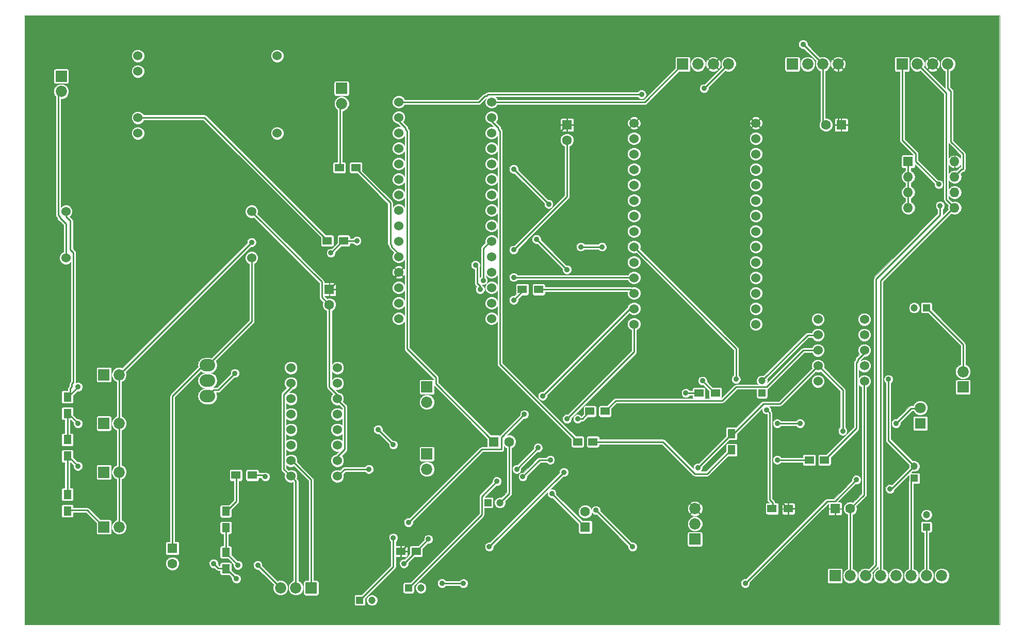
<source format=gbr>
G04 #@! TF.FileFunction,Copper,L1,Top,Signal*
%FSLAX46Y46*%
G04 Gerber Fmt 4.6, Leading zero omitted, Abs format (unit mm)*
G04 Created by KiCad (PCBNEW 4.0.5) date 06/25/17 19:58:10*
%MOMM*%
%LPD*%
G01*
G04 APERTURE LIST*
%ADD10C,0.150000*%
%ADD11C,0.100000*%
%ADD12R,1.200000X1.200000*%
%ADD13C,1.200000*%
%ADD14R,1.600000X1.600000*%
%ADD15C,1.600000*%
%ADD16R,1.500000X1.250000*%
%ADD17R,1.800000X1.800000*%
%ADD18C,1.800000*%
%ADD19R,1.850000X1.850000*%
%ADD20C,1.850000*%
%ADD21O,2.540000X2.032000*%
%ADD22R,1.500000X1.300000*%
%ADD23R,1.300000X1.500000*%
%ADD24C,1.524000*%
%ADD25O,1.600000X1.600000*%
%ADD26C,0.889000*%
%ADD27C,0.254000*%
%ADD28C,0.250000*%
G04 APERTURE END LIST*
D10*
D11*
X60000000Y-140000000D02*
X60000000Y-40000000D01*
X220000000Y-140000000D02*
X60000000Y-140000000D01*
X220000000Y-40000000D02*
X220000000Y-140000000D01*
X60000000Y-40000000D02*
X220000000Y-40000000D01*
D12*
X136000000Y-120000000D03*
D13*
X138000000Y-120000000D03*
D14*
X84250000Y-127500000D03*
D15*
X84250000Y-130000000D03*
D14*
X193000000Y-121000000D03*
D15*
X195500000Y-121000000D03*
D16*
X121750000Y-128000000D03*
X124250000Y-128000000D03*
D14*
X152000000Y-124000000D03*
D15*
X152000000Y-121500000D03*
D16*
X188750000Y-113000000D03*
X191250000Y-113000000D03*
D14*
X110000000Y-85000000D03*
D15*
X110000000Y-87500000D03*
D16*
X152750000Y-105000000D03*
X155250000Y-105000000D03*
D12*
X115000000Y-136000000D03*
D13*
X117000000Y-136000000D03*
D16*
X150750000Y-110000000D03*
X153250000Y-110000000D03*
D12*
X123000000Y-134000000D03*
D13*
X125000000Y-134000000D03*
D14*
X194000000Y-58000000D03*
D15*
X191500000Y-58000000D03*
D14*
X137000000Y-110000000D03*
D15*
X139500000Y-110000000D03*
D14*
X149000000Y-58000000D03*
D15*
X149000000Y-60500000D03*
D12*
X206000000Y-116000000D03*
D13*
X206000000Y-114000000D03*
D12*
X181000000Y-102000000D03*
D13*
X181000000Y-100000000D03*
D12*
X208000000Y-124000000D03*
D13*
X208000000Y-122000000D03*
D12*
X208000000Y-88000000D03*
D13*
X206000000Y-88000000D03*
D17*
X207000000Y-107000000D03*
D18*
X207000000Y-104460000D03*
D19*
X66000000Y-50000000D03*
D20*
X66000000Y-52500000D03*
D19*
X170000000Y-126000000D03*
D20*
X170000000Y-123500000D03*
X170000000Y-121000000D03*
D19*
X73000000Y-124000000D03*
D20*
X75500000Y-124000000D03*
D19*
X73000000Y-115000000D03*
D20*
X75500000Y-115000000D03*
D19*
X73000000Y-107000000D03*
D20*
X75500000Y-107000000D03*
D19*
X73000000Y-99000000D03*
D20*
X75500000Y-99000000D03*
D19*
X107000000Y-134000000D03*
D20*
X104500000Y-134000000D03*
X102000000Y-134000000D03*
D19*
X112000000Y-52000000D03*
D20*
X112000000Y-54500000D03*
D19*
X126000000Y-101000000D03*
D20*
X126000000Y-103500000D03*
D19*
X126000000Y-112000000D03*
D20*
X126000000Y-114500000D03*
D19*
X168000000Y-48000000D03*
D20*
X170500000Y-48000000D03*
X173000000Y-48000000D03*
X175500000Y-48000000D03*
D19*
X186000000Y-48000000D03*
D20*
X188500000Y-48000000D03*
X191000000Y-48000000D03*
X193500000Y-48000000D03*
D19*
X204000000Y-48000000D03*
D20*
X206500000Y-48000000D03*
X209000000Y-48000000D03*
X211500000Y-48000000D03*
D19*
X193000000Y-132000000D03*
D20*
X195500000Y-132000000D03*
X198000000Y-132000000D03*
X200500000Y-132000000D03*
X203000000Y-132000000D03*
X205500000Y-132000000D03*
X208000000Y-132000000D03*
X210500000Y-132000000D03*
D19*
X214000000Y-101000000D03*
D20*
X214000000Y-98500000D03*
D21*
X90000000Y-100000000D03*
X90000000Y-97460000D03*
X90000000Y-102540000D03*
D22*
X109650000Y-77000000D03*
X112350000Y-77000000D03*
D23*
X67000000Y-121350000D03*
X67000000Y-118650000D03*
X67000000Y-112350000D03*
X67000000Y-109650000D03*
X67000000Y-105350000D03*
X67000000Y-102650000D03*
X93000000Y-128150000D03*
X93000000Y-130850000D03*
D22*
X97350000Y-115500000D03*
X94650000Y-115500000D03*
D23*
X93000000Y-121400000D03*
X93000000Y-124100000D03*
D22*
X111650000Y-65000000D03*
X114350000Y-65000000D03*
X170650000Y-102000000D03*
X173350000Y-102000000D03*
X144350000Y-85000000D03*
X141650000Y-85000000D03*
X185350000Y-121000000D03*
X182650000Y-121000000D03*
D23*
X176000000Y-111350000D03*
X176000000Y-108650000D03*
D24*
X66760000Y-72190000D03*
X66760000Y-79810000D03*
X97240000Y-72190000D03*
X97240000Y-79810000D03*
X78570000Y-56810000D03*
X78570000Y-49190000D03*
X78570000Y-46650000D03*
X78570000Y-59350000D03*
X101430000Y-46650000D03*
X101430000Y-59350000D03*
X111310000Y-108020000D03*
X111310000Y-110560000D03*
X111310000Y-113100000D03*
X111310000Y-115640000D03*
X111310000Y-105480000D03*
X111310000Y-102940000D03*
X111310000Y-100400000D03*
X111310000Y-97860000D03*
X103690000Y-115640000D03*
X103690000Y-113100000D03*
X103690000Y-110560000D03*
X103690000Y-108020000D03*
X103690000Y-105480000D03*
X103690000Y-102940000D03*
X103690000Y-100400000D03*
X103690000Y-97860000D03*
X136620000Y-74540000D03*
X136620000Y-77080000D03*
X136620000Y-79620000D03*
X136620000Y-82160000D03*
X136620000Y-84700000D03*
X136620000Y-87240000D03*
X136620000Y-89780000D03*
X136620000Y-72000000D03*
X136620000Y-69460000D03*
X136620000Y-66920000D03*
X136620000Y-64380000D03*
X136620000Y-61840000D03*
X136620000Y-59300000D03*
X136620000Y-56760000D03*
X136620000Y-54220000D03*
X121380000Y-54220000D03*
X121380000Y-56760000D03*
X121380000Y-59300000D03*
X121380000Y-61840000D03*
X121380000Y-64380000D03*
X121380000Y-66920000D03*
X121380000Y-69460000D03*
X121380000Y-72000000D03*
X121380000Y-74540000D03*
X121380000Y-77080000D03*
X121380000Y-79620000D03*
X121380000Y-82160000D03*
X121380000Y-84700000D03*
X121380000Y-87240000D03*
X121380000Y-89780000D03*
X180000000Y-90700000D03*
X180000000Y-88160000D03*
X180000000Y-85620000D03*
X180000000Y-83080000D03*
X180000000Y-80540000D03*
X180000000Y-78000000D03*
X180000000Y-75460000D03*
X180000000Y-72920000D03*
X180000000Y-70380000D03*
X180000000Y-67840000D03*
X180000000Y-65300000D03*
X180000000Y-62760000D03*
X180000000Y-60220000D03*
X180000000Y-57680000D03*
X160000000Y-90700000D03*
X160000000Y-88160000D03*
X160000000Y-85620000D03*
X160000000Y-83080000D03*
X160000000Y-80540000D03*
X160000000Y-78000000D03*
X160000000Y-75460000D03*
X160000000Y-72920000D03*
X160000000Y-70380000D03*
X160000000Y-67840000D03*
X160000000Y-65300000D03*
X160000000Y-62760000D03*
X160000000Y-60220000D03*
X160000000Y-57680000D03*
X197810000Y-95000000D03*
X197810000Y-97540000D03*
X197810000Y-100080000D03*
X197810000Y-92460000D03*
X197810000Y-89920000D03*
X190190000Y-95000000D03*
X190190000Y-97540000D03*
X190190000Y-100080000D03*
X190190000Y-92460000D03*
X190190000Y-89920000D03*
D14*
X205000000Y-64000000D03*
D25*
X212620000Y-71620000D03*
X205000000Y-66540000D03*
X212620000Y-69080000D03*
X205000000Y-69080000D03*
X212620000Y-66540000D03*
X205000000Y-71620000D03*
X212620000Y-64000000D03*
D26*
X99500000Y-115750000D03*
X140250000Y-78500000D03*
X126250000Y-126000000D03*
X122250000Y-130000000D03*
X94750000Y-132500000D03*
X68750000Y-101000000D03*
X187750000Y-44750000D03*
X91000000Y-130000000D03*
X143000000Y-66250000D03*
X129250000Y-124750000D03*
X166250000Y-124750000D03*
X209000000Y-52250000D03*
X209750000Y-61250000D03*
X115500000Y-83750000D03*
X176250000Y-57750000D03*
X196750000Y-44750000D03*
X183250000Y-119000000D03*
X187500000Y-121000000D03*
X146500000Y-118500000D03*
X141750000Y-115750000D03*
X146250000Y-113000000D03*
X183500000Y-113000000D03*
X150750000Y-106250000D03*
X120500000Y-125750000D03*
X123000000Y-123250000D03*
X142000000Y-105500000D03*
X145000000Y-102500000D03*
X170500000Y-114250000D03*
X148500000Y-115000000D03*
X136250000Y-127250000D03*
X194250000Y-108250000D03*
X137500000Y-116500000D03*
X140750000Y-114500000D03*
X144250000Y-111000000D03*
X149000000Y-106250000D03*
X128500000Y-133250000D03*
X132000000Y-133250000D03*
X178250000Y-133250000D03*
X196500000Y-116250000D03*
X202000000Y-117750000D03*
X201750000Y-99750000D03*
X153750000Y-121250000D03*
X159750000Y-127250000D03*
X168500000Y-102000000D03*
X183500000Y-107000000D03*
X187250000Y-107000000D03*
X203000000Y-107000000D03*
X110250000Y-79000000D03*
X114500000Y-77000000D03*
X97250000Y-77250000D03*
X68750000Y-114000000D03*
X68750000Y-107000000D03*
X95000000Y-130250000D03*
X98250000Y-130250000D03*
X120500000Y-110500000D03*
X118000000Y-108000000D03*
X116500000Y-114500000D03*
X171500000Y-52000000D03*
X161250000Y-53000000D03*
X210250000Y-71250000D03*
X210000000Y-67750000D03*
X149000000Y-81750000D03*
X144000000Y-76750000D03*
X94500000Y-98750000D03*
X171250000Y-100000000D03*
X146000000Y-71000000D03*
X140250000Y-65250000D03*
X134000000Y-81000000D03*
X134750000Y-85000000D03*
X140250000Y-86750000D03*
X176750000Y-99750000D03*
X181750000Y-104750000D03*
X151250000Y-78000000D03*
X154750000Y-78000000D03*
X135250000Y-83500000D03*
X140250000Y-83000000D03*
D27*
X103690000Y-115640000D02*
X103750000Y-115750000D01*
X103750000Y-115750000D02*
X104500000Y-116500000D01*
X104500000Y-116500000D02*
X104500000Y-134000000D01*
X103690000Y-115640000D02*
X103750000Y-115750000D01*
X103750000Y-115750000D02*
X102500000Y-114500000D01*
X102500000Y-114500000D02*
X102500000Y-102250000D01*
X102500000Y-102250000D02*
X103750000Y-101000000D01*
X103750000Y-101000000D02*
X103750000Y-100500000D01*
X103750000Y-100500000D02*
X103690000Y-100400000D01*
X97350000Y-115500000D02*
X99250000Y-115500000D01*
X99250000Y-115500000D02*
X99500000Y-115750000D01*
X97240000Y-72190000D02*
X97250000Y-72250000D01*
X97250000Y-72250000D02*
X108750000Y-83750000D01*
X108750000Y-83750000D02*
X108750000Y-86250000D01*
X108750000Y-86250000D02*
X110000000Y-87500000D01*
X140250000Y-78500000D02*
X149000000Y-69750000D01*
X149000000Y-69750000D02*
X149000000Y-60500000D01*
X124250000Y-128000000D02*
X126250000Y-126000000D01*
X122250000Y-130000000D02*
X124250000Y-128000000D01*
X103690000Y-113100000D02*
X103750000Y-113000000D01*
X103750000Y-113000000D02*
X107000000Y-116250000D01*
X107000000Y-116250000D02*
X107000000Y-134000000D01*
X67000000Y-102650000D02*
X67000000Y-102750000D01*
X67000000Y-102750000D02*
X67500000Y-102250000D01*
X67500000Y-102250000D02*
X67500000Y-101250000D01*
X67500000Y-101250000D02*
X67750000Y-101000000D01*
X67750000Y-101000000D02*
X67750000Y-100500000D01*
X67750000Y-100500000D02*
X68000000Y-100250000D01*
X68000000Y-100250000D02*
X68000000Y-79000000D01*
X68000000Y-79000000D02*
X67500000Y-78500000D01*
X67500000Y-78500000D02*
X67500000Y-73750000D01*
X67500000Y-73750000D02*
X66750000Y-73000000D01*
X66750000Y-73000000D02*
X66750000Y-72250000D01*
X66750000Y-72250000D02*
X66760000Y-72190000D01*
X195500000Y-121000000D02*
X197750000Y-118750000D01*
X197750000Y-118750000D02*
X197750000Y-100000000D01*
X197750000Y-100000000D02*
X197810000Y-100080000D01*
X94750000Y-132500000D02*
X93000000Y-130750000D01*
X93000000Y-130750000D02*
X93000000Y-130850000D01*
X67000000Y-102650000D02*
X67000000Y-102750000D01*
X67000000Y-102750000D02*
X68750000Y-101000000D01*
X212620000Y-66540000D02*
X212500000Y-66500000D01*
X212500000Y-66500000D02*
X213750000Y-65250000D01*
X213750000Y-65250000D02*
X214000000Y-65250000D01*
X214000000Y-65250000D02*
X214000000Y-62750000D01*
X214000000Y-62750000D02*
X212000000Y-60750000D01*
X212000000Y-60750000D02*
X212000000Y-52500000D01*
X212000000Y-52500000D02*
X211500000Y-52000000D01*
X211500000Y-52000000D02*
X211500000Y-48000000D01*
X191000000Y-48000000D02*
X187750000Y-44750000D01*
X110000000Y-87500000D02*
X110000000Y-101000000D01*
X110000000Y-101000000D02*
X111250000Y-102250000D01*
X111250000Y-102250000D02*
X111250000Y-103000000D01*
X111250000Y-103000000D02*
X111310000Y-102940000D01*
X138000000Y-120000000D02*
X139500000Y-118500000D01*
X139500000Y-118500000D02*
X139500000Y-110000000D01*
X191500000Y-58000000D02*
X191000000Y-57500000D01*
X191000000Y-57500000D02*
X191000000Y-48000000D01*
X93000000Y-130850000D02*
X93000000Y-130750000D01*
X93000000Y-130750000D02*
X91750000Y-130750000D01*
X91750000Y-130750000D02*
X91000000Y-130000000D01*
X195500000Y-121000000D02*
X195500000Y-132000000D01*
X111310000Y-102940000D02*
X111500000Y-103250000D01*
X111500000Y-103250000D02*
X112500000Y-104250000D01*
X112500000Y-104250000D02*
X112500000Y-111250000D01*
X112500000Y-111250000D02*
X111250000Y-112500000D01*
X111250000Y-112500000D02*
X111250000Y-113000000D01*
X111250000Y-113000000D02*
X111310000Y-113100000D01*
X205000000Y-64000000D02*
X205000000Y-66540000D01*
X205000000Y-69080000D02*
X205000000Y-71620000D01*
X205000000Y-66540000D02*
X205000000Y-69080000D01*
X90000000Y-97460000D02*
X90000000Y-97500000D01*
X90000000Y-97500000D02*
X89250000Y-97500000D01*
X89250000Y-97500000D02*
X84250000Y-102500000D01*
X84250000Y-102500000D02*
X84250000Y-127500000D01*
X90000000Y-97460000D02*
X90000000Y-97500000D01*
X90000000Y-97500000D02*
X97250000Y-90250000D01*
X97250000Y-90250000D02*
X97250000Y-79750000D01*
X97250000Y-79750000D02*
X97240000Y-79810000D01*
X149000000Y-58000000D02*
X143000000Y-64000000D01*
X143000000Y-64000000D02*
X143000000Y-66250000D01*
X121750000Y-128000000D02*
X123000000Y-126750000D01*
X123000000Y-126750000D02*
X124000000Y-126750000D01*
X124000000Y-126750000D02*
X125750000Y-125000000D01*
X125750000Y-125000000D02*
X129000000Y-125000000D01*
X129000000Y-125000000D02*
X129250000Y-124750000D01*
X166250000Y-124750000D02*
X170000000Y-121000000D01*
X121380000Y-82160000D02*
X121500000Y-82250000D01*
X121500000Y-82250000D02*
X120000000Y-83750000D01*
X120000000Y-83750000D02*
X120000000Y-90000000D01*
X120000000Y-90000000D02*
X120250000Y-90250000D01*
X120250000Y-90250000D02*
X120250000Y-90750000D01*
X120250000Y-90750000D02*
X121750000Y-92250000D01*
X121750000Y-92250000D02*
X121750000Y-128000000D01*
X180000000Y-57680000D02*
X180000000Y-57750000D01*
X180000000Y-57750000D02*
X177000000Y-54750000D01*
X177000000Y-54750000D02*
X177000000Y-47500000D01*
X177000000Y-47500000D02*
X176750000Y-47250000D01*
X176750000Y-47250000D02*
X176750000Y-47000000D01*
X176750000Y-47000000D02*
X176500000Y-46750000D01*
X176500000Y-46750000D02*
X176250000Y-46750000D01*
X176250000Y-46750000D02*
X176000000Y-46500000D01*
X176000000Y-46500000D02*
X174500000Y-46500000D01*
X174500000Y-46500000D02*
X173000000Y-48000000D01*
X209000000Y-52250000D02*
X209750000Y-53000000D01*
X209750000Y-53000000D02*
X209750000Y-61250000D01*
X115500000Y-83750000D02*
X111250000Y-83750000D01*
X111250000Y-83750000D02*
X110000000Y-85000000D01*
X180000000Y-57680000D02*
X180000000Y-57750000D01*
X180000000Y-57750000D02*
X176250000Y-57750000D01*
X193500000Y-48000000D02*
X196750000Y-44750000D01*
X183250000Y-119000000D02*
X185250000Y-121000000D01*
X185250000Y-121000000D02*
X185350000Y-121000000D01*
X194000000Y-58000000D02*
X193500000Y-57500000D01*
X193500000Y-57500000D02*
X193500000Y-48000000D01*
X185350000Y-121000000D02*
X187500000Y-121000000D01*
X152000000Y-124000000D02*
X146500000Y-118500000D01*
X141750000Y-115750000D02*
X144500000Y-113000000D01*
X144500000Y-113000000D02*
X146250000Y-113000000D01*
X183500000Y-113000000D02*
X188750000Y-113000000D01*
X191250000Y-113000000D02*
X196500000Y-107750000D01*
X196500000Y-107750000D02*
X196500000Y-97000000D01*
X196500000Y-97000000D02*
X196750000Y-96750000D01*
X196750000Y-96750000D02*
X196750000Y-96500000D01*
X196750000Y-96500000D02*
X197750000Y-95500000D01*
X197750000Y-95500000D02*
X197750000Y-95000000D01*
X197750000Y-95000000D02*
X197810000Y-95000000D01*
X152750000Y-105000000D02*
X151500000Y-106250000D01*
X151500000Y-106250000D02*
X150750000Y-106250000D01*
X155250000Y-105000000D02*
X157000000Y-103250000D01*
X157000000Y-103250000D02*
X174500000Y-103250000D01*
X174500000Y-103250000D02*
X176750000Y-101000000D01*
X176750000Y-101000000D02*
X181750000Y-101000000D01*
X181750000Y-101000000D02*
X187750000Y-95000000D01*
X187750000Y-95000000D02*
X190190000Y-95000000D01*
X115000000Y-136000000D02*
X120500000Y-130500000D01*
X120500000Y-130500000D02*
X120500000Y-125750000D01*
X123000000Y-123250000D02*
X135000000Y-111250000D01*
X135000000Y-111250000D02*
X138250000Y-111250000D01*
X138250000Y-111250000D02*
X138250000Y-109250000D01*
X138250000Y-109250000D02*
X142000000Y-105500000D01*
X145000000Y-102500000D02*
X159250000Y-88250000D01*
X159250000Y-88250000D02*
X160000000Y-88250000D01*
X160000000Y-88250000D02*
X160000000Y-88160000D01*
X176000000Y-108650000D02*
X176000000Y-108750000D01*
X176000000Y-108750000D02*
X170500000Y-114250000D01*
X148500000Y-115000000D02*
X136250000Y-127250000D01*
X190190000Y-97540000D02*
X190250000Y-97500000D01*
X190250000Y-97500000D02*
X194250000Y-101500000D01*
X194250000Y-101500000D02*
X194250000Y-108250000D01*
X176000000Y-108650000D02*
X176000000Y-108750000D01*
X176000000Y-108750000D02*
X176250000Y-108750000D01*
X176250000Y-108750000D02*
X181250000Y-103750000D01*
X181250000Y-103750000D02*
X184000000Y-103750000D01*
X184000000Y-103750000D02*
X190250000Y-97500000D01*
X190250000Y-97500000D02*
X190190000Y-97540000D01*
X150750000Y-110000000D02*
X138000000Y-97250000D01*
X138000000Y-97250000D02*
X138000000Y-59000000D01*
X138000000Y-59000000D02*
X137750000Y-58750000D01*
X137750000Y-58750000D02*
X137750000Y-58500000D01*
X137750000Y-58500000D02*
X136500000Y-57250000D01*
X136500000Y-57250000D02*
X136500000Y-56750000D01*
X136500000Y-56750000D02*
X136620000Y-56760000D01*
X176000000Y-111350000D02*
X176000000Y-111250000D01*
X176000000Y-111250000D02*
X172000000Y-115250000D01*
X172000000Y-115250000D02*
X170000000Y-115250000D01*
X170000000Y-115250000D02*
X164750000Y-110000000D01*
X164750000Y-110000000D02*
X153250000Y-110000000D01*
X123000000Y-134000000D02*
X135000000Y-122000000D01*
X135000000Y-122000000D02*
X135000000Y-119000000D01*
X135000000Y-119000000D02*
X137500000Y-116500000D01*
X140750000Y-114500000D02*
X144250000Y-111000000D01*
X149000000Y-106250000D02*
X160000000Y-95250000D01*
X160000000Y-95250000D02*
X160000000Y-90700000D01*
X128500000Y-133250000D02*
X132000000Y-133250000D01*
X178250000Y-133250000D02*
X191750000Y-119750000D01*
X191750000Y-119750000D02*
X193000000Y-119750000D01*
X193000000Y-119750000D02*
X196500000Y-116250000D01*
X202000000Y-117750000D02*
X202250000Y-117750000D01*
X202250000Y-117750000D02*
X206000000Y-114000000D01*
X206000000Y-114000000D02*
X201750000Y-109750000D01*
X201750000Y-109750000D02*
X201750000Y-99750000D01*
X153750000Y-121250000D02*
X159750000Y-127250000D01*
X137000000Y-110000000D02*
X127500000Y-100500000D01*
X127500000Y-100500000D02*
X127500000Y-99500000D01*
X127500000Y-99500000D02*
X122750000Y-94750000D01*
X122750000Y-94750000D02*
X122750000Y-59000000D01*
X122750000Y-59000000D02*
X122500000Y-58750000D01*
X122500000Y-58750000D02*
X122500000Y-58500000D01*
X122500000Y-58500000D02*
X121500000Y-57500000D01*
X121500000Y-57500000D02*
X121500000Y-56750000D01*
X121500000Y-56750000D02*
X121380000Y-56760000D01*
X206000000Y-116000000D02*
X205500000Y-116500000D01*
X205500000Y-116500000D02*
X205500000Y-132000000D01*
X181000000Y-100000000D02*
X188500000Y-92500000D01*
X188500000Y-92500000D02*
X190250000Y-92500000D01*
X190250000Y-92500000D02*
X190190000Y-92460000D01*
X208000000Y-124000000D02*
X208000000Y-132000000D01*
X208000000Y-88000000D02*
X214000000Y-94000000D01*
X214000000Y-94000000D02*
X214000000Y-98500000D01*
X170650000Y-102000000D02*
X168500000Y-102000000D01*
X183500000Y-107000000D02*
X187250000Y-107000000D01*
X203000000Y-107000000D02*
X205500000Y-104500000D01*
X205500000Y-104500000D02*
X207000000Y-104500000D01*
X207000000Y-104500000D02*
X207000000Y-104460000D01*
X110250000Y-79000000D02*
X112250000Y-77000000D01*
X112250000Y-77000000D02*
X112350000Y-77000000D01*
X66000000Y-52500000D02*
X65500000Y-53000000D01*
X65500000Y-53000000D02*
X65500000Y-72750000D01*
X65500000Y-72750000D02*
X65750000Y-73000000D01*
X65750000Y-73000000D02*
X65750000Y-73250000D01*
X65750000Y-73250000D02*
X66750000Y-74250000D01*
X66750000Y-74250000D02*
X66750000Y-79750000D01*
X66750000Y-79750000D02*
X66760000Y-79810000D01*
X112350000Y-77000000D02*
X114500000Y-77000000D01*
X73000000Y-124000000D02*
X70250000Y-121250000D01*
X70250000Y-121250000D02*
X67000000Y-121250000D01*
X67000000Y-121250000D02*
X67000000Y-121350000D01*
X75500000Y-99000000D02*
X97250000Y-77250000D01*
X75500000Y-115000000D02*
X75500000Y-124000000D01*
X75500000Y-107000000D02*
X75500000Y-115000000D01*
X75500000Y-99000000D02*
X75500000Y-107000000D01*
X68750000Y-114000000D02*
X67000000Y-112250000D01*
X67000000Y-112250000D02*
X67000000Y-112350000D01*
X67000000Y-112350000D02*
X67000000Y-118650000D01*
X68750000Y-107000000D02*
X67000000Y-105250000D01*
X67000000Y-105250000D02*
X67000000Y-105350000D01*
X67000000Y-105350000D02*
X67000000Y-109650000D01*
X93000000Y-128150000D02*
X93000000Y-128250000D01*
X93000000Y-128250000D02*
X95000000Y-130250000D01*
X98250000Y-130250000D02*
X102000000Y-134000000D01*
X93000000Y-124100000D02*
X93000000Y-128150000D01*
X112000000Y-54500000D02*
X111750000Y-54750000D01*
X111750000Y-54750000D02*
X111750000Y-65000000D01*
X111750000Y-65000000D02*
X111650000Y-65000000D01*
X120500000Y-110500000D02*
X118000000Y-108000000D01*
X111310000Y-115640000D02*
X111250000Y-115750000D01*
X111250000Y-115750000D02*
X112500000Y-114500000D01*
X112500000Y-114500000D02*
X116500000Y-114500000D01*
X168000000Y-48000000D02*
X161750000Y-54250000D01*
X161750000Y-54250000D02*
X136500000Y-54250000D01*
X136500000Y-54250000D02*
X136620000Y-54220000D01*
X175500000Y-48000000D02*
X171500000Y-52000000D01*
X161250000Y-53000000D02*
X136000000Y-53000000D01*
X136000000Y-53000000D02*
X135750000Y-53250000D01*
X135750000Y-53250000D02*
X135500000Y-53250000D01*
X135500000Y-53250000D02*
X134500000Y-54250000D01*
X134500000Y-54250000D02*
X121500000Y-54250000D01*
X121500000Y-54250000D02*
X121380000Y-54220000D01*
D28*
X212620000Y-71620000D02*
X212250000Y-71750000D01*
X212250000Y-71750000D02*
X200500000Y-83500000D01*
X200500000Y-83500000D02*
X200500000Y-132000000D01*
X206500000Y-48000000D02*
X211250000Y-52750000D01*
X211250000Y-52750000D02*
X211250000Y-70250000D01*
X211250000Y-70250000D02*
X212620000Y-71620000D01*
D27*
X198000000Y-132000000D02*
X199750000Y-130250000D01*
X199750000Y-130250000D02*
X199750000Y-83250000D01*
X199750000Y-83250000D02*
X210250000Y-72750000D01*
X210250000Y-72750000D02*
X210250000Y-71250000D01*
X210000000Y-67750000D02*
X206250000Y-64000000D01*
X206250000Y-64000000D02*
X206250000Y-62750000D01*
X206250000Y-62750000D02*
X204000000Y-60500000D01*
X204000000Y-60500000D02*
X204000000Y-48000000D01*
X149000000Y-81750000D02*
X144000000Y-76750000D01*
X90000000Y-102540000D02*
X90000000Y-102500000D01*
X90000000Y-102500000D02*
X91000000Y-101500000D01*
X91000000Y-101500000D02*
X91750000Y-101500000D01*
X91750000Y-101500000D02*
X94500000Y-98750000D01*
X109650000Y-77000000D02*
X109750000Y-77000000D01*
X109750000Y-77000000D02*
X89500000Y-56750000D01*
X89500000Y-56750000D02*
X78500000Y-56750000D01*
X78500000Y-56750000D02*
X78570000Y-56810000D01*
X93000000Y-121400000D02*
X93000000Y-121500000D01*
X93000000Y-121500000D02*
X94750000Y-119750000D01*
X94750000Y-119750000D02*
X94750000Y-115500000D01*
X94750000Y-115500000D02*
X94650000Y-115500000D01*
X114350000Y-65000000D02*
X114250000Y-65000000D01*
X114250000Y-65000000D02*
X120000000Y-70750000D01*
X120000000Y-70750000D02*
X120000000Y-77500000D01*
X120000000Y-77500000D02*
X120250000Y-77750000D01*
X120250000Y-77750000D02*
X120250000Y-78000000D01*
X120250000Y-78000000D02*
X121500000Y-79250000D01*
X121500000Y-79250000D02*
X121500000Y-79500000D01*
X121500000Y-79500000D02*
X121380000Y-79620000D01*
X173350000Y-102000000D02*
X173250000Y-102000000D01*
X173250000Y-102000000D02*
X171250000Y-100000000D01*
X146000000Y-71000000D02*
X140250000Y-65250000D01*
X160000000Y-85620000D02*
X160000000Y-85500000D01*
X160000000Y-85500000D02*
X159500000Y-85000000D01*
X159500000Y-85000000D02*
X144350000Y-85000000D01*
X134000000Y-81000000D02*
X134250000Y-81250000D01*
X134250000Y-81250000D02*
X134250000Y-84000000D01*
X134250000Y-84000000D02*
X134750000Y-84500000D01*
X134750000Y-84500000D02*
X134750000Y-85000000D01*
X140250000Y-86750000D02*
X141750000Y-85250000D01*
X141750000Y-85250000D02*
X141750000Y-85000000D01*
X141750000Y-85000000D02*
X141650000Y-85000000D01*
X160000000Y-78000000D02*
X176750000Y-94750000D01*
X176750000Y-94750000D02*
X176750000Y-99750000D01*
X181750000Y-104750000D02*
X182250000Y-105250000D01*
X182250000Y-105250000D02*
X182250000Y-119500000D01*
X182250000Y-119500000D02*
X182750000Y-120000000D01*
X182750000Y-120000000D02*
X182750000Y-121000000D01*
X182750000Y-121000000D02*
X182650000Y-121000000D01*
X151250000Y-78000000D02*
X154750000Y-78000000D01*
X136620000Y-77080000D02*
X136500000Y-77000000D01*
X136500000Y-77000000D02*
X135250000Y-78250000D01*
X135250000Y-78250000D02*
X135250000Y-83500000D01*
X140250000Y-83000000D02*
X160000000Y-83000000D01*
X160000000Y-83000000D02*
X160000000Y-83080000D01*
D11*
G36*
X219900000Y-139900000D02*
X60100000Y-139900000D01*
X60100000Y-135400000D01*
X114090045Y-135400000D01*
X114090045Y-136600000D01*
X114111243Y-136712655D01*
X114177822Y-136816123D01*
X114279410Y-136885535D01*
X114400000Y-136909955D01*
X115600000Y-136909955D01*
X115712655Y-136888757D01*
X115816123Y-136822178D01*
X115885535Y-136720590D01*
X115909955Y-136600000D01*
X115909955Y-136179028D01*
X116095844Y-136179028D01*
X116233180Y-136511406D01*
X116487257Y-136765927D01*
X116819394Y-136903842D01*
X117179028Y-136904156D01*
X117511406Y-136766820D01*
X117765927Y-136512743D01*
X117903842Y-136180606D01*
X117904156Y-135820972D01*
X117766820Y-135488594D01*
X117512743Y-135234073D01*
X117180606Y-135096158D01*
X116820972Y-135095844D01*
X116488594Y-135233180D01*
X116234073Y-135487257D01*
X116096158Y-135819394D01*
X116095844Y-136179028D01*
X115909955Y-136179028D01*
X115909955Y-135699571D01*
X118209526Y-133400000D01*
X122090045Y-133400000D01*
X122090045Y-134600000D01*
X122111243Y-134712655D01*
X122177822Y-134816123D01*
X122279410Y-134885535D01*
X122400000Y-134909955D01*
X123600000Y-134909955D01*
X123712655Y-134888757D01*
X123816123Y-134822178D01*
X123885535Y-134720590D01*
X123909955Y-134600000D01*
X123909955Y-134179028D01*
X124095844Y-134179028D01*
X124233180Y-134511406D01*
X124487257Y-134765927D01*
X124819394Y-134903842D01*
X125179028Y-134904156D01*
X125511406Y-134766820D01*
X125765927Y-134512743D01*
X125903842Y-134180606D01*
X125904156Y-133820972D01*
X125766820Y-133488594D01*
X125676617Y-133398233D01*
X127751370Y-133398233D01*
X127865083Y-133673437D01*
X128075455Y-133884177D01*
X128350461Y-133998370D01*
X128648233Y-133998630D01*
X128923437Y-133884917D01*
X129127711Y-133681000D01*
X131372633Y-133681000D01*
X131575455Y-133884177D01*
X131850461Y-133998370D01*
X132148233Y-133998630D01*
X132423437Y-133884917D01*
X132634177Y-133674545D01*
X132748370Y-133399539D01*
X132748371Y-133398233D01*
X177501370Y-133398233D01*
X177615083Y-133673437D01*
X177825455Y-133884177D01*
X178100461Y-133998370D01*
X178398233Y-133998630D01*
X178673437Y-133884917D01*
X178884177Y-133674545D01*
X178998370Y-133399539D01*
X178998622Y-133110904D01*
X181034526Y-131075000D01*
X191765045Y-131075000D01*
X191765045Y-132925000D01*
X191786243Y-133037655D01*
X191852822Y-133141123D01*
X191954410Y-133210535D01*
X192075000Y-133234955D01*
X193925000Y-133234955D01*
X194037655Y-133213757D01*
X194141123Y-133147178D01*
X194210535Y-133045590D01*
X194234955Y-132925000D01*
X194234955Y-131075000D01*
X194213757Y-130962345D01*
X194147178Y-130858877D01*
X194045590Y-130789465D01*
X193925000Y-130765045D01*
X192075000Y-130765045D01*
X191962345Y-130786243D01*
X191858877Y-130852822D01*
X191789465Y-130954410D01*
X191765045Y-131075000D01*
X181034526Y-131075000D01*
X190956526Y-121153000D01*
X191896000Y-121153000D01*
X191896000Y-121860470D01*
X191942281Y-121972202D01*
X192027798Y-122057719D01*
X192139531Y-122104000D01*
X192847000Y-122104000D01*
X192923000Y-122028000D01*
X192923000Y-121077000D01*
X193077000Y-121077000D01*
X193077000Y-122028000D01*
X193153000Y-122104000D01*
X193860469Y-122104000D01*
X193972202Y-122057719D01*
X194057719Y-121972202D01*
X194104000Y-121860470D01*
X194104000Y-121153000D01*
X194028000Y-121077000D01*
X193077000Y-121077000D01*
X192923000Y-121077000D01*
X191972000Y-121077000D01*
X191896000Y-121153000D01*
X190956526Y-121153000D01*
X191896000Y-120213526D01*
X191896000Y-120847000D01*
X191972000Y-120923000D01*
X192923000Y-120923000D01*
X192923000Y-120903000D01*
X193077000Y-120903000D01*
X193077000Y-120923000D01*
X194028000Y-120923000D01*
X194104000Y-120847000D01*
X194104000Y-120139530D01*
X194057719Y-120027798D01*
X193972202Y-119942281D01*
X193860469Y-119896000D01*
X193463526Y-119896000D01*
X196361147Y-116998379D01*
X196648233Y-116998630D01*
X196923437Y-116884917D01*
X197134177Y-116674545D01*
X197248370Y-116399539D01*
X197248630Y-116101767D01*
X197134917Y-115826563D01*
X196924545Y-115615823D01*
X196649539Y-115501630D01*
X196351767Y-115501370D01*
X196076563Y-115615083D01*
X195865823Y-115825455D01*
X195751630Y-116100461D01*
X195751378Y-116389096D01*
X192821474Y-119319000D01*
X191750000Y-119319000D01*
X191585063Y-119351808D01*
X191515645Y-119398192D01*
X191445237Y-119445237D01*
X178388853Y-132501621D01*
X178101767Y-132501370D01*
X177826563Y-132615083D01*
X177615823Y-132825455D01*
X177501630Y-133100461D01*
X177501370Y-133398233D01*
X132748371Y-133398233D01*
X132748630Y-133101767D01*
X132634917Y-132826563D01*
X132424545Y-132615823D01*
X132149539Y-132501630D01*
X131851767Y-132501370D01*
X131576563Y-132615083D01*
X131372289Y-132819000D01*
X129127367Y-132819000D01*
X128924545Y-132615823D01*
X128649539Y-132501630D01*
X128351767Y-132501370D01*
X128076563Y-132615083D01*
X127865823Y-132825455D01*
X127751630Y-133100461D01*
X127751370Y-133398233D01*
X125676617Y-133398233D01*
X125512743Y-133234073D01*
X125180606Y-133096158D01*
X124820972Y-133095844D01*
X124488594Y-133233180D01*
X124234073Y-133487257D01*
X124096158Y-133819394D01*
X124095844Y-134179028D01*
X123909955Y-134179028D01*
X123909955Y-133699571D01*
X130211293Y-127398233D01*
X135501370Y-127398233D01*
X135615083Y-127673437D01*
X135825455Y-127884177D01*
X136100461Y-127998370D01*
X136398233Y-127998630D01*
X136673437Y-127884917D01*
X136884177Y-127674545D01*
X136998370Y-127399539D01*
X136998622Y-127110904D01*
X145751624Y-118357902D01*
X145751370Y-118648233D01*
X145865083Y-118923437D01*
X146075455Y-119134177D01*
X146350461Y-119248370D01*
X146639096Y-119248622D01*
X150890045Y-123499571D01*
X150890045Y-124800000D01*
X150911243Y-124912655D01*
X150977822Y-125016123D01*
X151079410Y-125085535D01*
X151200000Y-125109955D01*
X152800000Y-125109955D01*
X152912655Y-125088757D01*
X153016123Y-125022178D01*
X153085535Y-124920590D01*
X153109955Y-124800000D01*
X153109955Y-123200000D01*
X153088757Y-123087345D01*
X153022178Y-122983877D01*
X152920590Y-122914465D01*
X152800000Y-122890045D01*
X151499571Y-122890045D01*
X150328162Y-121718636D01*
X150895808Y-121718636D01*
X151063528Y-122124549D01*
X151373818Y-122435380D01*
X151779437Y-122603808D01*
X152218636Y-122604192D01*
X152624549Y-122436472D01*
X152935380Y-122126182D01*
X153103808Y-121720563D01*
X153103873Y-121646307D01*
X153115083Y-121673437D01*
X153325455Y-121884177D01*
X153600461Y-121998370D01*
X153889096Y-121998622D01*
X159001621Y-127111147D01*
X159001370Y-127398233D01*
X159115083Y-127673437D01*
X159325455Y-127884177D01*
X159600461Y-127998370D01*
X159898233Y-127998630D01*
X160173437Y-127884917D01*
X160384177Y-127674545D01*
X160498370Y-127399539D01*
X160498630Y-127101767D01*
X160384917Y-126826563D01*
X160174545Y-126615823D01*
X159899539Y-126501630D01*
X159610904Y-126501378D01*
X158184526Y-125075000D01*
X168765045Y-125075000D01*
X168765045Y-126925000D01*
X168786243Y-127037655D01*
X168852822Y-127141123D01*
X168954410Y-127210535D01*
X169075000Y-127234955D01*
X170925000Y-127234955D01*
X171037655Y-127213757D01*
X171141123Y-127147178D01*
X171210535Y-127045590D01*
X171234955Y-126925000D01*
X171234955Y-125075000D01*
X171213757Y-124962345D01*
X171147178Y-124858877D01*
X171045590Y-124789465D01*
X170925000Y-124765045D01*
X169075000Y-124765045D01*
X168962345Y-124786243D01*
X168858877Y-124852822D01*
X168789465Y-124954410D01*
X168765045Y-125075000D01*
X158184526Y-125075000D01*
X156852917Y-123743391D01*
X168770787Y-123743391D01*
X168957497Y-124195263D01*
X169302918Y-124541288D01*
X169754464Y-124728787D01*
X170243391Y-124729213D01*
X170695263Y-124542503D01*
X171041288Y-124197082D01*
X171228787Y-123745536D01*
X171229213Y-123256609D01*
X171042503Y-122804737D01*
X170697082Y-122458712D01*
X170245536Y-122271213D01*
X169756609Y-122270787D01*
X169304737Y-122457497D01*
X168958712Y-122802918D01*
X168771213Y-123254464D01*
X168770787Y-123743391D01*
X156852917Y-123743391D01*
X154994510Y-121884984D01*
X169223910Y-121884984D01*
X169327145Y-122057105D01*
X169782900Y-122234128D01*
X170271706Y-122223266D01*
X170672855Y-122057105D01*
X170776090Y-121884984D01*
X170000000Y-121108894D01*
X169223910Y-121884984D01*
X154994510Y-121884984D01*
X154498379Y-121388853D01*
X154498630Y-121101767D01*
X154384917Y-120826563D01*
X154341331Y-120782900D01*
X168765872Y-120782900D01*
X168776734Y-121271706D01*
X168942895Y-121672855D01*
X169115016Y-121776090D01*
X169891106Y-121000000D01*
X170108894Y-121000000D01*
X170884984Y-121776090D01*
X171057105Y-121672855D01*
X171234128Y-121217100D01*
X171223266Y-120728294D01*
X171057105Y-120327145D01*
X170884984Y-120223910D01*
X170108894Y-121000000D01*
X169891106Y-121000000D01*
X169115016Y-120223910D01*
X168942895Y-120327145D01*
X168765872Y-120782900D01*
X154341331Y-120782900D01*
X154174545Y-120615823D01*
X153899539Y-120501630D01*
X153601767Y-120501370D01*
X153326563Y-120615083D01*
X153115823Y-120825455D01*
X153015572Y-121066886D01*
X152936472Y-120875451D01*
X152626182Y-120564620D01*
X152220563Y-120396192D01*
X151781364Y-120395808D01*
X151375451Y-120563528D01*
X151064620Y-120873818D01*
X150896192Y-121279437D01*
X150895808Y-121718636D01*
X150328162Y-121718636D01*
X148724542Y-120115016D01*
X169223910Y-120115016D01*
X170000000Y-120891106D01*
X170776090Y-120115016D01*
X170672855Y-119942895D01*
X170217100Y-119765872D01*
X169728294Y-119776734D01*
X169327145Y-119942895D01*
X169223910Y-120115016D01*
X148724542Y-120115016D01*
X147248379Y-118638853D01*
X147248630Y-118351767D01*
X147134917Y-118076563D01*
X146924545Y-117865823D01*
X146649539Y-117751630D01*
X146358150Y-117751376D01*
X148361147Y-115748379D01*
X148648233Y-115748630D01*
X148923437Y-115634917D01*
X149134177Y-115424545D01*
X149248370Y-115149539D01*
X149248630Y-114851767D01*
X149134917Y-114576563D01*
X148924545Y-114365823D01*
X148649539Y-114251630D01*
X148351767Y-114251370D01*
X148076563Y-114365083D01*
X147865823Y-114575455D01*
X147751630Y-114850461D01*
X147751378Y-115139096D01*
X136388853Y-126501621D01*
X136101767Y-126501370D01*
X135826563Y-126615083D01*
X135615823Y-126825455D01*
X135501630Y-127100461D01*
X135501370Y-127398233D01*
X130211293Y-127398233D01*
X135304763Y-122304763D01*
X135398193Y-122164936D01*
X135431000Y-122000000D01*
X135431000Y-120909955D01*
X136600000Y-120909955D01*
X136712655Y-120888757D01*
X136816123Y-120822178D01*
X136885535Y-120720590D01*
X136909955Y-120600000D01*
X136909955Y-119400000D01*
X136888757Y-119287345D01*
X136822178Y-119183877D01*
X136720590Y-119114465D01*
X136600000Y-119090045D01*
X135519481Y-119090045D01*
X137361147Y-117248379D01*
X137648233Y-117248630D01*
X137923437Y-117134917D01*
X138134177Y-116924545D01*
X138248370Y-116649539D01*
X138248630Y-116351767D01*
X138134917Y-116076563D01*
X137924545Y-115865823D01*
X137649539Y-115751630D01*
X137351767Y-115751370D01*
X137076563Y-115865083D01*
X136865823Y-116075455D01*
X136751630Y-116350461D01*
X136751378Y-116639096D01*
X134695237Y-118695237D01*
X134601808Y-118835063D01*
X134569000Y-119000000D01*
X134569000Y-121821474D01*
X123300429Y-133090045D01*
X122400000Y-133090045D01*
X122287345Y-133111243D01*
X122183877Y-133177822D01*
X122114465Y-133279410D01*
X122090045Y-133400000D01*
X118209526Y-133400000D01*
X120804763Y-130804763D01*
X120898193Y-130664936D01*
X120931000Y-130500000D01*
X120931000Y-130148233D01*
X121501370Y-130148233D01*
X121615083Y-130423437D01*
X121825455Y-130634177D01*
X122100461Y-130748370D01*
X122398233Y-130748630D01*
X122673437Y-130634917D01*
X122884177Y-130424545D01*
X122998370Y-130149539D01*
X122998622Y-129860904D01*
X123924571Y-128934955D01*
X125000000Y-128934955D01*
X125112655Y-128913757D01*
X125216123Y-128847178D01*
X125285535Y-128745590D01*
X125309955Y-128625000D01*
X125309955Y-127549571D01*
X126111147Y-126748379D01*
X126398233Y-126748630D01*
X126673437Y-126634917D01*
X126884177Y-126424545D01*
X126998370Y-126149539D01*
X126998630Y-125851767D01*
X126884917Y-125576563D01*
X126674545Y-125365823D01*
X126399539Y-125251630D01*
X126101767Y-125251370D01*
X125826563Y-125365083D01*
X125615823Y-125575455D01*
X125501630Y-125850461D01*
X125501378Y-126139096D01*
X124575429Y-127065045D01*
X123500000Y-127065045D01*
X123387345Y-127086243D01*
X123283877Y-127152822D01*
X123214465Y-127254410D01*
X123190045Y-127375000D01*
X123190045Y-128450429D01*
X122388853Y-129251621D01*
X122101767Y-129251370D01*
X121826563Y-129365083D01*
X121615823Y-129575455D01*
X121501630Y-129850461D01*
X121501370Y-130148233D01*
X120931000Y-130148233D01*
X120931000Y-128925466D01*
X120939531Y-128929000D01*
X121597000Y-128929000D01*
X121673000Y-128853000D01*
X121673000Y-128077000D01*
X121827000Y-128077000D01*
X121827000Y-128853000D01*
X121903000Y-128929000D01*
X122560469Y-128929000D01*
X122672202Y-128882719D01*
X122757719Y-128797202D01*
X122804000Y-128685470D01*
X122804000Y-128153000D01*
X122728000Y-128077000D01*
X121827000Y-128077000D01*
X121673000Y-128077000D01*
X121653000Y-128077000D01*
X121653000Y-127923000D01*
X121673000Y-127923000D01*
X121673000Y-127147000D01*
X121827000Y-127147000D01*
X121827000Y-127923000D01*
X122728000Y-127923000D01*
X122804000Y-127847000D01*
X122804000Y-127314530D01*
X122757719Y-127202798D01*
X122672202Y-127117281D01*
X122560469Y-127071000D01*
X121903000Y-127071000D01*
X121827000Y-127147000D01*
X121673000Y-127147000D01*
X121597000Y-127071000D01*
X120939531Y-127071000D01*
X120931000Y-127074534D01*
X120931000Y-126377367D01*
X121134177Y-126174545D01*
X121248370Y-125899539D01*
X121248630Y-125601767D01*
X121134917Y-125326563D01*
X120924545Y-125115823D01*
X120649539Y-125001630D01*
X120351767Y-125001370D01*
X120076563Y-125115083D01*
X119865823Y-125325455D01*
X119751630Y-125600461D01*
X119751370Y-125898233D01*
X119865083Y-126173437D01*
X120069000Y-126377711D01*
X120069000Y-130321474D01*
X115300429Y-135090045D01*
X114400000Y-135090045D01*
X114287345Y-135111243D01*
X114183877Y-135177822D01*
X114114465Y-135279410D01*
X114090045Y-135400000D01*
X60100000Y-135400000D01*
X60100000Y-130218636D01*
X83145808Y-130218636D01*
X83313528Y-130624549D01*
X83623818Y-130935380D01*
X84029437Y-131103808D01*
X84468636Y-131104192D01*
X84874549Y-130936472D01*
X85185380Y-130626182D01*
X85353808Y-130220563D01*
X85353871Y-130148233D01*
X90251370Y-130148233D01*
X90365083Y-130423437D01*
X90575455Y-130634177D01*
X90850461Y-130748370D01*
X91139096Y-130748622D01*
X91445237Y-131054763D01*
X91585063Y-131148192D01*
X91750000Y-131181000D01*
X92040045Y-131181000D01*
X92040045Y-131600000D01*
X92061243Y-131712655D01*
X92127822Y-131816123D01*
X92229410Y-131885535D01*
X92350000Y-131909955D01*
X93550429Y-131909955D01*
X94001621Y-132361147D01*
X94001370Y-132648233D01*
X94115083Y-132923437D01*
X94325455Y-133134177D01*
X94600461Y-133248370D01*
X94898233Y-133248630D01*
X95173437Y-133134917D01*
X95384177Y-132924545D01*
X95498370Y-132649539D01*
X95498630Y-132351767D01*
X95384917Y-132076563D01*
X95174545Y-131865823D01*
X94899539Y-131751630D01*
X94610904Y-131751378D01*
X93959955Y-131100429D01*
X93959955Y-130100000D01*
X93938757Y-129987345D01*
X93872178Y-129883877D01*
X93770590Y-129814465D01*
X93650000Y-129790045D01*
X92350000Y-129790045D01*
X92237345Y-129811243D01*
X92133877Y-129877822D01*
X92064465Y-129979410D01*
X92040045Y-130100000D01*
X92040045Y-130319000D01*
X91928526Y-130319000D01*
X91748379Y-130138853D01*
X91748630Y-129851767D01*
X91634917Y-129576563D01*
X91424545Y-129365823D01*
X91149539Y-129251630D01*
X90851767Y-129251370D01*
X90576563Y-129365083D01*
X90365823Y-129575455D01*
X90251630Y-129850461D01*
X90251370Y-130148233D01*
X85353871Y-130148233D01*
X85354192Y-129781364D01*
X85186472Y-129375451D01*
X84876182Y-129064620D01*
X84470563Y-128896192D01*
X84031364Y-128895808D01*
X83625451Y-129063528D01*
X83314620Y-129373818D01*
X83146192Y-129779437D01*
X83145808Y-130218636D01*
X60100000Y-130218636D01*
X60100000Y-126700000D01*
X83140045Y-126700000D01*
X83140045Y-128300000D01*
X83161243Y-128412655D01*
X83227822Y-128516123D01*
X83329410Y-128585535D01*
X83450000Y-128609955D01*
X85050000Y-128609955D01*
X85162655Y-128588757D01*
X85266123Y-128522178D01*
X85335535Y-128420590D01*
X85359955Y-128300000D01*
X85359955Y-126700000D01*
X85338757Y-126587345D01*
X85272178Y-126483877D01*
X85170590Y-126414465D01*
X85050000Y-126390045D01*
X84681000Y-126390045D01*
X84681000Y-123350000D01*
X92040045Y-123350000D01*
X92040045Y-124850000D01*
X92061243Y-124962655D01*
X92127822Y-125066123D01*
X92229410Y-125135535D01*
X92350000Y-125159955D01*
X92569000Y-125159955D01*
X92569000Y-127090045D01*
X92350000Y-127090045D01*
X92237345Y-127111243D01*
X92133877Y-127177822D01*
X92064465Y-127279410D01*
X92040045Y-127400000D01*
X92040045Y-128900000D01*
X92061243Y-129012655D01*
X92127822Y-129116123D01*
X92229410Y-129185535D01*
X92350000Y-129209955D01*
X93350429Y-129209955D01*
X94251621Y-130111147D01*
X94251370Y-130398233D01*
X94365083Y-130673437D01*
X94575455Y-130884177D01*
X94850461Y-130998370D01*
X95148233Y-130998630D01*
X95423437Y-130884917D01*
X95634177Y-130674545D01*
X95748370Y-130399539D01*
X95748371Y-130398233D01*
X97501370Y-130398233D01*
X97615083Y-130673437D01*
X97825455Y-130884177D01*
X98100461Y-130998370D01*
X98389096Y-130998622D01*
X100880866Y-133490392D01*
X100771213Y-133754464D01*
X100770787Y-134243391D01*
X100957497Y-134695263D01*
X101302918Y-135041288D01*
X101754464Y-135228787D01*
X102243391Y-135229213D01*
X102695263Y-135042503D01*
X103041288Y-134697082D01*
X103228787Y-134245536D01*
X103229213Y-133756609D01*
X103042503Y-133304737D01*
X102697082Y-132958712D01*
X102245536Y-132771213D01*
X101756609Y-132770787D01*
X101490335Y-132880809D01*
X98998379Y-130388853D01*
X98998630Y-130101767D01*
X98884917Y-129826563D01*
X98674545Y-129615823D01*
X98399539Y-129501630D01*
X98101767Y-129501370D01*
X97826563Y-129615083D01*
X97615823Y-129825455D01*
X97501630Y-130100461D01*
X97501370Y-130398233D01*
X95748371Y-130398233D01*
X95748630Y-130101767D01*
X95634917Y-129826563D01*
X95424545Y-129615823D01*
X95149539Y-129501630D01*
X94860904Y-129501378D01*
X93959955Y-128600429D01*
X93959955Y-127400000D01*
X93938757Y-127287345D01*
X93872178Y-127183877D01*
X93770590Y-127114465D01*
X93650000Y-127090045D01*
X93431000Y-127090045D01*
X93431000Y-125159955D01*
X93650000Y-125159955D01*
X93762655Y-125138757D01*
X93866123Y-125072178D01*
X93935535Y-124970590D01*
X93959955Y-124850000D01*
X93959955Y-123350000D01*
X93938757Y-123237345D01*
X93872178Y-123133877D01*
X93770590Y-123064465D01*
X93650000Y-123040045D01*
X92350000Y-123040045D01*
X92237345Y-123061243D01*
X92133877Y-123127822D01*
X92064465Y-123229410D01*
X92040045Y-123350000D01*
X84681000Y-123350000D01*
X84681000Y-120650000D01*
X92040045Y-120650000D01*
X92040045Y-122150000D01*
X92061243Y-122262655D01*
X92127822Y-122366123D01*
X92229410Y-122435535D01*
X92350000Y-122459955D01*
X93650000Y-122459955D01*
X93762655Y-122438757D01*
X93866123Y-122372178D01*
X93935535Y-122270590D01*
X93959955Y-122150000D01*
X93959955Y-121149571D01*
X95054763Y-120054763D01*
X95148193Y-119914936D01*
X95181000Y-119750000D01*
X95181000Y-116459955D01*
X95400000Y-116459955D01*
X95512655Y-116438757D01*
X95616123Y-116372178D01*
X95685535Y-116270590D01*
X95709955Y-116150000D01*
X95709955Y-114850000D01*
X96290045Y-114850000D01*
X96290045Y-116150000D01*
X96311243Y-116262655D01*
X96377822Y-116366123D01*
X96479410Y-116435535D01*
X96600000Y-116459955D01*
X98100000Y-116459955D01*
X98212655Y-116438757D01*
X98316123Y-116372178D01*
X98385535Y-116270590D01*
X98409955Y-116150000D01*
X98409955Y-115931000D01*
X98764909Y-115931000D01*
X98865083Y-116173437D01*
X99075455Y-116384177D01*
X99350461Y-116498370D01*
X99648233Y-116498630D01*
X99923437Y-116384917D01*
X100134177Y-116174545D01*
X100248370Y-115899539D01*
X100248630Y-115601767D01*
X100134917Y-115326563D01*
X99924545Y-115115823D01*
X99649539Y-115001630D01*
X99351767Y-115001370D01*
X99188091Y-115069000D01*
X98409955Y-115069000D01*
X98409955Y-114850000D01*
X98388757Y-114737345D01*
X98322178Y-114633877D01*
X98220590Y-114564465D01*
X98100000Y-114540045D01*
X96600000Y-114540045D01*
X96487345Y-114561243D01*
X96383877Y-114627822D01*
X96314465Y-114729410D01*
X96290045Y-114850000D01*
X95709955Y-114850000D01*
X95688757Y-114737345D01*
X95622178Y-114633877D01*
X95520590Y-114564465D01*
X95400000Y-114540045D01*
X93900000Y-114540045D01*
X93787345Y-114561243D01*
X93683877Y-114627822D01*
X93614465Y-114729410D01*
X93590045Y-114850000D01*
X93590045Y-116150000D01*
X93611243Y-116262655D01*
X93677822Y-116366123D01*
X93779410Y-116435535D01*
X93900000Y-116459955D01*
X94319000Y-116459955D01*
X94319000Y-119571474D01*
X93550429Y-120340045D01*
X92350000Y-120340045D01*
X92237345Y-120361243D01*
X92133877Y-120427822D01*
X92064465Y-120529410D01*
X92040045Y-120650000D01*
X84681000Y-120650000D01*
X84681000Y-102678526D01*
X88892300Y-98467226D01*
X89210022Y-98679521D01*
X89463797Y-98730000D01*
X89210022Y-98780479D01*
X88781783Y-99066619D01*
X88495643Y-99494858D01*
X88395164Y-100000000D01*
X88495643Y-100505142D01*
X88781783Y-100933381D01*
X89210022Y-101219521D01*
X89463797Y-101270000D01*
X89210022Y-101320479D01*
X88781783Y-101606619D01*
X88495643Y-102034858D01*
X88395164Y-102540000D01*
X88495643Y-103045142D01*
X88781783Y-103473381D01*
X89210022Y-103759521D01*
X89715164Y-103860000D01*
X90284836Y-103860000D01*
X90789978Y-103759521D01*
X91218217Y-103473381D01*
X91504357Y-103045142D01*
X91604836Y-102540000D01*
X91547152Y-102250000D01*
X102069000Y-102250000D01*
X102069000Y-114500000D01*
X102101808Y-114664937D01*
X102169288Y-114765927D01*
X102195237Y-114804763D01*
X102680906Y-115290432D01*
X102624186Y-115427029D01*
X102623816Y-115851110D01*
X102785762Y-116243052D01*
X103085371Y-116543184D01*
X103477029Y-116705814D01*
X103901110Y-116706184D01*
X104039484Y-116649010D01*
X104069000Y-116678526D01*
X104069000Y-132848306D01*
X103804737Y-132957497D01*
X103458712Y-133302918D01*
X103271213Y-133754464D01*
X103270787Y-134243391D01*
X103457497Y-134695263D01*
X103802918Y-135041288D01*
X104254464Y-135228787D01*
X104743391Y-135229213D01*
X105195263Y-135042503D01*
X105541288Y-134697082D01*
X105728787Y-134245536D01*
X105729213Y-133756609D01*
X105542503Y-133304737D01*
X105197082Y-132958712D01*
X104931000Y-132848225D01*
X104931000Y-116500000D01*
X104898192Y-116335063D01*
X104804763Y-116195237D01*
X104669754Y-116060228D01*
X104755814Y-115852971D01*
X104756184Y-115428890D01*
X104594238Y-115036948D01*
X104294629Y-114736816D01*
X103902971Y-114574186D01*
X103478890Y-114573816D01*
X103269754Y-114660228D01*
X102931000Y-114321474D01*
X102931000Y-113848544D01*
X103085371Y-114003184D01*
X103477029Y-114165814D01*
X103901110Y-114166184D01*
X104188084Y-114047610D01*
X106569000Y-116428526D01*
X106569000Y-132765045D01*
X106075000Y-132765045D01*
X105962345Y-132786243D01*
X105858877Y-132852822D01*
X105789465Y-132954410D01*
X105765045Y-133075000D01*
X105765045Y-134925000D01*
X105786243Y-135037655D01*
X105852822Y-135141123D01*
X105954410Y-135210535D01*
X106075000Y-135234955D01*
X107925000Y-135234955D01*
X108037655Y-135213757D01*
X108141123Y-135147178D01*
X108210535Y-135045590D01*
X108234955Y-134925000D01*
X108234955Y-133075000D01*
X108213757Y-132962345D01*
X108147178Y-132858877D01*
X108045590Y-132789465D01*
X107925000Y-132765045D01*
X107431000Y-132765045D01*
X107431000Y-116250000D01*
X107398192Y-116085063D01*
X107304763Y-115945237D01*
X107210636Y-115851110D01*
X110243816Y-115851110D01*
X110405762Y-116243052D01*
X110705371Y-116543184D01*
X111097029Y-116705814D01*
X111521110Y-116706184D01*
X111913052Y-116544238D01*
X112213184Y-116244629D01*
X112375814Y-115852971D01*
X112376184Y-115428890D01*
X112319010Y-115290516D01*
X112678526Y-114931000D01*
X115872633Y-114931000D01*
X116075455Y-115134177D01*
X116350461Y-115248370D01*
X116648233Y-115248630D01*
X116923437Y-115134917D01*
X117134177Y-114924545D01*
X117209399Y-114743391D01*
X124770787Y-114743391D01*
X124957497Y-115195263D01*
X125302918Y-115541288D01*
X125754464Y-115728787D01*
X126243391Y-115729213D01*
X126695263Y-115542503D01*
X127041288Y-115197082D01*
X127228787Y-114745536D01*
X127229213Y-114256609D01*
X127042503Y-113804737D01*
X126697082Y-113458712D01*
X126245536Y-113271213D01*
X125756609Y-113270787D01*
X125304737Y-113457497D01*
X124958712Y-113802918D01*
X124771213Y-114254464D01*
X124770787Y-114743391D01*
X117209399Y-114743391D01*
X117248370Y-114649539D01*
X117248630Y-114351767D01*
X117134917Y-114076563D01*
X116924545Y-113865823D01*
X116649539Y-113751630D01*
X116351767Y-113751370D01*
X116076563Y-113865083D01*
X115872289Y-114069000D01*
X112500000Y-114069000D01*
X112335063Y-114101808D01*
X112217134Y-114180606D01*
X112195237Y-114195237D01*
X111730228Y-114660246D01*
X111522971Y-114574186D01*
X111098890Y-114573816D01*
X110706948Y-114735762D01*
X110406816Y-115035371D01*
X110244186Y-115427029D01*
X110243816Y-115851110D01*
X107210636Y-115851110D01*
X104731369Y-113371843D01*
X104755814Y-113312971D01*
X104756184Y-112888890D01*
X104594238Y-112496948D01*
X104294629Y-112196816D01*
X103902971Y-112034186D01*
X103478890Y-112033816D01*
X103086948Y-112195762D01*
X102931000Y-112351438D01*
X102931000Y-111308544D01*
X103085371Y-111463184D01*
X103477029Y-111625814D01*
X103901110Y-111626184D01*
X104293052Y-111464238D01*
X104593184Y-111164629D01*
X104755814Y-110772971D01*
X104756184Y-110348890D01*
X104594238Y-109956948D01*
X104294629Y-109656816D01*
X103902971Y-109494186D01*
X103478890Y-109493816D01*
X103086948Y-109655762D01*
X102931000Y-109811438D01*
X102931000Y-108768544D01*
X103085371Y-108923184D01*
X103477029Y-109085814D01*
X103901110Y-109086184D01*
X104293052Y-108924238D01*
X104593184Y-108624629D01*
X104755814Y-108232971D01*
X104756184Y-107808890D01*
X104594238Y-107416948D01*
X104294629Y-107116816D01*
X103902971Y-106954186D01*
X103478890Y-106953816D01*
X103086948Y-107115762D01*
X102931000Y-107271438D01*
X102931000Y-106228544D01*
X103085371Y-106383184D01*
X103477029Y-106545814D01*
X103901110Y-106546184D01*
X104293052Y-106384238D01*
X104593184Y-106084629D01*
X104755814Y-105692971D01*
X104756184Y-105268890D01*
X104594238Y-104876948D01*
X104294629Y-104576816D01*
X103902971Y-104414186D01*
X103478890Y-104413816D01*
X103086948Y-104575762D01*
X102931000Y-104731438D01*
X102931000Y-103688544D01*
X103085371Y-103843184D01*
X103477029Y-104005814D01*
X103901110Y-104006184D01*
X104293052Y-103844238D01*
X104593184Y-103544629D01*
X104755814Y-103152971D01*
X104756184Y-102728890D01*
X104594238Y-102336948D01*
X104294629Y-102036816D01*
X103902971Y-101874186D01*
X103485704Y-101873822D01*
X103893349Y-101466177D01*
X103901110Y-101466184D01*
X104293052Y-101304238D01*
X104593184Y-101004629D01*
X104755814Y-100612971D01*
X104756184Y-100188890D01*
X104594238Y-99796948D01*
X104294629Y-99496816D01*
X103902971Y-99334186D01*
X103478890Y-99333816D01*
X103086948Y-99495762D01*
X102786816Y-99795371D01*
X102624186Y-100187029D01*
X102623816Y-100611110D01*
X102785762Y-101003052D01*
X102961439Y-101179035D01*
X102195237Y-101945237D01*
X102101808Y-102085063D01*
X102069000Y-102250000D01*
X91547152Y-102250000D01*
X91504357Y-102034858D01*
X91434961Y-101931000D01*
X91750000Y-101931000D01*
X91914937Y-101898192D01*
X92054763Y-101804763D01*
X94361147Y-99498379D01*
X94648233Y-99498630D01*
X94923437Y-99384917D01*
X95134177Y-99174545D01*
X95248370Y-98899539D01*
X95248630Y-98601767D01*
X95134917Y-98326563D01*
X94924545Y-98115823D01*
X94816865Y-98071110D01*
X102623816Y-98071110D01*
X102785762Y-98463052D01*
X103085371Y-98763184D01*
X103477029Y-98925814D01*
X103901110Y-98926184D01*
X104293052Y-98764238D01*
X104593184Y-98464629D01*
X104755814Y-98072971D01*
X104756184Y-97648890D01*
X104594238Y-97256948D01*
X104294629Y-96956816D01*
X103902971Y-96794186D01*
X103478890Y-96793816D01*
X103086948Y-96955762D01*
X102786816Y-97255371D01*
X102624186Y-97647029D01*
X102623816Y-98071110D01*
X94816865Y-98071110D01*
X94649539Y-98001630D01*
X94351767Y-98001370D01*
X94076563Y-98115083D01*
X93865823Y-98325455D01*
X93751630Y-98600461D01*
X93751378Y-98889096D01*
X91571474Y-101069000D01*
X91015249Y-101069000D01*
X91218217Y-100933381D01*
X91504357Y-100505142D01*
X91604836Y-100000000D01*
X91504357Y-99494858D01*
X91218217Y-99066619D01*
X90789978Y-98780479D01*
X90536203Y-98730000D01*
X90789978Y-98679521D01*
X91218217Y-98393381D01*
X91504357Y-97965142D01*
X91604836Y-97460000D01*
X91504357Y-96954858D01*
X91364291Y-96745235D01*
X97554763Y-90554763D01*
X97598778Y-90488890D01*
X97648192Y-90414937D01*
X97681000Y-90250000D01*
X97681000Y-80781196D01*
X97843052Y-80714238D01*
X98143184Y-80414629D01*
X98305814Y-80022971D01*
X98306184Y-79598890D01*
X98144238Y-79206948D01*
X97844629Y-78906816D01*
X97452971Y-78744186D01*
X97028890Y-78743816D01*
X96636948Y-78905762D01*
X96336816Y-79205371D01*
X96174186Y-79597029D01*
X96173816Y-80021110D01*
X96335762Y-80413052D01*
X96635371Y-80713184D01*
X96819000Y-80789433D01*
X96819000Y-90071474D01*
X90673220Y-96217254D01*
X90284836Y-96140000D01*
X89715164Y-96140000D01*
X89210022Y-96240479D01*
X88781783Y-96526619D01*
X88495643Y-96954858D01*
X88395164Y-97460000D01*
X88442500Y-97697974D01*
X83945237Y-102195237D01*
X83851808Y-102335063D01*
X83819000Y-102500000D01*
X83819000Y-126390045D01*
X83450000Y-126390045D01*
X83337345Y-126411243D01*
X83233877Y-126477822D01*
X83164465Y-126579410D01*
X83140045Y-126700000D01*
X60100000Y-126700000D01*
X60100000Y-120600000D01*
X66040045Y-120600000D01*
X66040045Y-122100000D01*
X66061243Y-122212655D01*
X66127822Y-122316123D01*
X66229410Y-122385535D01*
X66350000Y-122409955D01*
X67650000Y-122409955D01*
X67762655Y-122388757D01*
X67866123Y-122322178D01*
X67935535Y-122220590D01*
X67959955Y-122100000D01*
X67959955Y-121681000D01*
X70071474Y-121681000D01*
X71765045Y-123374571D01*
X71765045Y-124925000D01*
X71786243Y-125037655D01*
X71852822Y-125141123D01*
X71954410Y-125210535D01*
X72075000Y-125234955D01*
X73925000Y-125234955D01*
X74037655Y-125213757D01*
X74141123Y-125147178D01*
X74210535Y-125045590D01*
X74234955Y-124925000D01*
X74234955Y-123075000D01*
X74213757Y-122962345D01*
X74147178Y-122858877D01*
X74045590Y-122789465D01*
X73925000Y-122765045D01*
X72374571Y-122765045D01*
X70554763Y-120945237D01*
X70473750Y-120891106D01*
X70414937Y-120851808D01*
X70250000Y-120819000D01*
X67959955Y-120819000D01*
X67959955Y-120600000D01*
X67938757Y-120487345D01*
X67872178Y-120383877D01*
X67770590Y-120314465D01*
X67650000Y-120290045D01*
X66350000Y-120290045D01*
X66237345Y-120311243D01*
X66133877Y-120377822D01*
X66064465Y-120479410D01*
X66040045Y-120600000D01*
X60100000Y-120600000D01*
X60100000Y-111600000D01*
X66040045Y-111600000D01*
X66040045Y-113100000D01*
X66061243Y-113212655D01*
X66127822Y-113316123D01*
X66229410Y-113385535D01*
X66350000Y-113409955D01*
X66569000Y-113409955D01*
X66569000Y-117590045D01*
X66350000Y-117590045D01*
X66237345Y-117611243D01*
X66133877Y-117677822D01*
X66064465Y-117779410D01*
X66040045Y-117900000D01*
X66040045Y-119400000D01*
X66061243Y-119512655D01*
X66127822Y-119616123D01*
X66229410Y-119685535D01*
X66350000Y-119709955D01*
X67650000Y-119709955D01*
X67762655Y-119688757D01*
X67866123Y-119622178D01*
X67935535Y-119520590D01*
X67959955Y-119400000D01*
X67959955Y-117900000D01*
X67938757Y-117787345D01*
X67872178Y-117683877D01*
X67770590Y-117614465D01*
X67650000Y-117590045D01*
X67431000Y-117590045D01*
X67431000Y-113409955D01*
X67550429Y-113409955D01*
X68001621Y-113861147D01*
X68001370Y-114148233D01*
X68115083Y-114423437D01*
X68325455Y-114634177D01*
X68600461Y-114748370D01*
X68898233Y-114748630D01*
X69173437Y-114634917D01*
X69384177Y-114424545D01*
X69498370Y-114149539D01*
X69498435Y-114075000D01*
X71765045Y-114075000D01*
X71765045Y-115925000D01*
X71786243Y-116037655D01*
X71852822Y-116141123D01*
X71954410Y-116210535D01*
X72075000Y-116234955D01*
X73925000Y-116234955D01*
X74037655Y-116213757D01*
X74141123Y-116147178D01*
X74210535Y-116045590D01*
X74234955Y-115925000D01*
X74234955Y-114075000D01*
X74213757Y-113962345D01*
X74147178Y-113858877D01*
X74045590Y-113789465D01*
X73925000Y-113765045D01*
X72075000Y-113765045D01*
X71962345Y-113786243D01*
X71858877Y-113852822D01*
X71789465Y-113954410D01*
X71765045Y-114075000D01*
X69498435Y-114075000D01*
X69498630Y-113851767D01*
X69384917Y-113576563D01*
X69174545Y-113365823D01*
X68899539Y-113251630D01*
X68610904Y-113251378D01*
X67959955Y-112600429D01*
X67959955Y-111600000D01*
X67938757Y-111487345D01*
X67872178Y-111383877D01*
X67770590Y-111314465D01*
X67650000Y-111290045D01*
X66350000Y-111290045D01*
X66237345Y-111311243D01*
X66133877Y-111377822D01*
X66064465Y-111479410D01*
X66040045Y-111600000D01*
X60100000Y-111600000D01*
X60100000Y-104600000D01*
X66040045Y-104600000D01*
X66040045Y-106100000D01*
X66061243Y-106212655D01*
X66127822Y-106316123D01*
X66229410Y-106385535D01*
X66350000Y-106409955D01*
X66569000Y-106409955D01*
X66569000Y-108590045D01*
X66350000Y-108590045D01*
X66237345Y-108611243D01*
X66133877Y-108677822D01*
X66064465Y-108779410D01*
X66040045Y-108900000D01*
X66040045Y-110400000D01*
X66061243Y-110512655D01*
X66127822Y-110616123D01*
X66229410Y-110685535D01*
X66350000Y-110709955D01*
X67650000Y-110709955D01*
X67762655Y-110688757D01*
X67866123Y-110622178D01*
X67935535Y-110520590D01*
X67959955Y-110400000D01*
X67959955Y-108900000D01*
X67938757Y-108787345D01*
X67872178Y-108683877D01*
X67770590Y-108614465D01*
X67650000Y-108590045D01*
X67431000Y-108590045D01*
X67431000Y-106409955D01*
X67550429Y-106409955D01*
X68001621Y-106861147D01*
X68001370Y-107148233D01*
X68115083Y-107423437D01*
X68325455Y-107634177D01*
X68600461Y-107748370D01*
X68898233Y-107748630D01*
X69173437Y-107634917D01*
X69384177Y-107424545D01*
X69498370Y-107149539D01*
X69498630Y-106851767D01*
X69384917Y-106576563D01*
X69174545Y-106365823D01*
X68899539Y-106251630D01*
X68610904Y-106251378D01*
X68434526Y-106075000D01*
X71765045Y-106075000D01*
X71765045Y-107925000D01*
X71786243Y-108037655D01*
X71852822Y-108141123D01*
X71954410Y-108210535D01*
X72075000Y-108234955D01*
X73925000Y-108234955D01*
X74037655Y-108213757D01*
X74141123Y-108147178D01*
X74210535Y-108045590D01*
X74234955Y-107925000D01*
X74234955Y-106075000D01*
X74213757Y-105962345D01*
X74147178Y-105858877D01*
X74045590Y-105789465D01*
X73925000Y-105765045D01*
X72075000Y-105765045D01*
X71962345Y-105786243D01*
X71858877Y-105852822D01*
X71789465Y-105954410D01*
X71765045Y-106075000D01*
X68434526Y-106075000D01*
X67959955Y-105600429D01*
X67959955Y-104600000D01*
X67938757Y-104487345D01*
X67872178Y-104383877D01*
X67770590Y-104314465D01*
X67650000Y-104290045D01*
X66350000Y-104290045D01*
X66237345Y-104311243D01*
X66133877Y-104377822D01*
X66064465Y-104479410D01*
X66040045Y-104600000D01*
X60100000Y-104600000D01*
X60100000Y-52743391D01*
X64770787Y-52743391D01*
X64957497Y-53195263D01*
X65069000Y-53306961D01*
X65069000Y-72750000D01*
X65101808Y-72914937D01*
X65195237Y-73054763D01*
X65319000Y-73178526D01*
X65319000Y-73250000D01*
X65351808Y-73414937D01*
X65372054Y-73445237D01*
X65445237Y-73554763D01*
X66319000Y-74428526D01*
X66319000Y-78838804D01*
X66156948Y-78905762D01*
X65856816Y-79205371D01*
X65694186Y-79597029D01*
X65693816Y-80021110D01*
X65855762Y-80413052D01*
X66155371Y-80713184D01*
X66547029Y-80875814D01*
X66971110Y-80876184D01*
X67363052Y-80714238D01*
X67569000Y-80508649D01*
X67569000Y-100071474D01*
X67445237Y-100195237D01*
X67351808Y-100335063D01*
X67319000Y-100500000D01*
X67319000Y-100821474D01*
X67195237Y-100945237D01*
X67101808Y-101085063D01*
X67069000Y-101250000D01*
X67069000Y-101590045D01*
X66350000Y-101590045D01*
X66237345Y-101611243D01*
X66133877Y-101677822D01*
X66064465Y-101779410D01*
X66040045Y-101900000D01*
X66040045Y-103400000D01*
X66061243Y-103512655D01*
X66127822Y-103616123D01*
X66229410Y-103685535D01*
X66350000Y-103709955D01*
X67650000Y-103709955D01*
X67762655Y-103688757D01*
X67866123Y-103622178D01*
X67935535Y-103520590D01*
X67959955Y-103400000D01*
X67959955Y-102399571D01*
X68611147Y-101748379D01*
X68898233Y-101748630D01*
X69173437Y-101634917D01*
X69384177Y-101424545D01*
X69498370Y-101149539D01*
X69498630Y-100851767D01*
X69384917Y-100576563D01*
X69174545Y-100365823D01*
X68899539Y-100251630D01*
X68601767Y-100251370D01*
X68415411Y-100328371D01*
X68431000Y-100250000D01*
X68431000Y-98075000D01*
X71765045Y-98075000D01*
X71765045Y-99925000D01*
X71786243Y-100037655D01*
X71852822Y-100141123D01*
X71954410Y-100210535D01*
X72075000Y-100234955D01*
X73925000Y-100234955D01*
X74037655Y-100213757D01*
X74141123Y-100147178D01*
X74210535Y-100045590D01*
X74234955Y-99925000D01*
X74234955Y-99243391D01*
X74270787Y-99243391D01*
X74457497Y-99695263D01*
X74802918Y-100041288D01*
X75069000Y-100151775D01*
X75069000Y-105848306D01*
X74804737Y-105957497D01*
X74458712Y-106302918D01*
X74271213Y-106754464D01*
X74270787Y-107243391D01*
X74457497Y-107695263D01*
X74802918Y-108041288D01*
X75069000Y-108151775D01*
X75069000Y-113848306D01*
X74804737Y-113957497D01*
X74458712Y-114302918D01*
X74271213Y-114754464D01*
X74270787Y-115243391D01*
X74457497Y-115695263D01*
X74802918Y-116041288D01*
X75069000Y-116151775D01*
X75069000Y-122848306D01*
X74804737Y-122957497D01*
X74458712Y-123302918D01*
X74271213Y-123754464D01*
X74270787Y-124243391D01*
X74457497Y-124695263D01*
X74802918Y-125041288D01*
X75254464Y-125228787D01*
X75743391Y-125229213D01*
X76195263Y-125042503D01*
X76541288Y-124697082D01*
X76728787Y-124245536D01*
X76729213Y-123756609D01*
X76542503Y-123304737D01*
X76197082Y-122958712D01*
X75931000Y-122848225D01*
X75931000Y-116151694D01*
X76195263Y-116042503D01*
X76541288Y-115697082D01*
X76728787Y-115245536D01*
X76729213Y-114756609D01*
X76542503Y-114304737D01*
X76197082Y-113958712D01*
X75931000Y-113848225D01*
X75931000Y-108151694D01*
X76195263Y-108042503D01*
X76541288Y-107697082D01*
X76728787Y-107245536D01*
X76729213Y-106756609D01*
X76542503Y-106304737D01*
X76197082Y-105958712D01*
X75931000Y-105848225D01*
X75931000Y-100151694D01*
X76195263Y-100042503D01*
X76541288Y-99697082D01*
X76728787Y-99245536D01*
X76729213Y-98756609D01*
X76619191Y-98490335D01*
X97111147Y-77998379D01*
X97398233Y-77998630D01*
X97673437Y-77884917D01*
X97884177Y-77674545D01*
X97998370Y-77399539D01*
X97998630Y-77101767D01*
X97884917Y-76826563D01*
X97674545Y-76615823D01*
X97399539Y-76501630D01*
X97101767Y-76501370D01*
X96826563Y-76615083D01*
X96615823Y-76825455D01*
X96501630Y-77100461D01*
X96501378Y-77389096D01*
X76009608Y-97880866D01*
X75745536Y-97771213D01*
X75256609Y-97770787D01*
X74804737Y-97957497D01*
X74458712Y-98302918D01*
X74271213Y-98754464D01*
X74270787Y-99243391D01*
X74234955Y-99243391D01*
X74234955Y-98075000D01*
X74213757Y-97962345D01*
X74147178Y-97858877D01*
X74045590Y-97789465D01*
X73925000Y-97765045D01*
X72075000Y-97765045D01*
X71962345Y-97786243D01*
X71858877Y-97852822D01*
X71789465Y-97954410D01*
X71765045Y-98075000D01*
X68431000Y-98075000D01*
X68431000Y-79000000D01*
X68398192Y-78835063D01*
X68304763Y-78695237D01*
X67931000Y-78321474D01*
X67931000Y-73750000D01*
X67898192Y-73585063D01*
X67804763Y-73445237D01*
X67408448Y-73048922D01*
X67663184Y-72794629D01*
X67825814Y-72402971D01*
X67825815Y-72401110D01*
X96173816Y-72401110D01*
X96335762Y-72793052D01*
X96635371Y-73093184D01*
X97027029Y-73255814D01*
X97451110Y-73256184D01*
X97589484Y-73199010D01*
X108319000Y-83928526D01*
X108319000Y-86250000D01*
X108351808Y-86414937D01*
X108372054Y-86445237D01*
X108445237Y-86554763D01*
X108976502Y-87086028D01*
X108896192Y-87279437D01*
X108895808Y-87718636D01*
X109063528Y-88124549D01*
X109373818Y-88435380D01*
X109569000Y-88516427D01*
X109569000Y-101000000D01*
X109601808Y-101164937D01*
X109659561Y-101251370D01*
X109695237Y-101304763D01*
X110566470Y-102175996D01*
X110406816Y-102335371D01*
X110244186Y-102727029D01*
X110243816Y-103151110D01*
X110405762Y-103543052D01*
X110705371Y-103843184D01*
X111097029Y-104005814D01*
X111521110Y-104006184D01*
X111609950Y-103969476D01*
X112069000Y-104428526D01*
X112069000Y-104731456D01*
X111914629Y-104576816D01*
X111522971Y-104414186D01*
X111098890Y-104413816D01*
X110706948Y-104575762D01*
X110406816Y-104875371D01*
X110244186Y-105267029D01*
X110243816Y-105691110D01*
X110405762Y-106083052D01*
X110705371Y-106383184D01*
X111097029Y-106545814D01*
X111521110Y-106546184D01*
X111913052Y-106384238D01*
X112069000Y-106228562D01*
X112069000Y-107271456D01*
X111914629Y-107116816D01*
X111522971Y-106954186D01*
X111098890Y-106953816D01*
X110706948Y-107115762D01*
X110406816Y-107415371D01*
X110244186Y-107807029D01*
X110243816Y-108231110D01*
X110405762Y-108623052D01*
X110705371Y-108923184D01*
X111097029Y-109085814D01*
X111521110Y-109086184D01*
X111913052Y-108924238D01*
X112069000Y-108768562D01*
X112069000Y-109811456D01*
X111914629Y-109656816D01*
X111522971Y-109494186D01*
X111098890Y-109493816D01*
X110706948Y-109655762D01*
X110406816Y-109955371D01*
X110244186Y-110347029D01*
X110243816Y-110771110D01*
X110405762Y-111163052D01*
X110705371Y-111463184D01*
X111097029Y-111625814D01*
X111514296Y-111626178D01*
X111106651Y-112033823D01*
X111098890Y-112033816D01*
X110706948Y-112195762D01*
X110406816Y-112495371D01*
X110244186Y-112887029D01*
X110243816Y-113311110D01*
X110405762Y-113703052D01*
X110705371Y-114003184D01*
X111097029Y-114165814D01*
X111521110Y-114166184D01*
X111913052Y-114004238D01*
X112213184Y-113704629D01*
X112375814Y-113312971D01*
X112376184Y-112888890D01*
X112214238Y-112496948D01*
X112038561Y-112320965D01*
X112804763Y-111554763D01*
X112865954Y-111463184D01*
X112898192Y-111414937D01*
X112931000Y-111250000D01*
X112931000Y-108148233D01*
X117251370Y-108148233D01*
X117365083Y-108423437D01*
X117575455Y-108634177D01*
X117850461Y-108748370D01*
X118139096Y-108748622D01*
X119751621Y-110361147D01*
X119751370Y-110648233D01*
X119865083Y-110923437D01*
X120075455Y-111134177D01*
X120350461Y-111248370D01*
X120648233Y-111248630D01*
X120923437Y-111134917D01*
X120983458Y-111075000D01*
X124765045Y-111075000D01*
X124765045Y-112925000D01*
X124786243Y-113037655D01*
X124852822Y-113141123D01*
X124954410Y-113210535D01*
X125075000Y-113234955D01*
X126925000Y-113234955D01*
X127037655Y-113213757D01*
X127141123Y-113147178D01*
X127210535Y-113045590D01*
X127234955Y-112925000D01*
X127234955Y-111075000D01*
X127213757Y-110962345D01*
X127147178Y-110858877D01*
X127045590Y-110789465D01*
X126925000Y-110765045D01*
X125075000Y-110765045D01*
X124962345Y-110786243D01*
X124858877Y-110852822D01*
X124789465Y-110954410D01*
X124765045Y-111075000D01*
X120983458Y-111075000D01*
X121134177Y-110924545D01*
X121248370Y-110649539D01*
X121248630Y-110351767D01*
X121134917Y-110076563D01*
X120924545Y-109865823D01*
X120649539Y-109751630D01*
X120360904Y-109751378D01*
X118748379Y-108138853D01*
X118748630Y-107851767D01*
X118634917Y-107576563D01*
X118424545Y-107365823D01*
X118149539Y-107251630D01*
X117851767Y-107251370D01*
X117576563Y-107365083D01*
X117365823Y-107575455D01*
X117251630Y-107850461D01*
X117251370Y-108148233D01*
X112931000Y-108148233D01*
X112931000Y-104250000D01*
X112912875Y-104158877D01*
X112898193Y-104085064D01*
X112804763Y-103945237D01*
X112602917Y-103743391D01*
X124770787Y-103743391D01*
X124957497Y-104195263D01*
X125302918Y-104541288D01*
X125754464Y-104728787D01*
X126243391Y-104729213D01*
X126695263Y-104542503D01*
X127041288Y-104197082D01*
X127228787Y-103745536D01*
X127229213Y-103256609D01*
X127042503Y-102804737D01*
X126697082Y-102458712D01*
X126245536Y-102271213D01*
X125756609Y-102270787D01*
X125304737Y-102457497D01*
X124958712Y-102802918D01*
X124771213Y-103254464D01*
X124770787Y-103743391D01*
X112602917Y-103743391D01*
X112269216Y-103409690D01*
X112375814Y-103152971D01*
X112376184Y-102728890D01*
X112214238Y-102336948D01*
X111914629Y-102036816D01*
X111522971Y-101874186D01*
X111483678Y-101874152D01*
X111059939Y-101450413D01*
X111097029Y-101465814D01*
X111521110Y-101466184D01*
X111913052Y-101304238D01*
X112213184Y-101004629D01*
X112375814Y-100612971D01*
X112376184Y-100188890D01*
X112214238Y-99796948D01*
X111914629Y-99496816D01*
X111522971Y-99334186D01*
X111098890Y-99333816D01*
X110706948Y-99495762D01*
X110431000Y-99771229D01*
X110431000Y-98488334D01*
X110705371Y-98763184D01*
X111097029Y-98925814D01*
X111521110Y-98926184D01*
X111913052Y-98764238D01*
X112213184Y-98464629D01*
X112375814Y-98072971D01*
X112376184Y-97648890D01*
X112214238Y-97256948D01*
X111914629Y-96956816D01*
X111522971Y-96794186D01*
X111098890Y-96793816D01*
X110706948Y-96955762D01*
X110431000Y-97231229D01*
X110431000Y-88516445D01*
X110624549Y-88436472D01*
X110935380Y-88126182D01*
X111103808Y-87720563D01*
X111104192Y-87281364D01*
X110936472Y-86875451D01*
X110626182Y-86564620D01*
X110220563Y-86396192D01*
X109781364Y-86395808D01*
X109586040Y-86476514D01*
X109213526Y-86104000D01*
X109847000Y-86104000D01*
X109923000Y-86028000D01*
X109923000Y-85077000D01*
X110077000Y-85077000D01*
X110077000Y-86028000D01*
X110153000Y-86104000D01*
X110860470Y-86104000D01*
X110972202Y-86057719D01*
X111057719Y-85972202D01*
X111104000Y-85860469D01*
X111104000Y-85153000D01*
X111028000Y-85077000D01*
X110077000Y-85077000D01*
X109923000Y-85077000D01*
X109903000Y-85077000D01*
X109903000Y-84923000D01*
X109923000Y-84923000D01*
X109923000Y-83972000D01*
X110077000Y-83972000D01*
X110077000Y-84923000D01*
X111028000Y-84923000D01*
X111104000Y-84847000D01*
X111104000Y-84139531D01*
X111057719Y-84027798D01*
X110972202Y-83942281D01*
X110860470Y-83896000D01*
X110153000Y-83896000D01*
X110077000Y-83972000D01*
X109923000Y-83972000D01*
X109847000Y-83896000D01*
X109181000Y-83896000D01*
X109181000Y-83750000D01*
X109148192Y-83585063D01*
X109054763Y-83445237D01*
X108536699Y-82927173D01*
X120721721Y-82927173D01*
X120805045Y-83082358D01*
X121201782Y-83232173D01*
X121625651Y-83218760D01*
X121954955Y-83082358D01*
X122038279Y-82927173D01*
X121380000Y-82268894D01*
X120721721Y-82927173D01*
X108536699Y-82927173D01*
X107591308Y-81981782D01*
X120307827Y-81981782D01*
X120321240Y-82405651D01*
X120457642Y-82734955D01*
X120612827Y-82818279D01*
X121271106Y-82160000D01*
X120612827Y-81501721D01*
X120457642Y-81585045D01*
X120307827Y-81981782D01*
X107591308Y-81981782D01*
X107002353Y-81392827D01*
X120721721Y-81392827D01*
X121380000Y-82051106D01*
X122038279Y-81392827D01*
X121954955Y-81237642D01*
X121558218Y-81087827D01*
X121134349Y-81101240D01*
X120805045Y-81237642D01*
X120721721Y-81392827D01*
X107002353Y-81392827D01*
X104757759Y-79148233D01*
X109501370Y-79148233D01*
X109615083Y-79423437D01*
X109825455Y-79634177D01*
X110100461Y-79748370D01*
X110398233Y-79748630D01*
X110673437Y-79634917D01*
X110884177Y-79424545D01*
X110998370Y-79149539D01*
X110998622Y-78860904D01*
X111899571Y-77959955D01*
X113100000Y-77959955D01*
X113212655Y-77938757D01*
X113316123Y-77872178D01*
X113385535Y-77770590D01*
X113409955Y-77650000D01*
X113409955Y-77431000D01*
X113872633Y-77431000D01*
X114075455Y-77634177D01*
X114350461Y-77748370D01*
X114648233Y-77748630D01*
X114923437Y-77634917D01*
X115134177Y-77424545D01*
X115248370Y-77149539D01*
X115248630Y-76851767D01*
X115134917Y-76576563D01*
X114924545Y-76365823D01*
X114649539Y-76251630D01*
X114351767Y-76251370D01*
X114076563Y-76365083D01*
X113872289Y-76569000D01*
X113409955Y-76569000D01*
X113409955Y-76350000D01*
X113388757Y-76237345D01*
X113322178Y-76133877D01*
X113220590Y-76064465D01*
X113100000Y-76040045D01*
X111600000Y-76040045D01*
X111487345Y-76061243D01*
X111383877Y-76127822D01*
X111314465Y-76229410D01*
X111290045Y-76350000D01*
X111290045Y-77350429D01*
X110388853Y-78251621D01*
X110101767Y-78251370D01*
X109826563Y-78365083D01*
X109615823Y-78575455D01*
X109501630Y-78850461D01*
X109501370Y-79148233D01*
X104757759Y-79148233D01*
X98219754Y-72610228D01*
X98305814Y-72402971D01*
X98306184Y-71978890D01*
X98144238Y-71586948D01*
X97844629Y-71286816D01*
X97452971Y-71124186D01*
X97028890Y-71123816D01*
X96636948Y-71285762D01*
X96336816Y-71585371D01*
X96174186Y-71977029D01*
X96173816Y-72401110D01*
X67825815Y-72401110D01*
X67826184Y-71978890D01*
X67664238Y-71586948D01*
X67364629Y-71286816D01*
X66972971Y-71124186D01*
X66548890Y-71123816D01*
X66156948Y-71285762D01*
X65931000Y-71511316D01*
X65931000Y-59561110D01*
X77503816Y-59561110D01*
X77665762Y-59953052D01*
X77965371Y-60253184D01*
X78357029Y-60415814D01*
X78781110Y-60416184D01*
X79173052Y-60254238D01*
X79473184Y-59954629D01*
X79635814Y-59562971D01*
X79636184Y-59138890D01*
X79474238Y-58746948D01*
X79174629Y-58446816D01*
X78782971Y-58284186D01*
X78358890Y-58283816D01*
X77966948Y-58445762D01*
X77666816Y-58745371D01*
X77504186Y-59137029D01*
X77503816Y-59561110D01*
X65931000Y-59561110D01*
X65931000Y-57021110D01*
X77503816Y-57021110D01*
X77665762Y-57413052D01*
X77965371Y-57713184D01*
X78357029Y-57875814D01*
X78781110Y-57876184D01*
X79173052Y-57714238D01*
X79473184Y-57414629D01*
X79570195Y-57181000D01*
X89321474Y-57181000D01*
X108590045Y-76449571D01*
X108590045Y-77650000D01*
X108611243Y-77762655D01*
X108677822Y-77866123D01*
X108779410Y-77935535D01*
X108900000Y-77959955D01*
X110400000Y-77959955D01*
X110512655Y-77938757D01*
X110616123Y-77872178D01*
X110685535Y-77770590D01*
X110709955Y-77650000D01*
X110709955Y-76350000D01*
X110688757Y-76237345D01*
X110622178Y-76133877D01*
X110520590Y-76064465D01*
X110400000Y-76040045D01*
X109399571Y-76040045D01*
X97709526Y-64350000D01*
X110590045Y-64350000D01*
X110590045Y-65650000D01*
X110611243Y-65762655D01*
X110677822Y-65866123D01*
X110779410Y-65935535D01*
X110900000Y-65959955D01*
X112400000Y-65959955D01*
X112512655Y-65938757D01*
X112616123Y-65872178D01*
X112685535Y-65770590D01*
X112709955Y-65650000D01*
X112709955Y-64350000D01*
X113290045Y-64350000D01*
X113290045Y-65650000D01*
X113311243Y-65762655D01*
X113377822Y-65866123D01*
X113479410Y-65935535D01*
X113600000Y-65959955D01*
X114600429Y-65959955D01*
X119569000Y-70928526D01*
X119569000Y-77500000D01*
X119601808Y-77664937D01*
X119684631Y-77788890D01*
X119695237Y-77804763D01*
X119819000Y-77928526D01*
X119819000Y-78000000D01*
X119851808Y-78164937D01*
X119909561Y-78251370D01*
X119945237Y-78304763D01*
X120566409Y-78925935D01*
X120476816Y-79015371D01*
X120314186Y-79407029D01*
X120313816Y-79831110D01*
X120475762Y-80223052D01*
X120775371Y-80523184D01*
X121167029Y-80685814D01*
X121591110Y-80686184D01*
X121983052Y-80524238D01*
X122283184Y-80224629D01*
X122319000Y-80138374D01*
X122319000Y-81625222D01*
X122302358Y-81585045D01*
X122147173Y-81501721D01*
X121488894Y-82160000D01*
X122147173Y-82818279D01*
X122302358Y-82734955D01*
X122319000Y-82690884D01*
X122319000Y-84181079D01*
X122284238Y-84096948D01*
X121984629Y-83796816D01*
X121592971Y-83634186D01*
X121168890Y-83633816D01*
X120776948Y-83795762D01*
X120476816Y-84095371D01*
X120314186Y-84487029D01*
X120313816Y-84911110D01*
X120475762Y-85303052D01*
X120775371Y-85603184D01*
X121167029Y-85765814D01*
X121591110Y-85766184D01*
X121983052Y-85604238D01*
X122283184Y-85304629D01*
X122319000Y-85218374D01*
X122319000Y-86721079D01*
X122284238Y-86636948D01*
X121984629Y-86336816D01*
X121592971Y-86174186D01*
X121168890Y-86173816D01*
X120776948Y-86335762D01*
X120476816Y-86635371D01*
X120314186Y-87027029D01*
X120313816Y-87451110D01*
X120475762Y-87843052D01*
X120775371Y-88143184D01*
X121167029Y-88305814D01*
X121591110Y-88306184D01*
X121983052Y-88144238D01*
X122283184Y-87844629D01*
X122319000Y-87758374D01*
X122319000Y-89261079D01*
X122284238Y-89176948D01*
X121984629Y-88876816D01*
X121592971Y-88714186D01*
X121168890Y-88713816D01*
X120776948Y-88875762D01*
X120476816Y-89175371D01*
X120314186Y-89567029D01*
X120313816Y-89991110D01*
X120475762Y-90383052D01*
X120775371Y-90683184D01*
X121167029Y-90845814D01*
X121591110Y-90846184D01*
X121983052Y-90684238D01*
X122283184Y-90384629D01*
X122319000Y-90298374D01*
X122319000Y-94750000D01*
X122351808Y-94914937D01*
X122445237Y-95054763D01*
X127069000Y-99678526D01*
X127069000Y-99805460D01*
X127045590Y-99789465D01*
X126925000Y-99765045D01*
X125075000Y-99765045D01*
X124962345Y-99786243D01*
X124858877Y-99852822D01*
X124789465Y-99954410D01*
X124765045Y-100075000D01*
X124765045Y-101925000D01*
X124786243Y-102037655D01*
X124852822Y-102141123D01*
X124954410Y-102210535D01*
X125075000Y-102234955D01*
X126925000Y-102234955D01*
X127037655Y-102213757D01*
X127141123Y-102147178D01*
X127210535Y-102045590D01*
X127234955Y-101925000D01*
X127234955Y-100844481D01*
X135890045Y-109499571D01*
X135890045Y-110800000D01*
X135893620Y-110819000D01*
X135000000Y-110819000D01*
X134835064Y-110851807D01*
X134695237Y-110945237D01*
X123138853Y-122501621D01*
X122851767Y-122501370D01*
X122576563Y-122615083D01*
X122365823Y-122825455D01*
X122251630Y-123100461D01*
X122251370Y-123398233D01*
X122365083Y-123673437D01*
X122575455Y-123884177D01*
X122850461Y-123998370D01*
X123148233Y-123998630D01*
X123423437Y-123884917D01*
X123634177Y-123674545D01*
X123748370Y-123399539D01*
X123748622Y-123110904D01*
X135178526Y-111681000D01*
X138250000Y-111681000D01*
X138414937Y-111648192D01*
X138554763Y-111554763D01*
X138648192Y-111414937D01*
X138681000Y-111250000D01*
X138681000Y-110742226D01*
X138873818Y-110935380D01*
X139069000Y-111016427D01*
X139069000Y-118321474D01*
X138260953Y-119129521D01*
X138180606Y-119096158D01*
X137820972Y-119095844D01*
X137488594Y-119233180D01*
X137234073Y-119487257D01*
X137096158Y-119819394D01*
X137095844Y-120179028D01*
X137233180Y-120511406D01*
X137487257Y-120765927D01*
X137819394Y-120903842D01*
X138179028Y-120904156D01*
X138511406Y-120766820D01*
X138765927Y-120512743D01*
X138903842Y-120180606D01*
X138904156Y-119820972D01*
X138870356Y-119739170D01*
X139804763Y-118804763D01*
X139898192Y-118664937D01*
X139931000Y-118500000D01*
X139931000Y-115898233D01*
X141001370Y-115898233D01*
X141115083Y-116173437D01*
X141325455Y-116384177D01*
X141600461Y-116498370D01*
X141898233Y-116498630D01*
X142173437Y-116384917D01*
X142384177Y-116174545D01*
X142498370Y-115899539D01*
X142498622Y-115610904D01*
X144678526Y-113431000D01*
X145622633Y-113431000D01*
X145825455Y-113634177D01*
X146100461Y-113748370D01*
X146398233Y-113748630D01*
X146673437Y-113634917D01*
X146884177Y-113424545D01*
X146998370Y-113149539D01*
X146998630Y-112851767D01*
X146884917Y-112576563D01*
X146674545Y-112365823D01*
X146399539Y-112251630D01*
X146101767Y-112251370D01*
X145826563Y-112365083D01*
X145622289Y-112569000D01*
X144500000Y-112569000D01*
X144335063Y-112601808D01*
X144240586Y-112664936D01*
X144195237Y-112695237D01*
X141888853Y-115001621D01*
X141601767Y-115001370D01*
X141326563Y-115115083D01*
X141115823Y-115325455D01*
X141001630Y-115600461D01*
X141001370Y-115898233D01*
X139931000Y-115898233D01*
X139931000Y-114648233D01*
X140001370Y-114648233D01*
X140115083Y-114923437D01*
X140325455Y-115134177D01*
X140600461Y-115248370D01*
X140898233Y-115248630D01*
X141173437Y-115134917D01*
X141384177Y-114924545D01*
X141498370Y-114649539D01*
X141498622Y-114360904D01*
X144111147Y-111748379D01*
X144398233Y-111748630D01*
X144673437Y-111634917D01*
X144884177Y-111424545D01*
X144998370Y-111149539D01*
X144998630Y-110851767D01*
X144884917Y-110576563D01*
X144674545Y-110365823D01*
X144399539Y-110251630D01*
X144101767Y-110251370D01*
X143826563Y-110365083D01*
X143615823Y-110575455D01*
X143501630Y-110850461D01*
X143501378Y-111139096D01*
X140888853Y-113751621D01*
X140601767Y-113751370D01*
X140326563Y-113865083D01*
X140115823Y-114075455D01*
X140001630Y-114350461D01*
X140001370Y-114648233D01*
X139931000Y-114648233D01*
X139931000Y-111016445D01*
X140124549Y-110936472D01*
X140435380Y-110626182D01*
X140603808Y-110220563D01*
X140604192Y-109781364D01*
X140436472Y-109375451D01*
X140126182Y-109064620D01*
X139720563Y-108896192D01*
X139281364Y-108895808D01*
X139166086Y-108943440D01*
X141861147Y-106248379D01*
X142148233Y-106248630D01*
X142423437Y-106134917D01*
X142634177Y-105924545D01*
X142748370Y-105649539D01*
X142748630Y-105351767D01*
X142634917Y-105076563D01*
X142424545Y-104865823D01*
X142149539Y-104751630D01*
X141851767Y-104751370D01*
X141576563Y-104865083D01*
X141365823Y-105075455D01*
X141251630Y-105350461D01*
X141251378Y-105639096D01*
X137953513Y-108936961D01*
X137920590Y-108914465D01*
X137800000Y-108890045D01*
X136499571Y-108890045D01*
X127931000Y-100321474D01*
X127931000Y-99500000D01*
X127898192Y-99335063D01*
X127804763Y-99195237D01*
X123181000Y-94571474D01*
X123181000Y-81148233D01*
X133251370Y-81148233D01*
X133365083Y-81423437D01*
X133575455Y-81634177D01*
X133819000Y-81735306D01*
X133819000Y-84000000D01*
X133851808Y-84164937D01*
X133907730Y-84248630D01*
X133945237Y-84304763D01*
X134165920Y-84525446D01*
X134115823Y-84575455D01*
X134001630Y-84850461D01*
X134001370Y-85148233D01*
X134115083Y-85423437D01*
X134325455Y-85634177D01*
X134600461Y-85748370D01*
X134898233Y-85748630D01*
X135173437Y-85634917D01*
X135384177Y-85424545D01*
X135498370Y-85149539D01*
X135498630Y-84851767D01*
X135384917Y-84576563D01*
X135174545Y-84365823D01*
X135152489Y-84356664D01*
X135148192Y-84335063D01*
X135086350Y-84242511D01*
X135100461Y-84248370D01*
X135398233Y-84248630D01*
X135673437Y-84134917D01*
X135884177Y-83924545D01*
X135998370Y-83649539D01*
X135998630Y-83351767D01*
X135884917Y-83076563D01*
X135681000Y-82872289D01*
X135681000Y-82678921D01*
X135715762Y-82763052D01*
X136015371Y-83063184D01*
X136407029Y-83225814D01*
X136831110Y-83226184D01*
X137223052Y-83064238D01*
X137523184Y-82764629D01*
X137569000Y-82654291D01*
X137569000Y-84205281D01*
X137524238Y-84096948D01*
X137224629Y-83796816D01*
X136832971Y-83634186D01*
X136408890Y-83633816D01*
X136016948Y-83795762D01*
X135716816Y-84095371D01*
X135554186Y-84487029D01*
X135553816Y-84911110D01*
X135715762Y-85303052D01*
X136015371Y-85603184D01*
X136407029Y-85765814D01*
X136831110Y-85766184D01*
X137223052Y-85604238D01*
X137523184Y-85304629D01*
X137569000Y-85194291D01*
X137569000Y-86745281D01*
X137524238Y-86636948D01*
X137224629Y-86336816D01*
X136832971Y-86174186D01*
X136408890Y-86173816D01*
X136016948Y-86335762D01*
X135716816Y-86635371D01*
X135554186Y-87027029D01*
X135553816Y-87451110D01*
X135715762Y-87843052D01*
X136015371Y-88143184D01*
X136407029Y-88305814D01*
X136831110Y-88306184D01*
X137223052Y-88144238D01*
X137523184Y-87844629D01*
X137569000Y-87734291D01*
X137569000Y-89285281D01*
X137524238Y-89176948D01*
X137224629Y-88876816D01*
X136832971Y-88714186D01*
X136408890Y-88713816D01*
X136016948Y-88875762D01*
X135716816Y-89175371D01*
X135554186Y-89567029D01*
X135553816Y-89991110D01*
X135715762Y-90383052D01*
X136015371Y-90683184D01*
X136407029Y-90845814D01*
X136831110Y-90846184D01*
X137223052Y-90684238D01*
X137523184Y-90384629D01*
X137569000Y-90274291D01*
X137569000Y-97250000D01*
X137601808Y-97414937D01*
X137695237Y-97554763D01*
X149690045Y-109549571D01*
X149690045Y-110625000D01*
X149711243Y-110737655D01*
X149777822Y-110841123D01*
X149879410Y-110910535D01*
X150000000Y-110934955D01*
X151500000Y-110934955D01*
X151612655Y-110913757D01*
X151716123Y-110847178D01*
X151785535Y-110745590D01*
X151809955Y-110625000D01*
X151809955Y-109375000D01*
X152190045Y-109375000D01*
X152190045Y-110625000D01*
X152211243Y-110737655D01*
X152277822Y-110841123D01*
X152379410Y-110910535D01*
X152500000Y-110934955D01*
X154000000Y-110934955D01*
X154112655Y-110913757D01*
X154216123Y-110847178D01*
X154285535Y-110745590D01*
X154309955Y-110625000D01*
X154309955Y-110431000D01*
X164571474Y-110431000D01*
X169695237Y-115554763D01*
X169835063Y-115648192D01*
X170000000Y-115681000D01*
X172000000Y-115681000D01*
X172164937Y-115648192D01*
X172304763Y-115554763D01*
X175449571Y-112409955D01*
X176650000Y-112409955D01*
X176762655Y-112388757D01*
X176866123Y-112322178D01*
X176935535Y-112220590D01*
X176959955Y-112100000D01*
X176959955Y-110600000D01*
X176938757Y-110487345D01*
X176872178Y-110383877D01*
X176770590Y-110314465D01*
X176650000Y-110290045D01*
X175350000Y-110290045D01*
X175237345Y-110311243D01*
X175133877Y-110377822D01*
X175064465Y-110479410D01*
X175040045Y-110600000D01*
X175040045Y-111600429D01*
X171821474Y-114819000D01*
X170989469Y-114819000D01*
X171134177Y-114674545D01*
X171248370Y-114399539D01*
X171248622Y-114110904D01*
X175649571Y-109709955D01*
X176650000Y-109709955D01*
X176762655Y-109688757D01*
X176866123Y-109622178D01*
X176935535Y-109520590D01*
X176959955Y-109400000D01*
X176959955Y-108649571D01*
X181001624Y-104607902D01*
X181001370Y-104898233D01*
X181115083Y-105173437D01*
X181325455Y-105384177D01*
X181600461Y-105498370D01*
X181819000Y-105498561D01*
X181819000Y-119500000D01*
X181851808Y-119664937D01*
X181919251Y-119765872D01*
X181945237Y-119804763D01*
X182180519Y-120040045D01*
X181900000Y-120040045D01*
X181787345Y-120061243D01*
X181683877Y-120127822D01*
X181614465Y-120229410D01*
X181590045Y-120350000D01*
X181590045Y-121650000D01*
X181611243Y-121762655D01*
X181677822Y-121866123D01*
X181779410Y-121935535D01*
X181900000Y-121959955D01*
X183400000Y-121959955D01*
X183512655Y-121938757D01*
X183616123Y-121872178D01*
X183685535Y-121770590D01*
X183709955Y-121650000D01*
X183709955Y-121153000D01*
X184296000Y-121153000D01*
X184296000Y-121710470D01*
X184342281Y-121822202D01*
X184427798Y-121907719D01*
X184539531Y-121954000D01*
X185197000Y-121954000D01*
X185273000Y-121878000D01*
X185273000Y-121077000D01*
X185427000Y-121077000D01*
X185427000Y-121878000D01*
X185503000Y-121954000D01*
X186160469Y-121954000D01*
X186272202Y-121907719D01*
X186357719Y-121822202D01*
X186404000Y-121710470D01*
X186404000Y-121153000D01*
X186328000Y-121077000D01*
X185427000Y-121077000D01*
X185273000Y-121077000D01*
X184372000Y-121077000D01*
X184296000Y-121153000D01*
X183709955Y-121153000D01*
X183709955Y-120350000D01*
X183698577Y-120289530D01*
X184296000Y-120289530D01*
X184296000Y-120847000D01*
X184372000Y-120923000D01*
X185273000Y-120923000D01*
X185273000Y-120122000D01*
X185427000Y-120122000D01*
X185427000Y-120923000D01*
X186328000Y-120923000D01*
X186404000Y-120847000D01*
X186404000Y-120289530D01*
X186357719Y-120177798D01*
X186272202Y-120092281D01*
X186160469Y-120046000D01*
X185503000Y-120046000D01*
X185427000Y-120122000D01*
X185273000Y-120122000D01*
X185197000Y-120046000D01*
X184539531Y-120046000D01*
X184427798Y-120092281D01*
X184342281Y-120177798D01*
X184296000Y-120289530D01*
X183698577Y-120289530D01*
X183688757Y-120237345D01*
X183622178Y-120133877D01*
X183520590Y-120064465D01*
X183400000Y-120040045D01*
X183181000Y-120040045D01*
X183181000Y-120000000D01*
X183148192Y-119835063D01*
X183054763Y-119695237D01*
X182681000Y-119321474D01*
X182681000Y-113148233D01*
X182751370Y-113148233D01*
X182865083Y-113423437D01*
X183075455Y-113634177D01*
X183350461Y-113748370D01*
X183648233Y-113748630D01*
X183923437Y-113634917D01*
X184127711Y-113431000D01*
X187690045Y-113431000D01*
X187690045Y-113625000D01*
X187711243Y-113737655D01*
X187777822Y-113841123D01*
X187879410Y-113910535D01*
X188000000Y-113934955D01*
X189500000Y-113934955D01*
X189612655Y-113913757D01*
X189716123Y-113847178D01*
X189785535Y-113745590D01*
X189809955Y-113625000D01*
X189809955Y-112375000D01*
X190190045Y-112375000D01*
X190190045Y-113625000D01*
X190211243Y-113737655D01*
X190277822Y-113841123D01*
X190379410Y-113910535D01*
X190500000Y-113934955D01*
X192000000Y-113934955D01*
X192112655Y-113913757D01*
X192216123Y-113847178D01*
X192285535Y-113745590D01*
X192309955Y-113625000D01*
X192309955Y-112549571D01*
X196804763Y-108054763D01*
X196832899Y-108012655D01*
X196898192Y-107914937D01*
X196931000Y-107750000D01*
X196931000Y-100708334D01*
X197205371Y-100983184D01*
X197319000Y-101030367D01*
X197319000Y-118571474D01*
X195913972Y-119976502D01*
X195720563Y-119896192D01*
X195281364Y-119895808D01*
X194875451Y-120063528D01*
X194564620Y-120373818D01*
X194396192Y-120779437D01*
X194395808Y-121218636D01*
X194563528Y-121624549D01*
X194873818Y-121935380D01*
X195069000Y-122016427D01*
X195069000Y-130848306D01*
X194804737Y-130957497D01*
X194458712Y-131302918D01*
X194271213Y-131754464D01*
X194270787Y-132243391D01*
X194457497Y-132695263D01*
X194802918Y-133041288D01*
X195254464Y-133228787D01*
X195743391Y-133229213D01*
X196195263Y-133042503D01*
X196541288Y-132697082D01*
X196728787Y-132245536D01*
X196728788Y-132243391D01*
X196770787Y-132243391D01*
X196957497Y-132695263D01*
X197302918Y-133041288D01*
X197754464Y-133228787D01*
X198243391Y-133229213D01*
X198695263Y-133042503D01*
X199041288Y-132697082D01*
X199228787Y-132245536D01*
X199229213Y-131756609D01*
X199119191Y-131490335D01*
X200054763Y-130554763D01*
X200071000Y-130530463D01*
X200071000Y-130847479D01*
X199804737Y-130957497D01*
X199458712Y-131302918D01*
X199271213Y-131754464D01*
X199270787Y-132243391D01*
X199457497Y-132695263D01*
X199802918Y-133041288D01*
X200254464Y-133228787D01*
X200743391Y-133229213D01*
X201195263Y-133042503D01*
X201541288Y-132697082D01*
X201728787Y-132245536D01*
X201728788Y-132243391D01*
X201770787Y-132243391D01*
X201957497Y-132695263D01*
X202302918Y-133041288D01*
X202754464Y-133228787D01*
X203243391Y-133229213D01*
X203695263Y-133042503D01*
X204041288Y-132697082D01*
X204228787Y-132245536D01*
X204229213Y-131756609D01*
X204042503Y-131304737D01*
X203697082Y-130958712D01*
X203245536Y-130771213D01*
X202756609Y-130770787D01*
X202304737Y-130957497D01*
X201958712Y-131302918D01*
X201771213Y-131754464D01*
X201770787Y-132243391D01*
X201728788Y-132243391D01*
X201729213Y-131756609D01*
X201542503Y-131304737D01*
X201197082Y-130958712D01*
X200929000Y-130847394D01*
X200929000Y-99898233D01*
X201001370Y-99898233D01*
X201115083Y-100173437D01*
X201319000Y-100377711D01*
X201319000Y-109750000D01*
X201351808Y-109914937D01*
X201440846Y-110048192D01*
X201445237Y-110054763D01*
X205129521Y-113739047D01*
X205096158Y-113819394D01*
X205095844Y-114179028D01*
X205129644Y-114260830D01*
X202318631Y-117071843D01*
X202149539Y-117001630D01*
X201851767Y-117001370D01*
X201576563Y-117115083D01*
X201365823Y-117325455D01*
X201251630Y-117600461D01*
X201251370Y-117898233D01*
X201365083Y-118173437D01*
X201575455Y-118384177D01*
X201850461Y-118498370D01*
X202148233Y-118498630D01*
X202423437Y-118384917D01*
X202634177Y-118174545D01*
X202748370Y-117899539D01*
X202748404Y-117861122D01*
X205090045Y-115519481D01*
X205090045Y-116394200D01*
X205069000Y-116500000D01*
X205069000Y-130848306D01*
X204804737Y-130957497D01*
X204458712Y-131302918D01*
X204271213Y-131754464D01*
X204270787Y-132243391D01*
X204457497Y-132695263D01*
X204802918Y-133041288D01*
X205254464Y-133228787D01*
X205743391Y-133229213D01*
X206195263Y-133042503D01*
X206541288Y-132697082D01*
X206728787Y-132245536D01*
X206728788Y-132243391D01*
X206770787Y-132243391D01*
X206957497Y-132695263D01*
X207302918Y-133041288D01*
X207754464Y-133228787D01*
X208243391Y-133229213D01*
X208695263Y-133042503D01*
X209041288Y-132697082D01*
X209228787Y-132245536D01*
X209228788Y-132243391D01*
X209270787Y-132243391D01*
X209457497Y-132695263D01*
X209802918Y-133041288D01*
X210254464Y-133228787D01*
X210743391Y-133229213D01*
X211195263Y-133042503D01*
X211541288Y-132697082D01*
X211728787Y-132245536D01*
X211729213Y-131756609D01*
X211542503Y-131304737D01*
X211197082Y-130958712D01*
X210745536Y-130771213D01*
X210256609Y-130770787D01*
X209804737Y-130957497D01*
X209458712Y-131302918D01*
X209271213Y-131754464D01*
X209270787Y-132243391D01*
X209228788Y-132243391D01*
X209229213Y-131756609D01*
X209042503Y-131304737D01*
X208697082Y-130958712D01*
X208431000Y-130848225D01*
X208431000Y-124909955D01*
X208600000Y-124909955D01*
X208712655Y-124888757D01*
X208816123Y-124822178D01*
X208885535Y-124720590D01*
X208909955Y-124600000D01*
X208909955Y-123400000D01*
X208888757Y-123287345D01*
X208822178Y-123183877D01*
X208720590Y-123114465D01*
X208600000Y-123090045D01*
X207400000Y-123090045D01*
X207287345Y-123111243D01*
X207183877Y-123177822D01*
X207114465Y-123279410D01*
X207090045Y-123400000D01*
X207090045Y-124600000D01*
X207111243Y-124712655D01*
X207177822Y-124816123D01*
X207279410Y-124885535D01*
X207400000Y-124909955D01*
X207569000Y-124909955D01*
X207569000Y-130848306D01*
X207304737Y-130957497D01*
X206958712Y-131302918D01*
X206771213Y-131754464D01*
X206770787Y-132243391D01*
X206728788Y-132243391D01*
X206729213Y-131756609D01*
X206542503Y-131304737D01*
X206197082Y-130958712D01*
X205931000Y-130848225D01*
X205931000Y-122179028D01*
X207095844Y-122179028D01*
X207233180Y-122511406D01*
X207487257Y-122765927D01*
X207819394Y-122903842D01*
X208179028Y-122904156D01*
X208511406Y-122766820D01*
X208765927Y-122512743D01*
X208903842Y-122180606D01*
X208904156Y-121820972D01*
X208766820Y-121488594D01*
X208512743Y-121234073D01*
X208180606Y-121096158D01*
X207820972Y-121095844D01*
X207488594Y-121233180D01*
X207234073Y-121487257D01*
X207096158Y-121819394D01*
X207095844Y-122179028D01*
X205931000Y-122179028D01*
X205931000Y-116909955D01*
X206600000Y-116909955D01*
X206712655Y-116888757D01*
X206816123Y-116822178D01*
X206885535Y-116720590D01*
X206909955Y-116600000D01*
X206909955Y-115400000D01*
X206888757Y-115287345D01*
X206822178Y-115183877D01*
X206720590Y-115114465D01*
X206600000Y-115090045D01*
X205519481Y-115090045D01*
X205739047Y-114870479D01*
X205819394Y-114903842D01*
X206179028Y-114904156D01*
X206511406Y-114766820D01*
X206765927Y-114512743D01*
X206903842Y-114180606D01*
X206904156Y-113820972D01*
X206766820Y-113488594D01*
X206512743Y-113234073D01*
X206180606Y-113096158D01*
X205820972Y-113095844D01*
X205739170Y-113129644D01*
X202181000Y-109571474D01*
X202181000Y-107148233D01*
X202251370Y-107148233D01*
X202365083Y-107423437D01*
X202575455Y-107634177D01*
X202850461Y-107748370D01*
X203148233Y-107748630D01*
X203423437Y-107634917D01*
X203634177Y-107424545D01*
X203748370Y-107149539D01*
X203748622Y-106860904D01*
X204509526Y-106100000D01*
X205790045Y-106100000D01*
X205790045Y-107900000D01*
X205811243Y-108012655D01*
X205877822Y-108116123D01*
X205979410Y-108185535D01*
X206100000Y-108209955D01*
X207900000Y-108209955D01*
X208012655Y-108188757D01*
X208116123Y-108122178D01*
X208185535Y-108020590D01*
X208209955Y-107900000D01*
X208209955Y-106100000D01*
X208188757Y-105987345D01*
X208122178Y-105883877D01*
X208020590Y-105814465D01*
X207900000Y-105790045D01*
X206100000Y-105790045D01*
X205987345Y-105811243D01*
X205883877Y-105877822D01*
X205814465Y-105979410D01*
X205790045Y-106100000D01*
X204509526Y-106100000D01*
X205678526Y-104931000D01*
X205891883Y-104931000D01*
X205978703Y-105141120D01*
X206317098Y-105480107D01*
X206759459Y-105663791D01*
X207238440Y-105664209D01*
X207681120Y-105481297D01*
X208020107Y-105142902D01*
X208203791Y-104700541D01*
X208204209Y-104221560D01*
X208021297Y-103778880D01*
X207682902Y-103439893D01*
X207240541Y-103256209D01*
X206761560Y-103255791D01*
X206318880Y-103438703D01*
X205979893Y-103777098D01*
X205858685Y-104069000D01*
X205500000Y-104069000D01*
X205335063Y-104101808D01*
X205216544Y-104181000D01*
X205195237Y-104195237D01*
X203138853Y-106251621D01*
X202851767Y-106251370D01*
X202576563Y-106365083D01*
X202365823Y-106575455D01*
X202251630Y-106850461D01*
X202251370Y-107148233D01*
X202181000Y-107148233D01*
X202181000Y-100377367D01*
X202384177Y-100174545D01*
X202425511Y-100075000D01*
X212765045Y-100075000D01*
X212765045Y-101925000D01*
X212786243Y-102037655D01*
X212852822Y-102141123D01*
X212954410Y-102210535D01*
X213075000Y-102234955D01*
X214925000Y-102234955D01*
X215037655Y-102213757D01*
X215141123Y-102147178D01*
X215210535Y-102045590D01*
X215234955Y-101925000D01*
X215234955Y-100075000D01*
X215213757Y-99962345D01*
X215147178Y-99858877D01*
X215045590Y-99789465D01*
X214925000Y-99765045D01*
X213075000Y-99765045D01*
X212962345Y-99786243D01*
X212858877Y-99852822D01*
X212789465Y-99954410D01*
X212765045Y-100075000D01*
X202425511Y-100075000D01*
X202498370Y-99899539D01*
X202498630Y-99601767D01*
X202384917Y-99326563D01*
X202174545Y-99115823D01*
X201899539Y-99001630D01*
X201601767Y-99001370D01*
X201326563Y-99115083D01*
X201115823Y-99325455D01*
X201001630Y-99600461D01*
X201001370Y-99898233D01*
X200929000Y-99898233D01*
X200929000Y-88179028D01*
X205095844Y-88179028D01*
X205233180Y-88511406D01*
X205487257Y-88765927D01*
X205819394Y-88903842D01*
X206179028Y-88904156D01*
X206511406Y-88766820D01*
X206765927Y-88512743D01*
X206903842Y-88180606D01*
X206904156Y-87820972D01*
X206766820Y-87488594D01*
X206678381Y-87400000D01*
X207090045Y-87400000D01*
X207090045Y-88600000D01*
X207111243Y-88712655D01*
X207177822Y-88816123D01*
X207279410Y-88885535D01*
X207400000Y-88909955D01*
X208300429Y-88909955D01*
X213569000Y-94178526D01*
X213569000Y-97348306D01*
X213304737Y-97457497D01*
X212958712Y-97802918D01*
X212771213Y-98254464D01*
X212770787Y-98743391D01*
X212957497Y-99195263D01*
X213302918Y-99541288D01*
X213754464Y-99728787D01*
X214243391Y-99729213D01*
X214695263Y-99542503D01*
X215041288Y-99197082D01*
X215228787Y-98745536D01*
X215229213Y-98256609D01*
X215042503Y-97804737D01*
X214697082Y-97458712D01*
X214431000Y-97348225D01*
X214431000Y-94000000D01*
X214398192Y-93835063D01*
X214304763Y-93695237D01*
X208909955Y-88300429D01*
X208909955Y-87400000D01*
X208888757Y-87287345D01*
X208822178Y-87183877D01*
X208720590Y-87114465D01*
X208600000Y-87090045D01*
X207400000Y-87090045D01*
X207287345Y-87111243D01*
X207183877Y-87177822D01*
X207114465Y-87279410D01*
X207090045Y-87400000D01*
X206678381Y-87400000D01*
X206512743Y-87234073D01*
X206180606Y-87096158D01*
X205820972Y-87095844D01*
X205488594Y-87233180D01*
X205234073Y-87487257D01*
X205096158Y-87819394D01*
X205095844Y-88179028D01*
X200929000Y-88179028D01*
X200929000Y-83677698D01*
X212050510Y-72556188D01*
X212175888Y-72639963D01*
X212598371Y-72724000D01*
X212641629Y-72724000D01*
X213064112Y-72639963D01*
X213422275Y-72400646D01*
X213661592Y-72042483D01*
X213745629Y-71620000D01*
X213661592Y-71197517D01*
X213422275Y-70839354D01*
X213064112Y-70600037D01*
X212641629Y-70516000D01*
X212598371Y-70516000D01*
X212201617Y-70594919D01*
X211679000Y-70072302D01*
X211679000Y-69653029D01*
X211817725Y-69860646D01*
X212175888Y-70099963D01*
X212598371Y-70184000D01*
X212641629Y-70184000D01*
X213064112Y-70099963D01*
X213422275Y-69860646D01*
X213661592Y-69502483D01*
X213745629Y-69080000D01*
X213661592Y-68657517D01*
X213422275Y-68299354D01*
X213064112Y-68060037D01*
X212641629Y-67976000D01*
X212598371Y-67976000D01*
X212175888Y-68060037D01*
X211817725Y-68299354D01*
X211679000Y-68506971D01*
X211679000Y-67113029D01*
X211817725Y-67320646D01*
X212175888Y-67559963D01*
X212598371Y-67644000D01*
X212641629Y-67644000D01*
X213064112Y-67559963D01*
X213422275Y-67320646D01*
X213661592Y-66962483D01*
X213745629Y-66540000D01*
X213661592Y-66117517D01*
X213593667Y-66015859D01*
X213928526Y-65681000D01*
X214000000Y-65681000D01*
X214164937Y-65648192D01*
X214304763Y-65554763D01*
X214398192Y-65414937D01*
X214431000Y-65250000D01*
X214431000Y-62750000D01*
X214398192Y-62585063D01*
X214304763Y-62445237D01*
X212431000Y-60571474D01*
X212431000Y-52500000D01*
X212398192Y-52335063D01*
X212304763Y-52195237D01*
X211931000Y-51821474D01*
X211931000Y-49151694D01*
X212195263Y-49042503D01*
X212541288Y-48697082D01*
X212728787Y-48245536D01*
X212729213Y-47756609D01*
X212542503Y-47304737D01*
X212197082Y-46958712D01*
X211745536Y-46771213D01*
X211256609Y-46770787D01*
X210804737Y-46957497D01*
X210458712Y-47302918D01*
X210271213Y-47754464D01*
X210270787Y-48243391D01*
X210457497Y-48695263D01*
X210802918Y-49041288D01*
X211069000Y-49151775D01*
X211069000Y-51962302D01*
X207991682Y-48884984D01*
X208223910Y-48884984D01*
X208327145Y-49057105D01*
X208782900Y-49234128D01*
X209271706Y-49223266D01*
X209672855Y-49057105D01*
X209776090Y-48884984D01*
X209000000Y-48108894D01*
X208223910Y-48884984D01*
X207991682Y-48884984D01*
X207618304Y-48511606D01*
X207728787Y-48245536D01*
X207729190Y-47782900D01*
X207765872Y-47782900D01*
X207776734Y-48271706D01*
X207942895Y-48672855D01*
X208115016Y-48776090D01*
X208891106Y-48000000D01*
X209108894Y-48000000D01*
X209884984Y-48776090D01*
X210057105Y-48672855D01*
X210234128Y-48217100D01*
X210223266Y-47728294D01*
X210057105Y-47327145D01*
X209884984Y-47223910D01*
X209108894Y-48000000D01*
X208891106Y-48000000D01*
X208115016Y-47223910D01*
X207942895Y-47327145D01*
X207765872Y-47782900D01*
X207729190Y-47782900D01*
X207729213Y-47756609D01*
X207542503Y-47304737D01*
X207353114Y-47115016D01*
X208223910Y-47115016D01*
X209000000Y-47891106D01*
X209776090Y-47115016D01*
X209672855Y-46942895D01*
X209217100Y-46765872D01*
X208728294Y-46776734D01*
X208327145Y-46942895D01*
X208223910Y-47115016D01*
X207353114Y-47115016D01*
X207197082Y-46958712D01*
X206745536Y-46771213D01*
X206256609Y-46770787D01*
X205804737Y-46957497D01*
X205458712Y-47302918D01*
X205271213Y-47754464D01*
X205270787Y-48243391D01*
X205457497Y-48695263D01*
X205802918Y-49041288D01*
X206254464Y-49228787D01*
X206743391Y-49229213D01*
X207011666Y-49118364D01*
X210821000Y-52927698D01*
X210821000Y-70250000D01*
X210853656Y-70414171D01*
X210946651Y-70553349D01*
X211583379Y-71190077D01*
X211578408Y-71197517D01*
X211494371Y-71620000D01*
X211540649Y-71852653D01*
X210681000Y-72712302D01*
X210681000Y-71877367D01*
X210884177Y-71674545D01*
X210998370Y-71399539D01*
X210998630Y-71101767D01*
X210884917Y-70826563D01*
X210674545Y-70615823D01*
X210399539Y-70501630D01*
X210101767Y-70501370D01*
X209826563Y-70615083D01*
X209615823Y-70825455D01*
X209501630Y-71100461D01*
X209501370Y-71398233D01*
X209615083Y-71673437D01*
X209819000Y-71877711D01*
X209819000Y-72571474D01*
X199445237Y-82945237D01*
X199351808Y-83085063D01*
X199319000Y-83250000D01*
X199319000Y-130071474D01*
X198509608Y-130880866D01*
X198245536Y-130771213D01*
X197756609Y-130770787D01*
X197304737Y-130957497D01*
X196958712Y-131302918D01*
X196771213Y-131754464D01*
X196770787Y-132243391D01*
X196728788Y-132243391D01*
X196729213Y-131756609D01*
X196542503Y-131304737D01*
X196197082Y-130958712D01*
X195931000Y-130848225D01*
X195931000Y-122016445D01*
X196124549Y-121936472D01*
X196435380Y-121626182D01*
X196603808Y-121220563D01*
X196604192Y-120781364D01*
X196523486Y-120586040D01*
X198054763Y-119054763D01*
X198148193Y-118914936D01*
X198181000Y-118750000D01*
X198181000Y-101080119D01*
X198413052Y-100984238D01*
X198713184Y-100684629D01*
X198875814Y-100292971D01*
X198876184Y-99868890D01*
X198714238Y-99476948D01*
X198414629Y-99176816D01*
X198022971Y-99014186D01*
X197598890Y-99013816D01*
X197206948Y-99175762D01*
X196931000Y-99451229D01*
X196931000Y-98168334D01*
X197205371Y-98443184D01*
X197597029Y-98605814D01*
X198021110Y-98606184D01*
X198413052Y-98444238D01*
X198713184Y-98144629D01*
X198875814Y-97752971D01*
X198876184Y-97328890D01*
X198714238Y-96936948D01*
X198414629Y-96636816D01*
X198022971Y-96474186D01*
X197598890Y-96473816D01*
X197235605Y-96623921D01*
X197793541Y-96065985D01*
X198021110Y-96066184D01*
X198413052Y-95904238D01*
X198713184Y-95604629D01*
X198875814Y-95212971D01*
X198876184Y-94788890D01*
X198714238Y-94396948D01*
X198414629Y-94096816D01*
X198022971Y-93934186D01*
X197598890Y-93933816D01*
X197206948Y-94095762D01*
X196906816Y-94395371D01*
X196744186Y-94787029D01*
X196743816Y-95211110D01*
X196905762Y-95603052D01*
X196971535Y-95668939D01*
X196445237Y-96195237D01*
X196351808Y-96335063D01*
X196319000Y-96500000D01*
X196319000Y-96571474D01*
X196195237Y-96695237D01*
X196101808Y-96835063D01*
X196069000Y-97000000D01*
X196069000Y-107571474D01*
X191575429Y-112065045D01*
X190500000Y-112065045D01*
X190387345Y-112086243D01*
X190283877Y-112152822D01*
X190214465Y-112254410D01*
X190190045Y-112375000D01*
X189809955Y-112375000D01*
X189788757Y-112262345D01*
X189722178Y-112158877D01*
X189620590Y-112089465D01*
X189500000Y-112065045D01*
X188000000Y-112065045D01*
X187887345Y-112086243D01*
X187783877Y-112152822D01*
X187714465Y-112254410D01*
X187690045Y-112375000D01*
X187690045Y-112569000D01*
X184127367Y-112569000D01*
X183924545Y-112365823D01*
X183649539Y-112251630D01*
X183351767Y-112251370D01*
X183076563Y-112365083D01*
X182865823Y-112575455D01*
X182751630Y-112850461D01*
X182751370Y-113148233D01*
X182681000Y-113148233D01*
X182681000Y-107148233D01*
X182751370Y-107148233D01*
X182865083Y-107423437D01*
X183075455Y-107634177D01*
X183350461Y-107748370D01*
X183648233Y-107748630D01*
X183923437Y-107634917D01*
X184127711Y-107431000D01*
X186622633Y-107431000D01*
X186825455Y-107634177D01*
X187100461Y-107748370D01*
X187398233Y-107748630D01*
X187673437Y-107634917D01*
X187884177Y-107424545D01*
X187998370Y-107149539D01*
X187998630Y-106851767D01*
X187884917Y-106576563D01*
X187674545Y-106365823D01*
X187399539Y-106251630D01*
X187101767Y-106251370D01*
X186826563Y-106365083D01*
X186622289Y-106569000D01*
X184127367Y-106569000D01*
X183924545Y-106365823D01*
X183649539Y-106251630D01*
X183351767Y-106251370D01*
X183076563Y-106365083D01*
X182865823Y-106575455D01*
X182751630Y-106850461D01*
X182751370Y-107148233D01*
X182681000Y-107148233D01*
X182681000Y-105250000D01*
X182648192Y-105085063D01*
X182554763Y-104945237D01*
X182498379Y-104888853D01*
X182498630Y-104601767D01*
X182384917Y-104326563D01*
X182239608Y-104181000D01*
X184000000Y-104181000D01*
X184164937Y-104148192D01*
X184304763Y-104054763D01*
X188068416Y-100291110D01*
X189123816Y-100291110D01*
X189285762Y-100683052D01*
X189585371Y-100983184D01*
X189977029Y-101145814D01*
X190401110Y-101146184D01*
X190793052Y-100984238D01*
X191093184Y-100684629D01*
X191255814Y-100292971D01*
X191256184Y-99868890D01*
X191094238Y-99476948D01*
X190794629Y-99176816D01*
X190402971Y-99014186D01*
X189978890Y-99013816D01*
X189586948Y-99175762D01*
X189286816Y-99475371D01*
X189124186Y-99867029D01*
X189123816Y-100291110D01*
X188068416Y-100291110D01*
X189819234Y-98540292D01*
X189977029Y-98605814D01*
X190401110Y-98606184D01*
X190645627Y-98505153D01*
X193819000Y-101678526D01*
X193819000Y-107622633D01*
X193615823Y-107825455D01*
X193501630Y-108100461D01*
X193501370Y-108398233D01*
X193615083Y-108673437D01*
X193825455Y-108884177D01*
X194100461Y-108998370D01*
X194398233Y-108998630D01*
X194673437Y-108884917D01*
X194884177Y-108674545D01*
X194998370Y-108399539D01*
X194998630Y-108101767D01*
X194884917Y-107826563D01*
X194681000Y-107622289D01*
X194681000Y-101500000D01*
X194648192Y-101335063D01*
X194554763Y-101195237D01*
X191213764Y-97854238D01*
X191255814Y-97752971D01*
X191256184Y-97328890D01*
X191094238Y-96936948D01*
X190794629Y-96636816D01*
X190402971Y-96474186D01*
X189978890Y-96473816D01*
X189586948Y-96635762D01*
X189286816Y-96935371D01*
X189124186Y-97327029D01*
X189123816Y-97751110D01*
X189201457Y-97939017D01*
X183821474Y-103319000D01*
X181250000Y-103319000D01*
X181085063Y-103351808D01*
X181015645Y-103398192D01*
X180945237Y-103445237D01*
X176773809Y-107616665D01*
X176770590Y-107614465D01*
X176650000Y-107590045D01*
X175350000Y-107590045D01*
X175237345Y-107611243D01*
X175133877Y-107677822D01*
X175064465Y-107779410D01*
X175040045Y-107900000D01*
X175040045Y-109100429D01*
X170638853Y-113501621D01*
X170351767Y-113501370D01*
X170076563Y-113615083D01*
X169865823Y-113825455D01*
X169751630Y-114100461D01*
X169751376Y-114391850D01*
X165054763Y-109695237D01*
X164997262Y-109656816D01*
X164914937Y-109601808D01*
X164750000Y-109569000D01*
X154309955Y-109569000D01*
X154309955Y-109375000D01*
X154288757Y-109262345D01*
X154222178Y-109158877D01*
X154120590Y-109089465D01*
X154000000Y-109065045D01*
X152500000Y-109065045D01*
X152387345Y-109086243D01*
X152283877Y-109152822D01*
X152214465Y-109254410D01*
X152190045Y-109375000D01*
X151809955Y-109375000D01*
X151788757Y-109262345D01*
X151722178Y-109158877D01*
X151620590Y-109089465D01*
X151500000Y-109065045D01*
X150424571Y-109065045D01*
X147757759Y-106398233D01*
X148251370Y-106398233D01*
X148365083Y-106673437D01*
X148575455Y-106884177D01*
X148850461Y-106998370D01*
X149148233Y-106998630D01*
X149423437Y-106884917D01*
X149634177Y-106674545D01*
X149748370Y-106399539D01*
X149748371Y-106398233D01*
X150001370Y-106398233D01*
X150115083Y-106673437D01*
X150325455Y-106884177D01*
X150600461Y-106998370D01*
X150898233Y-106998630D01*
X151173437Y-106884917D01*
X151377711Y-106681000D01*
X151500000Y-106681000D01*
X151664937Y-106648192D01*
X151804763Y-106554763D01*
X152424571Y-105934955D01*
X153500000Y-105934955D01*
X153612655Y-105913757D01*
X153716123Y-105847178D01*
X153785535Y-105745590D01*
X153809955Y-105625000D01*
X153809955Y-104375000D01*
X154190045Y-104375000D01*
X154190045Y-105625000D01*
X154211243Y-105737655D01*
X154277822Y-105841123D01*
X154379410Y-105910535D01*
X154500000Y-105934955D01*
X156000000Y-105934955D01*
X156112655Y-105913757D01*
X156216123Y-105847178D01*
X156285535Y-105745590D01*
X156309955Y-105625000D01*
X156309955Y-104549571D01*
X157178526Y-103681000D01*
X174500000Y-103681000D01*
X174664937Y-103648192D01*
X174804763Y-103554763D01*
X176928526Y-101431000D01*
X180090045Y-101431000D01*
X180090045Y-102600000D01*
X180111243Y-102712655D01*
X180177822Y-102816123D01*
X180279410Y-102885535D01*
X180400000Y-102909955D01*
X181600000Y-102909955D01*
X181712655Y-102888757D01*
X181816123Y-102822178D01*
X181885535Y-102720590D01*
X181909955Y-102600000D01*
X181909955Y-101400000D01*
X181909807Y-101399212D01*
X181914937Y-101398192D01*
X182054763Y-101304763D01*
X187928526Y-95431000D01*
X189214672Y-95431000D01*
X189285762Y-95603052D01*
X189585371Y-95903184D01*
X189977029Y-96065814D01*
X190401110Y-96066184D01*
X190793052Y-95904238D01*
X191093184Y-95604629D01*
X191255814Y-95212971D01*
X191256184Y-94788890D01*
X191094238Y-94396948D01*
X190794629Y-94096816D01*
X190402971Y-93934186D01*
X189978890Y-93933816D01*
X189586948Y-94095762D01*
X189286816Y-94395371D01*
X189214719Y-94569000D01*
X187750000Y-94569000D01*
X187585063Y-94601808D01*
X187445237Y-94695237D01*
X181864059Y-100276415D01*
X181903842Y-100180606D01*
X181904156Y-99820972D01*
X181870356Y-99739170D01*
X188678526Y-92931000D01*
X189231200Y-92931000D01*
X189285762Y-93063052D01*
X189585371Y-93363184D01*
X189977029Y-93525814D01*
X190401110Y-93526184D01*
X190793052Y-93364238D01*
X191093184Y-93064629D01*
X191255814Y-92672971D01*
X191255815Y-92671110D01*
X196743816Y-92671110D01*
X196905762Y-93063052D01*
X197205371Y-93363184D01*
X197597029Y-93525814D01*
X198021110Y-93526184D01*
X198413052Y-93364238D01*
X198713184Y-93064629D01*
X198875814Y-92672971D01*
X198876184Y-92248890D01*
X198714238Y-91856948D01*
X198414629Y-91556816D01*
X198022971Y-91394186D01*
X197598890Y-91393816D01*
X197206948Y-91555762D01*
X196906816Y-91855371D01*
X196744186Y-92247029D01*
X196743816Y-92671110D01*
X191255815Y-92671110D01*
X191256184Y-92248890D01*
X191094238Y-91856948D01*
X190794629Y-91556816D01*
X190402971Y-91394186D01*
X189978890Y-91393816D01*
X189586948Y-91555762D01*
X189286816Y-91855371D01*
X189198110Y-92069000D01*
X188500000Y-92069000D01*
X188335064Y-92101807D01*
X188195237Y-92195237D01*
X181260953Y-99129521D01*
X181180606Y-99096158D01*
X180820972Y-99095844D01*
X180488594Y-99233180D01*
X180234073Y-99487257D01*
X180096158Y-99819394D01*
X180095844Y-100179028D01*
X180233180Y-100511406D01*
X180290674Y-100569000D01*
X176750000Y-100569000D01*
X176585064Y-100601807D01*
X176445237Y-100695237D01*
X174389509Y-102750965D01*
X174409955Y-102650000D01*
X174409955Y-101350000D01*
X174388757Y-101237345D01*
X174322178Y-101133877D01*
X174220590Y-101064465D01*
X174100000Y-101040045D01*
X172899571Y-101040045D01*
X171998379Y-100138853D01*
X171998630Y-99851767D01*
X171884917Y-99576563D01*
X171674545Y-99365823D01*
X171399539Y-99251630D01*
X171101767Y-99251370D01*
X170826563Y-99365083D01*
X170615823Y-99575455D01*
X170501630Y-99850461D01*
X170501370Y-100148233D01*
X170615083Y-100423437D01*
X170825455Y-100634177D01*
X171100461Y-100748370D01*
X171389096Y-100748622D01*
X172290045Y-101649571D01*
X172290045Y-102650000D01*
X172311243Y-102762655D01*
X172347500Y-102819000D01*
X171652458Y-102819000D01*
X171685535Y-102770590D01*
X171709955Y-102650000D01*
X171709955Y-101350000D01*
X171688757Y-101237345D01*
X171622178Y-101133877D01*
X171520590Y-101064465D01*
X171400000Y-101040045D01*
X169900000Y-101040045D01*
X169787345Y-101061243D01*
X169683877Y-101127822D01*
X169614465Y-101229410D01*
X169590045Y-101350000D01*
X169590045Y-101569000D01*
X169127367Y-101569000D01*
X168924545Y-101365823D01*
X168649539Y-101251630D01*
X168351767Y-101251370D01*
X168076563Y-101365083D01*
X167865823Y-101575455D01*
X167751630Y-101850461D01*
X167751370Y-102148233D01*
X167865083Y-102423437D01*
X168075455Y-102634177D01*
X168350461Y-102748370D01*
X168648233Y-102748630D01*
X168923437Y-102634917D01*
X169127711Y-102431000D01*
X169590045Y-102431000D01*
X169590045Y-102650000D01*
X169611243Y-102762655D01*
X169647500Y-102819000D01*
X157000000Y-102819000D01*
X156835064Y-102851807D01*
X156695237Y-102945237D01*
X155575429Y-104065045D01*
X154500000Y-104065045D01*
X154387345Y-104086243D01*
X154283877Y-104152822D01*
X154214465Y-104254410D01*
X154190045Y-104375000D01*
X153809955Y-104375000D01*
X153788757Y-104262345D01*
X153722178Y-104158877D01*
X153620590Y-104089465D01*
X153500000Y-104065045D01*
X152000000Y-104065045D01*
X151887345Y-104086243D01*
X151783877Y-104152822D01*
X151714465Y-104254410D01*
X151690045Y-104375000D01*
X151690045Y-105450429D01*
X151349445Y-105791029D01*
X151174545Y-105615823D01*
X150899539Y-105501630D01*
X150601767Y-105501370D01*
X150326563Y-105615083D01*
X150115823Y-105825455D01*
X150001630Y-106100461D01*
X150001370Y-106398233D01*
X149748371Y-106398233D01*
X149748622Y-106110904D01*
X160304763Y-95554763D01*
X160398192Y-95414937D01*
X160431000Y-95250000D01*
X160431000Y-91675328D01*
X160603052Y-91604238D01*
X160903184Y-91304629D01*
X161065814Y-90912971D01*
X161066184Y-90488890D01*
X160904238Y-90096948D01*
X160604629Y-89796816D01*
X160212971Y-89634186D01*
X159788890Y-89633816D01*
X159396948Y-89795762D01*
X159096816Y-90095371D01*
X158934186Y-90487029D01*
X158933816Y-90911110D01*
X159095762Y-91303052D01*
X159395371Y-91603184D01*
X159569000Y-91675281D01*
X159569000Y-95071474D01*
X149138853Y-105501621D01*
X148851767Y-105501370D01*
X148576563Y-105615083D01*
X148365823Y-105825455D01*
X148251630Y-106100461D01*
X148251370Y-106398233D01*
X147757759Y-106398233D01*
X144007759Y-102648233D01*
X144251370Y-102648233D01*
X144365083Y-102923437D01*
X144575455Y-103134177D01*
X144850461Y-103248370D01*
X145148233Y-103248630D01*
X145423437Y-103134917D01*
X145634177Y-102924545D01*
X145748370Y-102649539D01*
X145748622Y-102360904D01*
X159221009Y-88888517D01*
X159395371Y-89063184D01*
X159787029Y-89225814D01*
X160211110Y-89226184D01*
X160603052Y-89064238D01*
X160903184Y-88764629D01*
X161065814Y-88372971D01*
X161066184Y-87948890D01*
X160904238Y-87556948D01*
X160604629Y-87256816D01*
X160212971Y-87094186D01*
X159788890Y-87093816D01*
X159396948Y-87255762D01*
X159096816Y-87555371D01*
X158934186Y-87947029D01*
X158934178Y-87956296D01*
X145138853Y-101751621D01*
X144851767Y-101751370D01*
X144576563Y-101865083D01*
X144365823Y-102075455D01*
X144251630Y-102350461D01*
X144251370Y-102648233D01*
X144007759Y-102648233D01*
X138431000Y-97071474D01*
X138431000Y-86898233D01*
X139501370Y-86898233D01*
X139615083Y-87173437D01*
X139825455Y-87384177D01*
X140100461Y-87498370D01*
X140398233Y-87498630D01*
X140673437Y-87384917D01*
X140884177Y-87174545D01*
X140998370Y-86899539D01*
X140998622Y-86610904D01*
X141649571Y-85959955D01*
X142400000Y-85959955D01*
X142512655Y-85938757D01*
X142616123Y-85872178D01*
X142685535Y-85770590D01*
X142709955Y-85650000D01*
X142709955Y-84350000D01*
X143290045Y-84350000D01*
X143290045Y-85650000D01*
X143311243Y-85762655D01*
X143377822Y-85866123D01*
X143479410Y-85935535D01*
X143600000Y-85959955D01*
X145100000Y-85959955D01*
X145212655Y-85938757D01*
X145316123Y-85872178D01*
X145385535Y-85770590D01*
X145409955Y-85650000D01*
X145409955Y-85431000D01*
X158934165Y-85431000D01*
X158933816Y-85831110D01*
X159095762Y-86223052D01*
X159395371Y-86523184D01*
X159787029Y-86685814D01*
X160211110Y-86686184D01*
X160603052Y-86524238D01*
X160903184Y-86224629D01*
X161065814Y-85832971D01*
X161066184Y-85408890D01*
X160904238Y-85016948D01*
X160604629Y-84716816D01*
X160212971Y-84554186D01*
X159788890Y-84553816D01*
X159667918Y-84603800D01*
X159664937Y-84601808D01*
X159500000Y-84569000D01*
X145409955Y-84569000D01*
X145409955Y-84350000D01*
X145388757Y-84237345D01*
X145322178Y-84133877D01*
X145220590Y-84064465D01*
X145100000Y-84040045D01*
X143600000Y-84040045D01*
X143487345Y-84061243D01*
X143383877Y-84127822D01*
X143314465Y-84229410D01*
X143290045Y-84350000D01*
X142709955Y-84350000D01*
X142688757Y-84237345D01*
X142622178Y-84133877D01*
X142520590Y-84064465D01*
X142400000Y-84040045D01*
X140900000Y-84040045D01*
X140787345Y-84061243D01*
X140683877Y-84127822D01*
X140614465Y-84229410D01*
X140590045Y-84350000D01*
X140590045Y-85650000D01*
X140611243Y-85762655D01*
X140617733Y-85772741D01*
X140388853Y-86001621D01*
X140101767Y-86001370D01*
X139826563Y-86115083D01*
X139615823Y-86325455D01*
X139501630Y-86600461D01*
X139501370Y-86898233D01*
X138431000Y-86898233D01*
X138431000Y-83148233D01*
X139501370Y-83148233D01*
X139615083Y-83423437D01*
X139825455Y-83634177D01*
X140100461Y-83748370D01*
X140398233Y-83748630D01*
X140673437Y-83634917D01*
X140877711Y-83431000D01*
X158991617Y-83431000D01*
X159095762Y-83683052D01*
X159395371Y-83983184D01*
X159787029Y-84145814D01*
X160211110Y-84146184D01*
X160603052Y-83984238D01*
X160903184Y-83684629D01*
X161065814Y-83292971D01*
X161066184Y-82868890D01*
X160904238Y-82476948D01*
X160604629Y-82176816D01*
X160212971Y-82014186D01*
X159788890Y-82013816D01*
X159396948Y-82175762D01*
X159096816Y-82475371D01*
X159057938Y-82569000D01*
X140877367Y-82569000D01*
X140674545Y-82365823D01*
X140399539Y-82251630D01*
X140101767Y-82251370D01*
X139826563Y-82365083D01*
X139615823Y-82575455D01*
X139501630Y-82850461D01*
X139501370Y-83148233D01*
X138431000Y-83148233D01*
X138431000Y-78648233D01*
X139501370Y-78648233D01*
X139615083Y-78923437D01*
X139825455Y-79134177D01*
X140100461Y-79248370D01*
X140398233Y-79248630D01*
X140673437Y-79134917D01*
X140884177Y-78924545D01*
X140998370Y-78649539D01*
X140998622Y-78360904D01*
X142461293Y-76898233D01*
X143251370Y-76898233D01*
X143365083Y-77173437D01*
X143575455Y-77384177D01*
X143850461Y-77498370D01*
X144139096Y-77498622D01*
X148251621Y-81611147D01*
X148251370Y-81898233D01*
X148365083Y-82173437D01*
X148575455Y-82384177D01*
X148850461Y-82498370D01*
X149148233Y-82498630D01*
X149423437Y-82384917D01*
X149634177Y-82174545D01*
X149748370Y-81899539D01*
X149748630Y-81601767D01*
X149634917Y-81326563D01*
X149424545Y-81115823D01*
X149149539Y-81001630D01*
X148860904Y-81001378D01*
X148610636Y-80751110D01*
X158933816Y-80751110D01*
X159095762Y-81143052D01*
X159395371Y-81443184D01*
X159787029Y-81605814D01*
X160211110Y-81606184D01*
X160603052Y-81444238D01*
X160903184Y-81144629D01*
X161065814Y-80752971D01*
X161066184Y-80328890D01*
X160904238Y-79936948D01*
X160604629Y-79636816D01*
X160212971Y-79474186D01*
X159788890Y-79473816D01*
X159396948Y-79635762D01*
X159096816Y-79935371D01*
X158934186Y-80327029D01*
X158933816Y-80751110D01*
X148610636Y-80751110D01*
X146007759Y-78148233D01*
X150501370Y-78148233D01*
X150615083Y-78423437D01*
X150825455Y-78634177D01*
X151100461Y-78748370D01*
X151398233Y-78748630D01*
X151673437Y-78634917D01*
X151877711Y-78431000D01*
X154122633Y-78431000D01*
X154325455Y-78634177D01*
X154600461Y-78748370D01*
X154898233Y-78748630D01*
X155173437Y-78634917D01*
X155384177Y-78424545D01*
X155472803Y-78211110D01*
X158933816Y-78211110D01*
X159095762Y-78603052D01*
X159395371Y-78903184D01*
X159787029Y-79065814D01*
X160211110Y-79066184D01*
X160384865Y-78994391D01*
X176319000Y-94928526D01*
X176319000Y-99122633D01*
X176115823Y-99325455D01*
X176001630Y-99600461D01*
X176001370Y-99898233D01*
X176115083Y-100173437D01*
X176325455Y-100384177D01*
X176600461Y-100498370D01*
X176898233Y-100498630D01*
X177173437Y-100384917D01*
X177384177Y-100174545D01*
X177498370Y-99899539D01*
X177498630Y-99601767D01*
X177384917Y-99326563D01*
X177181000Y-99122289D01*
X177181000Y-94750000D01*
X177148192Y-94585063D01*
X177054763Y-94445237D01*
X173520636Y-90911110D01*
X178933816Y-90911110D01*
X179095762Y-91303052D01*
X179395371Y-91603184D01*
X179787029Y-91765814D01*
X180211110Y-91766184D01*
X180603052Y-91604238D01*
X180903184Y-91304629D01*
X181065814Y-90912971D01*
X181066184Y-90488890D01*
X180918354Y-90131110D01*
X189123816Y-90131110D01*
X189285762Y-90523052D01*
X189585371Y-90823184D01*
X189977029Y-90985814D01*
X190401110Y-90986184D01*
X190793052Y-90824238D01*
X191093184Y-90524629D01*
X191255814Y-90132971D01*
X191255815Y-90131110D01*
X196743816Y-90131110D01*
X196905762Y-90523052D01*
X197205371Y-90823184D01*
X197597029Y-90985814D01*
X198021110Y-90986184D01*
X198413052Y-90824238D01*
X198713184Y-90524629D01*
X198875814Y-90132971D01*
X198876184Y-89708890D01*
X198714238Y-89316948D01*
X198414629Y-89016816D01*
X198022971Y-88854186D01*
X197598890Y-88853816D01*
X197206948Y-89015762D01*
X196906816Y-89315371D01*
X196744186Y-89707029D01*
X196743816Y-90131110D01*
X191255815Y-90131110D01*
X191256184Y-89708890D01*
X191094238Y-89316948D01*
X190794629Y-89016816D01*
X190402971Y-88854186D01*
X189978890Y-88853816D01*
X189586948Y-89015762D01*
X189286816Y-89315371D01*
X189124186Y-89707029D01*
X189123816Y-90131110D01*
X180918354Y-90131110D01*
X180904238Y-90096948D01*
X180604629Y-89796816D01*
X180212971Y-89634186D01*
X179788890Y-89633816D01*
X179396948Y-89795762D01*
X179096816Y-90095371D01*
X178934186Y-90487029D01*
X178933816Y-90911110D01*
X173520636Y-90911110D01*
X170980636Y-88371110D01*
X178933816Y-88371110D01*
X179095762Y-88763052D01*
X179395371Y-89063184D01*
X179787029Y-89225814D01*
X180211110Y-89226184D01*
X180603052Y-89064238D01*
X180903184Y-88764629D01*
X181065814Y-88372971D01*
X181066184Y-87948890D01*
X180904238Y-87556948D01*
X180604629Y-87256816D01*
X180212971Y-87094186D01*
X179788890Y-87093816D01*
X179396948Y-87255762D01*
X179096816Y-87555371D01*
X178934186Y-87947029D01*
X178933816Y-88371110D01*
X170980636Y-88371110D01*
X168440636Y-85831110D01*
X178933816Y-85831110D01*
X179095762Y-86223052D01*
X179395371Y-86523184D01*
X179787029Y-86685814D01*
X180211110Y-86686184D01*
X180603052Y-86524238D01*
X180903184Y-86224629D01*
X181065814Y-85832971D01*
X181066184Y-85408890D01*
X180904238Y-85016948D01*
X180604629Y-84716816D01*
X180212971Y-84554186D01*
X179788890Y-84553816D01*
X179396948Y-84715762D01*
X179096816Y-85015371D01*
X178934186Y-85407029D01*
X178933816Y-85831110D01*
X168440636Y-85831110D01*
X165900636Y-83291110D01*
X178933816Y-83291110D01*
X179095762Y-83683052D01*
X179395371Y-83983184D01*
X179787029Y-84145814D01*
X180211110Y-84146184D01*
X180603052Y-83984238D01*
X180903184Y-83684629D01*
X181065814Y-83292971D01*
X181066184Y-82868890D01*
X180904238Y-82476948D01*
X180604629Y-82176816D01*
X180212971Y-82014186D01*
X179788890Y-82013816D01*
X179396948Y-82175762D01*
X179096816Y-82475371D01*
X178934186Y-82867029D01*
X178933816Y-83291110D01*
X165900636Y-83291110D01*
X163360636Y-80751110D01*
X178933816Y-80751110D01*
X179095762Y-81143052D01*
X179395371Y-81443184D01*
X179787029Y-81605814D01*
X180211110Y-81606184D01*
X180603052Y-81444238D01*
X180903184Y-81144629D01*
X181065814Y-80752971D01*
X181066184Y-80328890D01*
X180904238Y-79936948D01*
X180604629Y-79636816D01*
X180212971Y-79474186D01*
X179788890Y-79473816D01*
X179396948Y-79635762D01*
X179096816Y-79935371D01*
X178934186Y-80327029D01*
X178933816Y-80751110D01*
X163360636Y-80751110D01*
X160994424Y-78384898D01*
X161065814Y-78212971D01*
X161065815Y-78211110D01*
X178933816Y-78211110D01*
X179095762Y-78603052D01*
X179395371Y-78903184D01*
X179787029Y-79065814D01*
X180211110Y-79066184D01*
X180603052Y-78904238D01*
X180903184Y-78604629D01*
X181065814Y-78212971D01*
X181066184Y-77788890D01*
X180904238Y-77396948D01*
X180604629Y-77096816D01*
X180212971Y-76934186D01*
X179788890Y-76933816D01*
X179396948Y-77095762D01*
X179096816Y-77395371D01*
X178934186Y-77787029D01*
X178933816Y-78211110D01*
X161065815Y-78211110D01*
X161066184Y-77788890D01*
X160904238Y-77396948D01*
X160604629Y-77096816D01*
X160212971Y-76934186D01*
X159788890Y-76933816D01*
X159396948Y-77095762D01*
X159096816Y-77395371D01*
X158934186Y-77787029D01*
X158933816Y-78211110D01*
X155472803Y-78211110D01*
X155498370Y-78149539D01*
X155498630Y-77851767D01*
X155384917Y-77576563D01*
X155174545Y-77365823D01*
X154899539Y-77251630D01*
X154601767Y-77251370D01*
X154326563Y-77365083D01*
X154122289Y-77569000D01*
X151877367Y-77569000D01*
X151674545Y-77365823D01*
X151399539Y-77251630D01*
X151101767Y-77251370D01*
X150826563Y-77365083D01*
X150615823Y-77575455D01*
X150501630Y-77850461D01*
X150501370Y-78148233D01*
X146007759Y-78148233D01*
X144748379Y-76888853D01*
X144748630Y-76601767D01*
X144634917Y-76326563D01*
X144424545Y-76115823D01*
X144149539Y-76001630D01*
X143851767Y-76001370D01*
X143576563Y-76115083D01*
X143365823Y-76325455D01*
X143251630Y-76600461D01*
X143251370Y-76898233D01*
X142461293Y-76898233D01*
X143688416Y-75671110D01*
X158933816Y-75671110D01*
X159095762Y-76063052D01*
X159395371Y-76363184D01*
X159787029Y-76525814D01*
X160211110Y-76526184D01*
X160603052Y-76364238D01*
X160903184Y-76064629D01*
X161065814Y-75672971D01*
X161065815Y-75671110D01*
X178933816Y-75671110D01*
X179095762Y-76063052D01*
X179395371Y-76363184D01*
X179787029Y-76525814D01*
X180211110Y-76526184D01*
X180603052Y-76364238D01*
X180903184Y-76064629D01*
X181065814Y-75672971D01*
X181066184Y-75248890D01*
X180904238Y-74856948D01*
X180604629Y-74556816D01*
X180212971Y-74394186D01*
X179788890Y-74393816D01*
X179396948Y-74555762D01*
X179096816Y-74855371D01*
X178934186Y-75247029D01*
X178933816Y-75671110D01*
X161065815Y-75671110D01*
X161066184Y-75248890D01*
X160904238Y-74856948D01*
X160604629Y-74556816D01*
X160212971Y-74394186D01*
X159788890Y-74393816D01*
X159396948Y-74555762D01*
X159096816Y-74855371D01*
X158934186Y-75247029D01*
X158933816Y-75671110D01*
X143688416Y-75671110D01*
X146228416Y-73131110D01*
X158933816Y-73131110D01*
X159095762Y-73523052D01*
X159395371Y-73823184D01*
X159787029Y-73985814D01*
X160211110Y-73986184D01*
X160603052Y-73824238D01*
X160903184Y-73524629D01*
X161065814Y-73132971D01*
X161065815Y-73131110D01*
X178933816Y-73131110D01*
X179095762Y-73523052D01*
X179395371Y-73823184D01*
X179787029Y-73985814D01*
X180211110Y-73986184D01*
X180603052Y-73824238D01*
X180903184Y-73524629D01*
X181065814Y-73132971D01*
X181066184Y-72708890D01*
X180904238Y-72316948D01*
X180604629Y-72016816D01*
X180212971Y-71854186D01*
X179788890Y-71853816D01*
X179396948Y-72015762D01*
X179096816Y-72315371D01*
X178934186Y-72707029D01*
X178933816Y-73131110D01*
X161065815Y-73131110D01*
X161066184Y-72708890D01*
X160904238Y-72316948D01*
X160604629Y-72016816D01*
X160212971Y-71854186D01*
X159788890Y-71853816D01*
X159396948Y-72015762D01*
X159096816Y-72315371D01*
X158934186Y-72707029D01*
X158933816Y-73131110D01*
X146228416Y-73131110D01*
X148768416Y-70591110D01*
X158933816Y-70591110D01*
X159095762Y-70983052D01*
X159395371Y-71283184D01*
X159787029Y-71445814D01*
X160211110Y-71446184D01*
X160603052Y-71284238D01*
X160903184Y-70984629D01*
X161065814Y-70592971D01*
X161065815Y-70591110D01*
X178933816Y-70591110D01*
X179095762Y-70983052D01*
X179395371Y-71283184D01*
X179787029Y-71445814D01*
X180211110Y-71446184D01*
X180603052Y-71284238D01*
X180903184Y-70984629D01*
X181065814Y-70592971D01*
X181066184Y-70168890D01*
X180904238Y-69776948D01*
X180604629Y-69476816D01*
X180212971Y-69314186D01*
X179788890Y-69313816D01*
X179396948Y-69475762D01*
X179096816Y-69775371D01*
X178934186Y-70167029D01*
X178933816Y-70591110D01*
X161065815Y-70591110D01*
X161066184Y-70168890D01*
X160904238Y-69776948D01*
X160604629Y-69476816D01*
X160212971Y-69314186D01*
X159788890Y-69313816D01*
X159396948Y-69475762D01*
X159096816Y-69775371D01*
X158934186Y-70167029D01*
X158933816Y-70591110D01*
X148768416Y-70591110D01*
X149304763Y-70054763D01*
X149398193Y-69914936D01*
X149431000Y-69750000D01*
X149431000Y-68051110D01*
X158933816Y-68051110D01*
X159095762Y-68443052D01*
X159395371Y-68743184D01*
X159787029Y-68905814D01*
X160211110Y-68906184D01*
X160603052Y-68744238D01*
X160903184Y-68444629D01*
X161065814Y-68052971D01*
X161065815Y-68051110D01*
X178933816Y-68051110D01*
X179095762Y-68443052D01*
X179395371Y-68743184D01*
X179787029Y-68905814D01*
X180211110Y-68906184D01*
X180603052Y-68744238D01*
X180903184Y-68444629D01*
X181065814Y-68052971D01*
X181066184Y-67628890D01*
X180904238Y-67236948D01*
X180604629Y-66936816D01*
X180212971Y-66774186D01*
X179788890Y-66773816D01*
X179396948Y-66935762D01*
X179096816Y-67235371D01*
X178934186Y-67627029D01*
X178933816Y-68051110D01*
X161065815Y-68051110D01*
X161066184Y-67628890D01*
X160904238Y-67236948D01*
X160604629Y-66936816D01*
X160212971Y-66774186D01*
X159788890Y-66773816D01*
X159396948Y-66935762D01*
X159096816Y-67235371D01*
X158934186Y-67627029D01*
X158933816Y-68051110D01*
X149431000Y-68051110D01*
X149431000Y-65511110D01*
X158933816Y-65511110D01*
X159095762Y-65903052D01*
X159395371Y-66203184D01*
X159787029Y-66365814D01*
X160211110Y-66366184D01*
X160603052Y-66204238D01*
X160903184Y-65904629D01*
X161065814Y-65512971D01*
X161065815Y-65511110D01*
X178933816Y-65511110D01*
X179095762Y-65903052D01*
X179395371Y-66203184D01*
X179787029Y-66365814D01*
X180211110Y-66366184D01*
X180603052Y-66204238D01*
X180903184Y-65904629D01*
X181065814Y-65512971D01*
X181066184Y-65088890D01*
X180904238Y-64696948D01*
X180604629Y-64396816D01*
X180212971Y-64234186D01*
X179788890Y-64233816D01*
X179396948Y-64395762D01*
X179096816Y-64695371D01*
X178934186Y-65087029D01*
X178933816Y-65511110D01*
X161065815Y-65511110D01*
X161066184Y-65088890D01*
X160904238Y-64696948D01*
X160604629Y-64396816D01*
X160212971Y-64234186D01*
X159788890Y-64233816D01*
X159396948Y-64395762D01*
X159096816Y-64695371D01*
X158934186Y-65087029D01*
X158933816Y-65511110D01*
X149431000Y-65511110D01*
X149431000Y-62971110D01*
X158933816Y-62971110D01*
X159095762Y-63363052D01*
X159395371Y-63663184D01*
X159787029Y-63825814D01*
X160211110Y-63826184D01*
X160603052Y-63664238D01*
X160903184Y-63364629D01*
X161065814Y-62972971D01*
X161065815Y-62971110D01*
X178933816Y-62971110D01*
X179095762Y-63363052D01*
X179395371Y-63663184D01*
X179787029Y-63825814D01*
X180211110Y-63826184D01*
X180603052Y-63664238D01*
X180903184Y-63364629D01*
X181065814Y-62972971D01*
X181066184Y-62548890D01*
X180904238Y-62156948D01*
X180604629Y-61856816D01*
X180212971Y-61694186D01*
X179788890Y-61693816D01*
X179396948Y-61855762D01*
X179096816Y-62155371D01*
X178934186Y-62547029D01*
X178933816Y-62971110D01*
X161065815Y-62971110D01*
X161066184Y-62548890D01*
X160904238Y-62156948D01*
X160604629Y-61856816D01*
X160212971Y-61694186D01*
X159788890Y-61693816D01*
X159396948Y-61855762D01*
X159096816Y-62155371D01*
X158934186Y-62547029D01*
X158933816Y-62971110D01*
X149431000Y-62971110D01*
X149431000Y-61516445D01*
X149624549Y-61436472D01*
X149935380Y-61126182D01*
X150103808Y-60720563D01*
X150104061Y-60431110D01*
X158933816Y-60431110D01*
X159095762Y-60823052D01*
X159395371Y-61123184D01*
X159787029Y-61285814D01*
X160211110Y-61286184D01*
X160603052Y-61124238D01*
X160903184Y-60824629D01*
X161065814Y-60432971D01*
X161065815Y-60431110D01*
X178933816Y-60431110D01*
X179095762Y-60823052D01*
X179395371Y-61123184D01*
X179787029Y-61285814D01*
X180211110Y-61286184D01*
X180603052Y-61124238D01*
X180903184Y-60824629D01*
X181065814Y-60432971D01*
X181066184Y-60008890D01*
X180904238Y-59616948D01*
X180604629Y-59316816D01*
X180212971Y-59154186D01*
X179788890Y-59153816D01*
X179396948Y-59315762D01*
X179096816Y-59615371D01*
X178934186Y-60007029D01*
X178933816Y-60431110D01*
X161065815Y-60431110D01*
X161066184Y-60008890D01*
X160904238Y-59616948D01*
X160604629Y-59316816D01*
X160212971Y-59154186D01*
X159788890Y-59153816D01*
X159396948Y-59315762D01*
X159096816Y-59615371D01*
X158934186Y-60007029D01*
X158933816Y-60431110D01*
X150104061Y-60431110D01*
X150104192Y-60281364D01*
X149936472Y-59875451D01*
X149626182Y-59564620D01*
X149220563Y-59396192D01*
X148781364Y-59395808D01*
X148375451Y-59563528D01*
X148064620Y-59873818D01*
X147896192Y-60279437D01*
X147895808Y-60718636D01*
X148063528Y-61124549D01*
X148373818Y-61435380D01*
X148569000Y-61516427D01*
X148569000Y-69571474D01*
X140388853Y-77751621D01*
X140101767Y-77751370D01*
X139826563Y-77865083D01*
X139615823Y-78075455D01*
X139501630Y-78350461D01*
X139501370Y-78648233D01*
X138431000Y-78648233D01*
X138431000Y-65398233D01*
X139501370Y-65398233D01*
X139615083Y-65673437D01*
X139825455Y-65884177D01*
X140100461Y-65998370D01*
X140389096Y-65998622D01*
X145251621Y-70861147D01*
X145251370Y-71148233D01*
X145365083Y-71423437D01*
X145575455Y-71634177D01*
X145850461Y-71748370D01*
X146148233Y-71748630D01*
X146423437Y-71634917D01*
X146634177Y-71424545D01*
X146748370Y-71149539D01*
X146748630Y-70851767D01*
X146634917Y-70576563D01*
X146424545Y-70365823D01*
X146149539Y-70251630D01*
X145860904Y-70251378D01*
X140998379Y-65388853D01*
X140998630Y-65101767D01*
X140884917Y-64826563D01*
X140674545Y-64615823D01*
X140399539Y-64501630D01*
X140101767Y-64501370D01*
X139826563Y-64615083D01*
X139615823Y-64825455D01*
X139501630Y-65100461D01*
X139501370Y-65398233D01*
X138431000Y-65398233D01*
X138431000Y-59000000D01*
X138398192Y-58835063D01*
X138304763Y-58695237D01*
X138181000Y-58571474D01*
X138181000Y-58500000D01*
X138148192Y-58335063D01*
X138054763Y-58195237D01*
X138012526Y-58153000D01*
X147896000Y-58153000D01*
X147896000Y-58860469D01*
X147942281Y-58972202D01*
X148027798Y-59057719D01*
X148139530Y-59104000D01*
X148847000Y-59104000D01*
X148923000Y-59028000D01*
X148923000Y-58077000D01*
X149077000Y-58077000D01*
X149077000Y-59028000D01*
X149153000Y-59104000D01*
X149860470Y-59104000D01*
X149972202Y-59057719D01*
X150057719Y-58972202D01*
X150104000Y-58860469D01*
X150104000Y-58447173D01*
X159341721Y-58447173D01*
X159425045Y-58602358D01*
X159821782Y-58752173D01*
X160245651Y-58738760D01*
X160574955Y-58602358D01*
X160658279Y-58447173D01*
X179341721Y-58447173D01*
X179425045Y-58602358D01*
X179821782Y-58752173D01*
X180245651Y-58738760D01*
X180574955Y-58602358D01*
X180658279Y-58447173D01*
X180000000Y-57788894D01*
X179341721Y-58447173D01*
X160658279Y-58447173D01*
X160000000Y-57788894D01*
X159341721Y-58447173D01*
X150104000Y-58447173D01*
X150104000Y-58153000D01*
X150028000Y-58077000D01*
X149077000Y-58077000D01*
X148923000Y-58077000D01*
X147972000Y-58077000D01*
X147896000Y-58153000D01*
X138012526Y-58153000D01*
X137373539Y-57514013D01*
X137523184Y-57364629D01*
X137616652Y-57139531D01*
X147896000Y-57139531D01*
X147896000Y-57847000D01*
X147972000Y-57923000D01*
X148923000Y-57923000D01*
X148923000Y-56972000D01*
X149077000Y-56972000D01*
X149077000Y-57923000D01*
X150028000Y-57923000D01*
X150104000Y-57847000D01*
X150104000Y-57501782D01*
X158927827Y-57501782D01*
X158941240Y-57925651D01*
X159077642Y-58254955D01*
X159232827Y-58338279D01*
X159891106Y-57680000D01*
X160108894Y-57680000D01*
X160767173Y-58338279D01*
X160922358Y-58254955D01*
X161072173Y-57858218D01*
X161060894Y-57501782D01*
X178927827Y-57501782D01*
X178941240Y-57925651D01*
X179077642Y-58254955D01*
X179232827Y-58338279D01*
X179891106Y-57680000D01*
X180108894Y-57680000D01*
X180767173Y-58338279D01*
X180922358Y-58254955D01*
X181072173Y-57858218D01*
X181058760Y-57434349D01*
X180922358Y-57105045D01*
X180767173Y-57021721D01*
X180108894Y-57680000D01*
X179891106Y-57680000D01*
X179232827Y-57021721D01*
X179077642Y-57105045D01*
X178927827Y-57501782D01*
X161060894Y-57501782D01*
X161058760Y-57434349D01*
X160922358Y-57105045D01*
X160767173Y-57021721D01*
X160108894Y-57680000D01*
X159891106Y-57680000D01*
X159232827Y-57021721D01*
X159077642Y-57105045D01*
X158927827Y-57501782D01*
X150104000Y-57501782D01*
X150104000Y-57139531D01*
X150057719Y-57027798D01*
X149972202Y-56942281D01*
X149901094Y-56912827D01*
X159341721Y-56912827D01*
X160000000Y-57571106D01*
X160658279Y-56912827D01*
X179341721Y-56912827D01*
X180000000Y-57571106D01*
X180658279Y-56912827D01*
X180574955Y-56757642D01*
X180178218Y-56607827D01*
X179754349Y-56621240D01*
X179425045Y-56757642D01*
X179341721Y-56912827D01*
X160658279Y-56912827D01*
X160574955Y-56757642D01*
X160178218Y-56607827D01*
X159754349Y-56621240D01*
X159425045Y-56757642D01*
X159341721Y-56912827D01*
X149901094Y-56912827D01*
X149860470Y-56896000D01*
X149153000Y-56896000D01*
X149077000Y-56972000D01*
X148923000Y-56972000D01*
X148847000Y-56896000D01*
X148139530Y-56896000D01*
X148027798Y-56942281D01*
X147942281Y-57027798D01*
X147896000Y-57139531D01*
X137616652Y-57139531D01*
X137685814Y-56972971D01*
X137686184Y-56548890D01*
X137524238Y-56156948D01*
X137224629Y-55856816D01*
X136832971Y-55694186D01*
X136408890Y-55693816D01*
X136016948Y-55855762D01*
X135716816Y-56155371D01*
X135554186Y-56547029D01*
X135553816Y-56971110D01*
X135715762Y-57363052D01*
X136015371Y-57663184D01*
X136407029Y-57825814D01*
X136466340Y-57825866D01*
X136904263Y-58263789D01*
X136832971Y-58234186D01*
X136408890Y-58233816D01*
X136016948Y-58395762D01*
X135716816Y-58695371D01*
X135554186Y-59087029D01*
X135553816Y-59511110D01*
X135715762Y-59903052D01*
X136015371Y-60203184D01*
X136407029Y-60365814D01*
X136831110Y-60366184D01*
X137223052Y-60204238D01*
X137523184Y-59904629D01*
X137569000Y-59794291D01*
X137569000Y-61345281D01*
X137524238Y-61236948D01*
X137224629Y-60936816D01*
X136832971Y-60774186D01*
X136408890Y-60773816D01*
X136016948Y-60935762D01*
X135716816Y-61235371D01*
X135554186Y-61627029D01*
X135553816Y-62051110D01*
X135715762Y-62443052D01*
X136015371Y-62743184D01*
X136407029Y-62905814D01*
X136831110Y-62906184D01*
X137223052Y-62744238D01*
X137523184Y-62444629D01*
X137569000Y-62334291D01*
X137569000Y-63885281D01*
X137524238Y-63776948D01*
X137224629Y-63476816D01*
X136832971Y-63314186D01*
X136408890Y-63313816D01*
X136016948Y-63475762D01*
X135716816Y-63775371D01*
X135554186Y-64167029D01*
X135553816Y-64591110D01*
X135715762Y-64983052D01*
X136015371Y-65283184D01*
X136407029Y-65445814D01*
X136831110Y-65446184D01*
X137223052Y-65284238D01*
X137523184Y-64984629D01*
X137569000Y-64874291D01*
X137569000Y-66425281D01*
X137524238Y-66316948D01*
X137224629Y-66016816D01*
X136832971Y-65854186D01*
X136408890Y-65853816D01*
X136016948Y-66015762D01*
X135716816Y-66315371D01*
X135554186Y-66707029D01*
X135553816Y-67131110D01*
X135715762Y-67523052D01*
X136015371Y-67823184D01*
X136407029Y-67985814D01*
X136831110Y-67986184D01*
X137223052Y-67824238D01*
X137523184Y-67524629D01*
X137569000Y-67414291D01*
X137569000Y-68965281D01*
X137524238Y-68856948D01*
X137224629Y-68556816D01*
X136832971Y-68394186D01*
X136408890Y-68393816D01*
X136016948Y-68555762D01*
X135716816Y-68855371D01*
X135554186Y-69247029D01*
X135553816Y-69671110D01*
X135715762Y-70063052D01*
X136015371Y-70363184D01*
X136407029Y-70525814D01*
X136831110Y-70526184D01*
X137223052Y-70364238D01*
X137523184Y-70064629D01*
X137569000Y-69954291D01*
X137569000Y-71505281D01*
X137524238Y-71396948D01*
X137224629Y-71096816D01*
X136832971Y-70934186D01*
X136408890Y-70933816D01*
X136016948Y-71095762D01*
X135716816Y-71395371D01*
X135554186Y-71787029D01*
X135553816Y-72211110D01*
X135715762Y-72603052D01*
X136015371Y-72903184D01*
X136407029Y-73065814D01*
X136831110Y-73066184D01*
X137223052Y-72904238D01*
X137523184Y-72604629D01*
X137569000Y-72494291D01*
X137569000Y-74045281D01*
X137524238Y-73936948D01*
X137224629Y-73636816D01*
X136832971Y-73474186D01*
X136408890Y-73473816D01*
X136016948Y-73635762D01*
X135716816Y-73935371D01*
X135554186Y-74327029D01*
X135553816Y-74751110D01*
X135715762Y-75143052D01*
X136015371Y-75443184D01*
X136407029Y-75605814D01*
X136831110Y-75606184D01*
X137223052Y-75444238D01*
X137523184Y-75144629D01*
X137569000Y-75034291D01*
X137569000Y-76585281D01*
X137524238Y-76476948D01*
X137224629Y-76176816D01*
X136832971Y-76014186D01*
X136408890Y-76013816D01*
X136016948Y-76175762D01*
X135716816Y-76475371D01*
X135554186Y-76867029D01*
X135553816Y-77291110D01*
X135567133Y-77323341D01*
X134945237Y-77945237D01*
X134851808Y-78085063D01*
X134819000Y-78250000D01*
X134819000Y-82872633D01*
X134681000Y-83010392D01*
X134681000Y-81311783D01*
X134748370Y-81149539D01*
X134748630Y-80851767D01*
X134634917Y-80576563D01*
X134424545Y-80365823D01*
X134149539Y-80251630D01*
X133851767Y-80251370D01*
X133576563Y-80365083D01*
X133365823Y-80575455D01*
X133251630Y-80850461D01*
X133251370Y-81148233D01*
X123181000Y-81148233D01*
X123181000Y-59000000D01*
X123148192Y-58835063D01*
X123054763Y-58695237D01*
X122931000Y-58571474D01*
X122931000Y-58500000D01*
X122920421Y-58446816D01*
X122898193Y-58335064D01*
X122804763Y-58195237D01*
X122128535Y-57519009D01*
X122283184Y-57364629D01*
X122445814Y-56972971D01*
X122446184Y-56548890D01*
X122284238Y-56156948D01*
X121984629Y-55856816D01*
X121592971Y-55694186D01*
X121168890Y-55693816D01*
X120776948Y-55855762D01*
X120476816Y-56155371D01*
X120314186Y-56547029D01*
X120313816Y-56971110D01*
X120475762Y-57363052D01*
X120775371Y-57663184D01*
X121167029Y-57825814D01*
X121216331Y-57825857D01*
X121647162Y-58256688D01*
X121592971Y-58234186D01*
X121168890Y-58233816D01*
X120776948Y-58395762D01*
X120476816Y-58695371D01*
X120314186Y-59087029D01*
X120313816Y-59511110D01*
X120475762Y-59903052D01*
X120775371Y-60203184D01*
X121167029Y-60365814D01*
X121591110Y-60366184D01*
X121983052Y-60204238D01*
X122283184Y-59904629D01*
X122319000Y-59818374D01*
X122319000Y-61321079D01*
X122284238Y-61236948D01*
X121984629Y-60936816D01*
X121592971Y-60774186D01*
X121168890Y-60773816D01*
X120776948Y-60935762D01*
X120476816Y-61235371D01*
X120314186Y-61627029D01*
X120313816Y-62051110D01*
X120475762Y-62443052D01*
X120775371Y-62743184D01*
X121167029Y-62905814D01*
X121591110Y-62906184D01*
X121983052Y-62744238D01*
X122283184Y-62444629D01*
X122319000Y-62358374D01*
X122319000Y-63861079D01*
X122284238Y-63776948D01*
X121984629Y-63476816D01*
X121592971Y-63314186D01*
X121168890Y-63313816D01*
X120776948Y-63475762D01*
X120476816Y-63775371D01*
X120314186Y-64167029D01*
X120313816Y-64591110D01*
X120475762Y-64983052D01*
X120775371Y-65283184D01*
X121167029Y-65445814D01*
X121591110Y-65446184D01*
X121983052Y-65284238D01*
X122283184Y-64984629D01*
X122319000Y-64898374D01*
X122319000Y-66401079D01*
X122284238Y-66316948D01*
X121984629Y-66016816D01*
X121592971Y-65854186D01*
X121168890Y-65853816D01*
X120776948Y-66015762D01*
X120476816Y-66315371D01*
X120314186Y-66707029D01*
X120313816Y-67131110D01*
X120475762Y-67523052D01*
X120775371Y-67823184D01*
X121167029Y-67985814D01*
X121591110Y-67986184D01*
X121983052Y-67824238D01*
X122283184Y-67524629D01*
X122319000Y-67438374D01*
X122319000Y-68941079D01*
X122284238Y-68856948D01*
X121984629Y-68556816D01*
X121592971Y-68394186D01*
X121168890Y-68393816D01*
X120776948Y-68555762D01*
X120476816Y-68855371D01*
X120314186Y-69247029D01*
X120313816Y-69671110D01*
X120475762Y-70063052D01*
X120775371Y-70363184D01*
X121167029Y-70525814D01*
X121591110Y-70526184D01*
X121983052Y-70364238D01*
X122283184Y-70064629D01*
X122319000Y-69978374D01*
X122319000Y-71481079D01*
X122284238Y-71396948D01*
X121984629Y-71096816D01*
X121592971Y-70934186D01*
X121168890Y-70933816D01*
X120776948Y-71095762D01*
X120476816Y-71395371D01*
X120431000Y-71505709D01*
X120431000Y-70750000D01*
X120398192Y-70585063D01*
X120304763Y-70445237D01*
X115409955Y-65550429D01*
X115409955Y-64350000D01*
X115388757Y-64237345D01*
X115322178Y-64133877D01*
X115220590Y-64064465D01*
X115100000Y-64040045D01*
X113600000Y-64040045D01*
X113487345Y-64061243D01*
X113383877Y-64127822D01*
X113314465Y-64229410D01*
X113290045Y-64350000D01*
X112709955Y-64350000D01*
X112688757Y-64237345D01*
X112622178Y-64133877D01*
X112520590Y-64064465D01*
X112400000Y-64040045D01*
X112181000Y-64040045D01*
X112181000Y-55729159D01*
X112243391Y-55729213D01*
X112695263Y-55542503D01*
X113041288Y-55197082D01*
X113228787Y-54745536D01*
X113229060Y-54431110D01*
X120313816Y-54431110D01*
X120475762Y-54823052D01*
X120775371Y-55123184D01*
X121167029Y-55285814D01*
X121591110Y-55286184D01*
X121983052Y-55124238D01*
X122283184Y-54824629D01*
X122342824Y-54681000D01*
X134500000Y-54681000D01*
X134664937Y-54648192D01*
X134804763Y-54554763D01*
X135678526Y-53681000D01*
X135689565Y-53681000D01*
X135554186Y-54007029D01*
X135553816Y-54431110D01*
X135715762Y-54823052D01*
X136015371Y-55123184D01*
X136407029Y-55285814D01*
X136831110Y-55286184D01*
X137223052Y-55124238D01*
X137523184Y-54824629D01*
X137582824Y-54681000D01*
X161750000Y-54681000D01*
X161914937Y-54648192D01*
X162054763Y-54554763D01*
X164461293Y-52148233D01*
X170751370Y-52148233D01*
X170865083Y-52423437D01*
X171075455Y-52634177D01*
X171350461Y-52748370D01*
X171648233Y-52748630D01*
X171923437Y-52634917D01*
X172134177Y-52424545D01*
X172248370Y-52149539D01*
X172248622Y-51860904D01*
X174990392Y-49119134D01*
X175254464Y-49228787D01*
X175743391Y-49229213D01*
X176195263Y-49042503D01*
X176541288Y-48697082D01*
X176728787Y-48245536D01*
X176729213Y-47756609D01*
X176542503Y-47304737D01*
X176313168Y-47075000D01*
X184765045Y-47075000D01*
X184765045Y-48925000D01*
X184786243Y-49037655D01*
X184852822Y-49141123D01*
X184954410Y-49210535D01*
X185075000Y-49234955D01*
X186925000Y-49234955D01*
X187037655Y-49213757D01*
X187141123Y-49147178D01*
X187210535Y-49045590D01*
X187234955Y-48925000D01*
X187234955Y-48243391D01*
X187270787Y-48243391D01*
X187457497Y-48695263D01*
X187802918Y-49041288D01*
X188254464Y-49228787D01*
X188743391Y-49229213D01*
X189195263Y-49042503D01*
X189541288Y-48697082D01*
X189728787Y-48245536D01*
X189729213Y-47756609D01*
X189542503Y-47304737D01*
X189197082Y-46958712D01*
X188745536Y-46771213D01*
X188256609Y-46770787D01*
X187804737Y-46957497D01*
X187458712Y-47302918D01*
X187271213Y-47754464D01*
X187270787Y-48243391D01*
X187234955Y-48243391D01*
X187234955Y-47075000D01*
X187213757Y-46962345D01*
X187147178Y-46858877D01*
X187045590Y-46789465D01*
X186925000Y-46765045D01*
X185075000Y-46765045D01*
X184962345Y-46786243D01*
X184858877Y-46852822D01*
X184789465Y-46954410D01*
X184765045Y-47075000D01*
X176313168Y-47075000D01*
X176197082Y-46958712D01*
X175745536Y-46771213D01*
X175256609Y-46770787D01*
X174804737Y-46957497D01*
X174458712Y-47302918D01*
X174271213Y-47754464D01*
X174270787Y-48243391D01*
X174380809Y-48509665D01*
X171638853Y-51251621D01*
X171351767Y-51251370D01*
X171076563Y-51365083D01*
X170865823Y-51575455D01*
X170751630Y-51850461D01*
X170751370Y-52148233D01*
X164461293Y-52148233D01*
X167374571Y-49234955D01*
X168925000Y-49234955D01*
X169037655Y-49213757D01*
X169141123Y-49147178D01*
X169210535Y-49045590D01*
X169234955Y-48925000D01*
X169234955Y-48243391D01*
X169270787Y-48243391D01*
X169457497Y-48695263D01*
X169802918Y-49041288D01*
X170254464Y-49228787D01*
X170743391Y-49229213D01*
X171195263Y-49042503D01*
X171353057Y-48884984D01*
X172223910Y-48884984D01*
X172327145Y-49057105D01*
X172782900Y-49234128D01*
X173271706Y-49223266D01*
X173672855Y-49057105D01*
X173776090Y-48884984D01*
X173000000Y-48108894D01*
X172223910Y-48884984D01*
X171353057Y-48884984D01*
X171541288Y-48697082D01*
X171728787Y-48245536D01*
X171729190Y-47782900D01*
X171765872Y-47782900D01*
X171776734Y-48271706D01*
X171942895Y-48672855D01*
X172115016Y-48776090D01*
X172891106Y-48000000D01*
X173108894Y-48000000D01*
X173884984Y-48776090D01*
X174057105Y-48672855D01*
X174234128Y-48217100D01*
X174223266Y-47728294D01*
X174057105Y-47327145D01*
X173884984Y-47223910D01*
X173108894Y-48000000D01*
X172891106Y-48000000D01*
X172115016Y-47223910D01*
X171942895Y-47327145D01*
X171765872Y-47782900D01*
X171729190Y-47782900D01*
X171729213Y-47756609D01*
X171542503Y-47304737D01*
X171353114Y-47115016D01*
X172223910Y-47115016D01*
X173000000Y-47891106D01*
X173776090Y-47115016D01*
X173672855Y-46942895D01*
X173217100Y-46765872D01*
X172728294Y-46776734D01*
X172327145Y-46942895D01*
X172223910Y-47115016D01*
X171353114Y-47115016D01*
X171197082Y-46958712D01*
X170745536Y-46771213D01*
X170256609Y-46770787D01*
X169804737Y-46957497D01*
X169458712Y-47302918D01*
X169271213Y-47754464D01*
X169270787Y-48243391D01*
X169234955Y-48243391D01*
X169234955Y-47075000D01*
X169213757Y-46962345D01*
X169147178Y-46858877D01*
X169045590Y-46789465D01*
X168925000Y-46765045D01*
X167075000Y-46765045D01*
X166962345Y-46786243D01*
X166858877Y-46852822D01*
X166789465Y-46954410D01*
X166765045Y-47075000D01*
X166765045Y-48625429D01*
X161571474Y-53819000D01*
X137607724Y-53819000D01*
X137524238Y-53616948D01*
X137338614Y-53431000D01*
X160622633Y-53431000D01*
X160825455Y-53634177D01*
X161100461Y-53748370D01*
X161398233Y-53748630D01*
X161673437Y-53634917D01*
X161884177Y-53424545D01*
X161998370Y-53149539D01*
X161998630Y-52851767D01*
X161884917Y-52576563D01*
X161674545Y-52365823D01*
X161399539Y-52251630D01*
X161101767Y-52251370D01*
X160826563Y-52365083D01*
X160622289Y-52569000D01*
X136000000Y-52569000D01*
X135835063Y-52601808D01*
X135740586Y-52664936D01*
X135695237Y-52695237D01*
X135571474Y-52819000D01*
X135500000Y-52819000D01*
X135335064Y-52851807D01*
X135195237Y-52945237D01*
X134321474Y-53819000D01*
X122367724Y-53819000D01*
X122284238Y-53616948D01*
X121984629Y-53316816D01*
X121592971Y-53154186D01*
X121168890Y-53153816D01*
X120776948Y-53315762D01*
X120476816Y-53615371D01*
X120314186Y-54007029D01*
X120313816Y-54431110D01*
X113229060Y-54431110D01*
X113229213Y-54256609D01*
X113042503Y-53804737D01*
X112697082Y-53458712D01*
X112245536Y-53271213D01*
X111756609Y-53270787D01*
X111304737Y-53457497D01*
X110958712Y-53802918D01*
X110771213Y-54254464D01*
X110770787Y-54743391D01*
X110957497Y-55195263D01*
X111302918Y-55541288D01*
X111319000Y-55547966D01*
X111319000Y-64040045D01*
X110900000Y-64040045D01*
X110787345Y-64061243D01*
X110683877Y-64127822D01*
X110614465Y-64229410D01*
X110590045Y-64350000D01*
X97709526Y-64350000D01*
X92920636Y-59561110D01*
X100363816Y-59561110D01*
X100525762Y-59953052D01*
X100825371Y-60253184D01*
X101217029Y-60415814D01*
X101641110Y-60416184D01*
X102033052Y-60254238D01*
X102333184Y-59954629D01*
X102495814Y-59562971D01*
X102496184Y-59138890D01*
X102334238Y-58746948D01*
X102034629Y-58446816D01*
X101642971Y-58284186D01*
X101218890Y-58283816D01*
X100826948Y-58445762D01*
X100526816Y-58745371D01*
X100364186Y-59137029D01*
X100363816Y-59561110D01*
X92920636Y-59561110D01*
X89804763Y-56445237D01*
X89702461Y-56376881D01*
X89664937Y-56351808D01*
X89500000Y-56319000D01*
X79520537Y-56319000D01*
X79474238Y-56206948D01*
X79174629Y-55906816D01*
X78782971Y-55744186D01*
X78358890Y-55743816D01*
X77966948Y-55905762D01*
X77666816Y-56205371D01*
X77504186Y-56597029D01*
X77503816Y-57021110D01*
X65931000Y-57021110D01*
X65931000Y-53728941D01*
X66243391Y-53729213D01*
X66695263Y-53542503D01*
X67041288Y-53197082D01*
X67228787Y-52745536D01*
X67229213Y-52256609D01*
X67042503Y-51804737D01*
X66697082Y-51458712D01*
X66245536Y-51271213D01*
X65756609Y-51270787D01*
X65304737Y-51457497D01*
X64958712Y-51802918D01*
X64771213Y-52254464D01*
X64770787Y-52743391D01*
X60100000Y-52743391D01*
X60100000Y-49075000D01*
X64765045Y-49075000D01*
X64765045Y-50925000D01*
X64786243Y-51037655D01*
X64852822Y-51141123D01*
X64954410Y-51210535D01*
X65075000Y-51234955D01*
X66925000Y-51234955D01*
X67037655Y-51213757D01*
X67141123Y-51147178D01*
X67190440Y-51075000D01*
X110765045Y-51075000D01*
X110765045Y-52925000D01*
X110786243Y-53037655D01*
X110852822Y-53141123D01*
X110954410Y-53210535D01*
X111075000Y-53234955D01*
X112925000Y-53234955D01*
X113037655Y-53213757D01*
X113141123Y-53147178D01*
X113210535Y-53045590D01*
X113234955Y-52925000D01*
X113234955Y-51075000D01*
X113213757Y-50962345D01*
X113147178Y-50858877D01*
X113045590Y-50789465D01*
X112925000Y-50765045D01*
X111075000Y-50765045D01*
X110962345Y-50786243D01*
X110858877Y-50852822D01*
X110789465Y-50954410D01*
X110765045Y-51075000D01*
X67190440Y-51075000D01*
X67210535Y-51045590D01*
X67234955Y-50925000D01*
X67234955Y-49401110D01*
X77503816Y-49401110D01*
X77665762Y-49793052D01*
X77965371Y-50093184D01*
X78357029Y-50255814D01*
X78781110Y-50256184D01*
X79173052Y-50094238D01*
X79473184Y-49794629D01*
X79635814Y-49402971D01*
X79636184Y-48978890D01*
X79474238Y-48586948D01*
X79174629Y-48286816D01*
X78782971Y-48124186D01*
X78358890Y-48123816D01*
X77966948Y-48285762D01*
X77666816Y-48585371D01*
X77504186Y-48977029D01*
X77503816Y-49401110D01*
X67234955Y-49401110D01*
X67234955Y-49075000D01*
X67213757Y-48962345D01*
X67147178Y-48858877D01*
X67045590Y-48789465D01*
X66925000Y-48765045D01*
X65075000Y-48765045D01*
X64962345Y-48786243D01*
X64858877Y-48852822D01*
X64789465Y-48954410D01*
X64765045Y-49075000D01*
X60100000Y-49075000D01*
X60100000Y-46861110D01*
X77503816Y-46861110D01*
X77665762Y-47253052D01*
X77965371Y-47553184D01*
X78357029Y-47715814D01*
X78781110Y-47716184D01*
X79173052Y-47554238D01*
X79473184Y-47254629D01*
X79635814Y-46862971D01*
X79635815Y-46861110D01*
X100363816Y-46861110D01*
X100525762Y-47253052D01*
X100825371Y-47553184D01*
X101217029Y-47715814D01*
X101641110Y-47716184D01*
X102033052Y-47554238D01*
X102333184Y-47254629D01*
X102495814Y-46862971D01*
X102496184Y-46438890D01*
X102334238Y-46046948D01*
X102034629Y-45746816D01*
X101642971Y-45584186D01*
X101218890Y-45583816D01*
X100826948Y-45745762D01*
X100526816Y-46045371D01*
X100364186Y-46437029D01*
X100363816Y-46861110D01*
X79635815Y-46861110D01*
X79636184Y-46438890D01*
X79474238Y-46046948D01*
X79174629Y-45746816D01*
X78782971Y-45584186D01*
X78358890Y-45583816D01*
X77966948Y-45745762D01*
X77666816Y-46045371D01*
X77504186Y-46437029D01*
X77503816Y-46861110D01*
X60100000Y-46861110D01*
X60100000Y-44898233D01*
X187001370Y-44898233D01*
X187115083Y-45173437D01*
X187325455Y-45384177D01*
X187600461Y-45498370D01*
X187889096Y-45498622D01*
X189880866Y-47490392D01*
X189771213Y-47754464D01*
X189770787Y-48243391D01*
X189957497Y-48695263D01*
X190302918Y-49041288D01*
X190569000Y-49151775D01*
X190569000Y-57369446D01*
X190564620Y-57373818D01*
X190396192Y-57779437D01*
X190395808Y-58218636D01*
X190563528Y-58624549D01*
X190873818Y-58935380D01*
X191279437Y-59103808D01*
X191718636Y-59104192D01*
X192124549Y-58936472D01*
X192435380Y-58626182D01*
X192603808Y-58220563D01*
X192603867Y-58153000D01*
X192896000Y-58153000D01*
X192896000Y-58860470D01*
X192942281Y-58972202D01*
X193027798Y-59057719D01*
X193139531Y-59104000D01*
X193847000Y-59104000D01*
X193923000Y-59028000D01*
X193923000Y-58077000D01*
X194077000Y-58077000D01*
X194077000Y-59028000D01*
X194153000Y-59104000D01*
X194860469Y-59104000D01*
X194972202Y-59057719D01*
X195057719Y-58972202D01*
X195104000Y-58860470D01*
X195104000Y-58153000D01*
X195028000Y-58077000D01*
X194077000Y-58077000D01*
X193923000Y-58077000D01*
X192972000Y-58077000D01*
X192896000Y-58153000D01*
X192603867Y-58153000D01*
X192604192Y-57781364D01*
X192436472Y-57375451D01*
X192200962Y-57139530D01*
X192896000Y-57139530D01*
X192896000Y-57847000D01*
X192972000Y-57923000D01*
X193923000Y-57923000D01*
X193923000Y-56972000D01*
X194077000Y-56972000D01*
X194077000Y-57923000D01*
X195028000Y-57923000D01*
X195104000Y-57847000D01*
X195104000Y-57139530D01*
X195057719Y-57027798D01*
X194972202Y-56942281D01*
X194860469Y-56896000D01*
X194153000Y-56896000D01*
X194077000Y-56972000D01*
X193923000Y-56972000D01*
X193847000Y-56896000D01*
X193139531Y-56896000D01*
X193027798Y-56942281D01*
X192942281Y-57027798D01*
X192896000Y-57139530D01*
X192200962Y-57139530D01*
X192126182Y-57064620D01*
X191720563Y-56896192D01*
X191431000Y-56895939D01*
X191431000Y-49151694D01*
X191695263Y-49042503D01*
X191853057Y-48884984D01*
X192723910Y-48884984D01*
X192827145Y-49057105D01*
X193282900Y-49234128D01*
X193771706Y-49223266D01*
X194172855Y-49057105D01*
X194276090Y-48884984D01*
X193500000Y-48108894D01*
X192723910Y-48884984D01*
X191853057Y-48884984D01*
X192041288Y-48697082D01*
X192228787Y-48245536D01*
X192229190Y-47782900D01*
X192265872Y-47782900D01*
X192276734Y-48271706D01*
X192442895Y-48672855D01*
X192615016Y-48776090D01*
X193391106Y-48000000D01*
X193608894Y-48000000D01*
X194384984Y-48776090D01*
X194557105Y-48672855D01*
X194734128Y-48217100D01*
X194723266Y-47728294D01*
X194557105Y-47327145D01*
X194384984Y-47223910D01*
X193608894Y-48000000D01*
X193391106Y-48000000D01*
X192615016Y-47223910D01*
X192442895Y-47327145D01*
X192265872Y-47782900D01*
X192229190Y-47782900D01*
X192229213Y-47756609D01*
X192042503Y-47304737D01*
X191853114Y-47115016D01*
X192723910Y-47115016D01*
X193500000Y-47891106D01*
X194276090Y-47115016D01*
X194252090Y-47075000D01*
X202765045Y-47075000D01*
X202765045Y-48925000D01*
X202786243Y-49037655D01*
X202852822Y-49141123D01*
X202954410Y-49210535D01*
X203075000Y-49234955D01*
X203569000Y-49234955D01*
X203569000Y-60500000D01*
X203601808Y-60664937D01*
X203674559Y-60773816D01*
X203695237Y-60804763D01*
X205780519Y-62890045D01*
X204200000Y-62890045D01*
X204087345Y-62911243D01*
X203983877Y-62977822D01*
X203914465Y-63079410D01*
X203890045Y-63200000D01*
X203890045Y-64800000D01*
X203911243Y-64912655D01*
X203977822Y-65016123D01*
X204079410Y-65085535D01*
X204200000Y-65109955D01*
X204569000Y-65109955D01*
X204569000Y-65517429D01*
X204555888Y-65520037D01*
X204197725Y-65759354D01*
X203958408Y-66117517D01*
X203874371Y-66540000D01*
X203958408Y-66962483D01*
X204197725Y-67320646D01*
X204555888Y-67559963D01*
X204569000Y-67562571D01*
X204569000Y-68057429D01*
X204555888Y-68060037D01*
X204197725Y-68299354D01*
X203958408Y-68657517D01*
X203874371Y-69080000D01*
X203958408Y-69502483D01*
X204197725Y-69860646D01*
X204555888Y-70099963D01*
X204569000Y-70102571D01*
X204569000Y-70597429D01*
X204555888Y-70600037D01*
X204197725Y-70839354D01*
X203958408Y-71197517D01*
X203874371Y-71620000D01*
X203958408Y-72042483D01*
X204197725Y-72400646D01*
X204555888Y-72639963D01*
X204978371Y-72724000D01*
X205021629Y-72724000D01*
X205444112Y-72639963D01*
X205802275Y-72400646D01*
X206041592Y-72042483D01*
X206125629Y-71620000D01*
X206041592Y-71197517D01*
X205802275Y-70839354D01*
X205444112Y-70600037D01*
X205431000Y-70597429D01*
X205431000Y-70102571D01*
X205444112Y-70099963D01*
X205802275Y-69860646D01*
X206041592Y-69502483D01*
X206125629Y-69080000D01*
X206041592Y-68657517D01*
X205802275Y-68299354D01*
X205444112Y-68060037D01*
X205431000Y-68057429D01*
X205431000Y-67562571D01*
X205444112Y-67559963D01*
X205802275Y-67320646D01*
X206041592Y-66962483D01*
X206125629Y-66540000D01*
X206041592Y-66117517D01*
X205802275Y-65759354D01*
X205444112Y-65520037D01*
X205431000Y-65517429D01*
X205431000Y-65109955D01*
X205800000Y-65109955D01*
X205912655Y-65088757D01*
X206016123Y-65022178D01*
X206085535Y-64920590D01*
X206109955Y-64800000D01*
X206109955Y-64469481D01*
X209251621Y-67611147D01*
X209251370Y-67898233D01*
X209365083Y-68173437D01*
X209575455Y-68384177D01*
X209850461Y-68498370D01*
X210148233Y-68498630D01*
X210423437Y-68384917D01*
X210634177Y-68174545D01*
X210748370Y-67899539D01*
X210748630Y-67601767D01*
X210634917Y-67326563D01*
X210424545Y-67115823D01*
X210149539Y-67001630D01*
X209860904Y-67001378D01*
X206681000Y-63821474D01*
X206681000Y-62750000D01*
X206679644Y-62743184D01*
X206648193Y-62585064D01*
X206554763Y-62445237D01*
X204431000Y-60321474D01*
X204431000Y-49234955D01*
X204925000Y-49234955D01*
X205037655Y-49213757D01*
X205141123Y-49147178D01*
X205210535Y-49045590D01*
X205234955Y-48925000D01*
X205234955Y-47075000D01*
X205213757Y-46962345D01*
X205147178Y-46858877D01*
X205045590Y-46789465D01*
X204925000Y-46765045D01*
X203075000Y-46765045D01*
X202962345Y-46786243D01*
X202858877Y-46852822D01*
X202789465Y-46954410D01*
X202765045Y-47075000D01*
X194252090Y-47075000D01*
X194172855Y-46942895D01*
X193717100Y-46765872D01*
X193228294Y-46776734D01*
X192827145Y-46942895D01*
X192723910Y-47115016D01*
X191853114Y-47115016D01*
X191697082Y-46958712D01*
X191245536Y-46771213D01*
X190756609Y-46770787D01*
X190490335Y-46880809D01*
X188498379Y-44888853D01*
X188498630Y-44601767D01*
X188384917Y-44326563D01*
X188174545Y-44115823D01*
X187899539Y-44001630D01*
X187601767Y-44001370D01*
X187326563Y-44115083D01*
X187115823Y-44325455D01*
X187001630Y-44600461D01*
X187001370Y-44898233D01*
X60100000Y-44898233D01*
X60100000Y-40100000D01*
X219900000Y-40100000D01*
X219900000Y-139900000D01*
X219900000Y-139900000D01*
G37*
X219900000Y-139900000D02*
X60100000Y-139900000D01*
X60100000Y-135400000D01*
X114090045Y-135400000D01*
X114090045Y-136600000D01*
X114111243Y-136712655D01*
X114177822Y-136816123D01*
X114279410Y-136885535D01*
X114400000Y-136909955D01*
X115600000Y-136909955D01*
X115712655Y-136888757D01*
X115816123Y-136822178D01*
X115885535Y-136720590D01*
X115909955Y-136600000D01*
X115909955Y-136179028D01*
X116095844Y-136179028D01*
X116233180Y-136511406D01*
X116487257Y-136765927D01*
X116819394Y-136903842D01*
X117179028Y-136904156D01*
X117511406Y-136766820D01*
X117765927Y-136512743D01*
X117903842Y-136180606D01*
X117904156Y-135820972D01*
X117766820Y-135488594D01*
X117512743Y-135234073D01*
X117180606Y-135096158D01*
X116820972Y-135095844D01*
X116488594Y-135233180D01*
X116234073Y-135487257D01*
X116096158Y-135819394D01*
X116095844Y-136179028D01*
X115909955Y-136179028D01*
X115909955Y-135699571D01*
X118209526Y-133400000D01*
X122090045Y-133400000D01*
X122090045Y-134600000D01*
X122111243Y-134712655D01*
X122177822Y-134816123D01*
X122279410Y-134885535D01*
X122400000Y-134909955D01*
X123600000Y-134909955D01*
X123712655Y-134888757D01*
X123816123Y-134822178D01*
X123885535Y-134720590D01*
X123909955Y-134600000D01*
X123909955Y-134179028D01*
X124095844Y-134179028D01*
X124233180Y-134511406D01*
X124487257Y-134765927D01*
X124819394Y-134903842D01*
X125179028Y-134904156D01*
X125511406Y-134766820D01*
X125765927Y-134512743D01*
X125903842Y-134180606D01*
X125904156Y-133820972D01*
X125766820Y-133488594D01*
X125676617Y-133398233D01*
X127751370Y-133398233D01*
X127865083Y-133673437D01*
X128075455Y-133884177D01*
X128350461Y-133998370D01*
X128648233Y-133998630D01*
X128923437Y-133884917D01*
X129127711Y-133681000D01*
X131372633Y-133681000D01*
X131575455Y-133884177D01*
X131850461Y-133998370D01*
X132148233Y-133998630D01*
X132423437Y-133884917D01*
X132634177Y-133674545D01*
X132748370Y-133399539D01*
X132748371Y-133398233D01*
X177501370Y-133398233D01*
X177615083Y-133673437D01*
X177825455Y-133884177D01*
X178100461Y-133998370D01*
X178398233Y-133998630D01*
X178673437Y-133884917D01*
X178884177Y-133674545D01*
X178998370Y-133399539D01*
X178998622Y-133110904D01*
X181034526Y-131075000D01*
X191765045Y-131075000D01*
X191765045Y-132925000D01*
X191786243Y-133037655D01*
X191852822Y-133141123D01*
X191954410Y-133210535D01*
X192075000Y-133234955D01*
X193925000Y-133234955D01*
X194037655Y-133213757D01*
X194141123Y-133147178D01*
X194210535Y-133045590D01*
X194234955Y-132925000D01*
X194234955Y-131075000D01*
X194213757Y-130962345D01*
X194147178Y-130858877D01*
X194045590Y-130789465D01*
X193925000Y-130765045D01*
X192075000Y-130765045D01*
X191962345Y-130786243D01*
X191858877Y-130852822D01*
X191789465Y-130954410D01*
X191765045Y-131075000D01*
X181034526Y-131075000D01*
X190956526Y-121153000D01*
X191896000Y-121153000D01*
X191896000Y-121860470D01*
X191942281Y-121972202D01*
X192027798Y-122057719D01*
X192139531Y-122104000D01*
X192847000Y-122104000D01*
X192923000Y-122028000D01*
X192923000Y-121077000D01*
X193077000Y-121077000D01*
X193077000Y-122028000D01*
X193153000Y-122104000D01*
X193860469Y-122104000D01*
X193972202Y-122057719D01*
X194057719Y-121972202D01*
X194104000Y-121860470D01*
X194104000Y-121153000D01*
X194028000Y-121077000D01*
X193077000Y-121077000D01*
X192923000Y-121077000D01*
X191972000Y-121077000D01*
X191896000Y-121153000D01*
X190956526Y-121153000D01*
X191896000Y-120213526D01*
X191896000Y-120847000D01*
X191972000Y-120923000D01*
X192923000Y-120923000D01*
X192923000Y-120903000D01*
X193077000Y-120903000D01*
X193077000Y-120923000D01*
X194028000Y-120923000D01*
X194104000Y-120847000D01*
X194104000Y-120139530D01*
X194057719Y-120027798D01*
X193972202Y-119942281D01*
X193860469Y-119896000D01*
X193463526Y-119896000D01*
X196361147Y-116998379D01*
X196648233Y-116998630D01*
X196923437Y-116884917D01*
X197134177Y-116674545D01*
X197248370Y-116399539D01*
X197248630Y-116101767D01*
X197134917Y-115826563D01*
X196924545Y-115615823D01*
X196649539Y-115501630D01*
X196351767Y-115501370D01*
X196076563Y-115615083D01*
X195865823Y-115825455D01*
X195751630Y-116100461D01*
X195751378Y-116389096D01*
X192821474Y-119319000D01*
X191750000Y-119319000D01*
X191585063Y-119351808D01*
X191515645Y-119398192D01*
X191445237Y-119445237D01*
X178388853Y-132501621D01*
X178101767Y-132501370D01*
X177826563Y-132615083D01*
X177615823Y-132825455D01*
X177501630Y-133100461D01*
X177501370Y-133398233D01*
X132748371Y-133398233D01*
X132748630Y-133101767D01*
X132634917Y-132826563D01*
X132424545Y-132615823D01*
X132149539Y-132501630D01*
X131851767Y-132501370D01*
X131576563Y-132615083D01*
X131372289Y-132819000D01*
X129127367Y-132819000D01*
X128924545Y-132615823D01*
X128649539Y-132501630D01*
X128351767Y-132501370D01*
X128076563Y-132615083D01*
X127865823Y-132825455D01*
X127751630Y-133100461D01*
X127751370Y-133398233D01*
X125676617Y-133398233D01*
X125512743Y-133234073D01*
X125180606Y-133096158D01*
X124820972Y-133095844D01*
X124488594Y-133233180D01*
X124234073Y-133487257D01*
X124096158Y-133819394D01*
X124095844Y-134179028D01*
X123909955Y-134179028D01*
X123909955Y-133699571D01*
X130211293Y-127398233D01*
X135501370Y-127398233D01*
X135615083Y-127673437D01*
X135825455Y-127884177D01*
X136100461Y-127998370D01*
X136398233Y-127998630D01*
X136673437Y-127884917D01*
X136884177Y-127674545D01*
X136998370Y-127399539D01*
X136998622Y-127110904D01*
X145751624Y-118357902D01*
X145751370Y-118648233D01*
X145865083Y-118923437D01*
X146075455Y-119134177D01*
X146350461Y-119248370D01*
X146639096Y-119248622D01*
X150890045Y-123499571D01*
X150890045Y-124800000D01*
X150911243Y-124912655D01*
X150977822Y-125016123D01*
X151079410Y-125085535D01*
X151200000Y-125109955D01*
X152800000Y-125109955D01*
X152912655Y-125088757D01*
X153016123Y-125022178D01*
X153085535Y-124920590D01*
X153109955Y-124800000D01*
X153109955Y-123200000D01*
X153088757Y-123087345D01*
X153022178Y-122983877D01*
X152920590Y-122914465D01*
X152800000Y-122890045D01*
X151499571Y-122890045D01*
X150328162Y-121718636D01*
X150895808Y-121718636D01*
X151063528Y-122124549D01*
X151373818Y-122435380D01*
X151779437Y-122603808D01*
X152218636Y-122604192D01*
X152624549Y-122436472D01*
X152935380Y-122126182D01*
X153103808Y-121720563D01*
X153103873Y-121646307D01*
X153115083Y-121673437D01*
X153325455Y-121884177D01*
X153600461Y-121998370D01*
X153889096Y-121998622D01*
X159001621Y-127111147D01*
X159001370Y-127398233D01*
X159115083Y-127673437D01*
X159325455Y-127884177D01*
X159600461Y-127998370D01*
X159898233Y-127998630D01*
X160173437Y-127884917D01*
X160384177Y-127674545D01*
X160498370Y-127399539D01*
X160498630Y-127101767D01*
X160384917Y-126826563D01*
X160174545Y-126615823D01*
X159899539Y-126501630D01*
X159610904Y-126501378D01*
X158184526Y-125075000D01*
X168765045Y-125075000D01*
X168765045Y-126925000D01*
X168786243Y-127037655D01*
X168852822Y-127141123D01*
X168954410Y-127210535D01*
X169075000Y-127234955D01*
X170925000Y-127234955D01*
X171037655Y-127213757D01*
X171141123Y-127147178D01*
X171210535Y-127045590D01*
X171234955Y-126925000D01*
X171234955Y-125075000D01*
X171213757Y-124962345D01*
X171147178Y-124858877D01*
X171045590Y-124789465D01*
X170925000Y-124765045D01*
X169075000Y-124765045D01*
X168962345Y-124786243D01*
X168858877Y-124852822D01*
X168789465Y-124954410D01*
X168765045Y-125075000D01*
X158184526Y-125075000D01*
X156852917Y-123743391D01*
X168770787Y-123743391D01*
X168957497Y-124195263D01*
X169302918Y-124541288D01*
X169754464Y-124728787D01*
X170243391Y-124729213D01*
X170695263Y-124542503D01*
X171041288Y-124197082D01*
X171228787Y-123745536D01*
X171229213Y-123256609D01*
X171042503Y-122804737D01*
X170697082Y-122458712D01*
X170245536Y-122271213D01*
X169756609Y-122270787D01*
X169304737Y-122457497D01*
X168958712Y-122802918D01*
X168771213Y-123254464D01*
X168770787Y-123743391D01*
X156852917Y-123743391D01*
X154994510Y-121884984D01*
X169223910Y-121884984D01*
X169327145Y-122057105D01*
X169782900Y-122234128D01*
X170271706Y-122223266D01*
X170672855Y-122057105D01*
X170776090Y-121884984D01*
X170000000Y-121108894D01*
X169223910Y-121884984D01*
X154994510Y-121884984D01*
X154498379Y-121388853D01*
X154498630Y-121101767D01*
X154384917Y-120826563D01*
X154341331Y-120782900D01*
X168765872Y-120782900D01*
X168776734Y-121271706D01*
X168942895Y-121672855D01*
X169115016Y-121776090D01*
X169891106Y-121000000D01*
X170108894Y-121000000D01*
X170884984Y-121776090D01*
X171057105Y-121672855D01*
X171234128Y-121217100D01*
X171223266Y-120728294D01*
X171057105Y-120327145D01*
X170884984Y-120223910D01*
X170108894Y-121000000D01*
X169891106Y-121000000D01*
X169115016Y-120223910D01*
X168942895Y-120327145D01*
X168765872Y-120782900D01*
X154341331Y-120782900D01*
X154174545Y-120615823D01*
X153899539Y-120501630D01*
X153601767Y-120501370D01*
X153326563Y-120615083D01*
X153115823Y-120825455D01*
X153015572Y-121066886D01*
X152936472Y-120875451D01*
X152626182Y-120564620D01*
X152220563Y-120396192D01*
X151781364Y-120395808D01*
X151375451Y-120563528D01*
X151064620Y-120873818D01*
X150896192Y-121279437D01*
X150895808Y-121718636D01*
X150328162Y-121718636D01*
X148724542Y-120115016D01*
X169223910Y-120115016D01*
X170000000Y-120891106D01*
X170776090Y-120115016D01*
X170672855Y-119942895D01*
X170217100Y-119765872D01*
X169728294Y-119776734D01*
X169327145Y-119942895D01*
X169223910Y-120115016D01*
X148724542Y-120115016D01*
X147248379Y-118638853D01*
X147248630Y-118351767D01*
X147134917Y-118076563D01*
X146924545Y-117865823D01*
X146649539Y-117751630D01*
X146358150Y-117751376D01*
X148361147Y-115748379D01*
X148648233Y-115748630D01*
X148923437Y-115634917D01*
X149134177Y-115424545D01*
X149248370Y-115149539D01*
X149248630Y-114851767D01*
X149134917Y-114576563D01*
X148924545Y-114365823D01*
X148649539Y-114251630D01*
X148351767Y-114251370D01*
X148076563Y-114365083D01*
X147865823Y-114575455D01*
X147751630Y-114850461D01*
X147751378Y-115139096D01*
X136388853Y-126501621D01*
X136101767Y-126501370D01*
X135826563Y-126615083D01*
X135615823Y-126825455D01*
X135501630Y-127100461D01*
X135501370Y-127398233D01*
X130211293Y-127398233D01*
X135304763Y-122304763D01*
X135398193Y-122164936D01*
X135431000Y-122000000D01*
X135431000Y-120909955D01*
X136600000Y-120909955D01*
X136712655Y-120888757D01*
X136816123Y-120822178D01*
X136885535Y-120720590D01*
X136909955Y-120600000D01*
X136909955Y-119400000D01*
X136888757Y-119287345D01*
X136822178Y-119183877D01*
X136720590Y-119114465D01*
X136600000Y-119090045D01*
X135519481Y-119090045D01*
X137361147Y-117248379D01*
X137648233Y-117248630D01*
X137923437Y-117134917D01*
X138134177Y-116924545D01*
X138248370Y-116649539D01*
X138248630Y-116351767D01*
X138134917Y-116076563D01*
X137924545Y-115865823D01*
X137649539Y-115751630D01*
X137351767Y-115751370D01*
X137076563Y-115865083D01*
X136865823Y-116075455D01*
X136751630Y-116350461D01*
X136751378Y-116639096D01*
X134695237Y-118695237D01*
X134601808Y-118835063D01*
X134569000Y-119000000D01*
X134569000Y-121821474D01*
X123300429Y-133090045D01*
X122400000Y-133090045D01*
X122287345Y-133111243D01*
X122183877Y-133177822D01*
X122114465Y-133279410D01*
X122090045Y-133400000D01*
X118209526Y-133400000D01*
X120804763Y-130804763D01*
X120898193Y-130664936D01*
X120931000Y-130500000D01*
X120931000Y-130148233D01*
X121501370Y-130148233D01*
X121615083Y-130423437D01*
X121825455Y-130634177D01*
X122100461Y-130748370D01*
X122398233Y-130748630D01*
X122673437Y-130634917D01*
X122884177Y-130424545D01*
X122998370Y-130149539D01*
X122998622Y-129860904D01*
X123924571Y-128934955D01*
X125000000Y-128934955D01*
X125112655Y-128913757D01*
X125216123Y-128847178D01*
X125285535Y-128745590D01*
X125309955Y-128625000D01*
X125309955Y-127549571D01*
X126111147Y-126748379D01*
X126398233Y-126748630D01*
X126673437Y-126634917D01*
X126884177Y-126424545D01*
X126998370Y-126149539D01*
X126998630Y-125851767D01*
X126884917Y-125576563D01*
X126674545Y-125365823D01*
X126399539Y-125251630D01*
X126101767Y-125251370D01*
X125826563Y-125365083D01*
X125615823Y-125575455D01*
X125501630Y-125850461D01*
X125501378Y-126139096D01*
X124575429Y-127065045D01*
X123500000Y-127065045D01*
X123387345Y-127086243D01*
X123283877Y-127152822D01*
X123214465Y-127254410D01*
X123190045Y-127375000D01*
X123190045Y-128450429D01*
X122388853Y-129251621D01*
X122101767Y-129251370D01*
X121826563Y-129365083D01*
X121615823Y-129575455D01*
X121501630Y-129850461D01*
X121501370Y-130148233D01*
X120931000Y-130148233D01*
X120931000Y-128925466D01*
X120939531Y-128929000D01*
X121597000Y-128929000D01*
X121673000Y-128853000D01*
X121673000Y-128077000D01*
X121827000Y-128077000D01*
X121827000Y-128853000D01*
X121903000Y-128929000D01*
X122560469Y-128929000D01*
X122672202Y-128882719D01*
X122757719Y-128797202D01*
X122804000Y-128685470D01*
X122804000Y-128153000D01*
X122728000Y-128077000D01*
X121827000Y-128077000D01*
X121673000Y-128077000D01*
X121653000Y-128077000D01*
X121653000Y-127923000D01*
X121673000Y-127923000D01*
X121673000Y-127147000D01*
X121827000Y-127147000D01*
X121827000Y-127923000D01*
X122728000Y-127923000D01*
X122804000Y-127847000D01*
X122804000Y-127314530D01*
X122757719Y-127202798D01*
X122672202Y-127117281D01*
X122560469Y-127071000D01*
X121903000Y-127071000D01*
X121827000Y-127147000D01*
X121673000Y-127147000D01*
X121597000Y-127071000D01*
X120939531Y-127071000D01*
X120931000Y-127074534D01*
X120931000Y-126377367D01*
X121134177Y-126174545D01*
X121248370Y-125899539D01*
X121248630Y-125601767D01*
X121134917Y-125326563D01*
X120924545Y-125115823D01*
X120649539Y-125001630D01*
X120351767Y-125001370D01*
X120076563Y-125115083D01*
X119865823Y-125325455D01*
X119751630Y-125600461D01*
X119751370Y-125898233D01*
X119865083Y-126173437D01*
X120069000Y-126377711D01*
X120069000Y-130321474D01*
X115300429Y-135090045D01*
X114400000Y-135090045D01*
X114287345Y-135111243D01*
X114183877Y-135177822D01*
X114114465Y-135279410D01*
X114090045Y-135400000D01*
X60100000Y-135400000D01*
X60100000Y-130218636D01*
X83145808Y-130218636D01*
X83313528Y-130624549D01*
X83623818Y-130935380D01*
X84029437Y-131103808D01*
X84468636Y-131104192D01*
X84874549Y-130936472D01*
X85185380Y-130626182D01*
X85353808Y-130220563D01*
X85353871Y-130148233D01*
X90251370Y-130148233D01*
X90365083Y-130423437D01*
X90575455Y-130634177D01*
X90850461Y-130748370D01*
X91139096Y-130748622D01*
X91445237Y-131054763D01*
X91585063Y-131148192D01*
X91750000Y-131181000D01*
X92040045Y-131181000D01*
X92040045Y-131600000D01*
X92061243Y-131712655D01*
X92127822Y-131816123D01*
X92229410Y-131885535D01*
X92350000Y-131909955D01*
X93550429Y-131909955D01*
X94001621Y-132361147D01*
X94001370Y-132648233D01*
X94115083Y-132923437D01*
X94325455Y-133134177D01*
X94600461Y-133248370D01*
X94898233Y-133248630D01*
X95173437Y-133134917D01*
X95384177Y-132924545D01*
X95498370Y-132649539D01*
X95498630Y-132351767D01*
X95384917Y-132076563D01*
X95174545Y-131865823D01*
X94899539Y-131751630D01*
X94610904Y-131751378D01*
X93959955Y-131100429D01*
X93959955Y-130100000D01*
X93938757Y-129987345D01*
X93872178Y-129883877D01*
X93770590Y-129814465D01*
X93650000Y-129790045D01*
X92350000Y-129790045D01*
X92237345Y-129811243D01*
X92133877Y-129877822D01*
X92064465Y-129979410D01*
X92040045Y-130100000D01*
X92040045Y-130319000D01*
X91928526Y-130319000D01*
X91748379Y-130138853D01*
X91748630Y-129851767D01*
X91634917Y-129576563D01*
X91424545Y-129365823D01*
X91149539Y-129251630D01*
X90851767Y-129251370D01*
X90576563Y-129365083D01*
X90365823Y-129575455D01*
X90251630Y-129850461D01*
X90251370Y-130148233D01*
X85353871Y-130148233D01*
X85354192Y-129781364D01*
X85186472Y-129375451D01*
X84876182Y-129064620D01*
X84470563Y-128896192D01*
X84031364Y-128895808D01*
X83625451Y-129063528D01*
X83314620Y-129373818D01*
X83146192Y-129779437D01*
X83145808Y-130218636D01*
X60100000Y-130218636D01*
X60100000Y-126700000D01*
X83140045Y-126700000D01*
X83140045Y-128300000D01*
X83161243Y-128412655D01*
X83227822Y-128516123D01*
X83329410Y-128585535D01*
X83450000Y-128609955D01*
X85050000Y-128609955D01*
X85162655Y-128588757D01*
X85266123Y-128522178D01*
X85335535Y-128420590D01*
X85359955Y-128300000D01*
X85359955Y-126700000D01*
X85338757Y-126587345D01*
X85272178Y-126483877D01*
X85170590Y-126414465D01*
X85050000Y-126390045D01*
X84681000Y-126390045D01*
X84681000Y-123350000D01*
X92040045Y-123350000D01*
X92040045Y-124850000D01*
X92061243Y-124962655D01*
X92127822Y-125066123D01*
X92229410Y-125135535D01*
X92350000Y-125159955D01*
X92569000Y-125159955D01*
X92569000Y-127090045D01*
X92350000Y-127090045D01*
X92237345Y-127111243D01*
X92133877Y-127177822D01*
X92064465Y-127279410D01*
X92040045Y-127400000D01*
X92040045Y-128900000D01*
X92061243Y-129012655D01*
X92127822Y-129116123D01*
X92229410Y-129185535D01*
X92350000Y-129209955D01*
X93350429Y-129209955D01*
X94251621Y-130111147D01*
X94251370Y-130398233D01*
X94365083Y-130673437D01*
X94575455Y-130884177D01*
X94850461Y-130998370D01*
X95148233Y-130998630D01*
X95423437Y-130884917D01*
X95634177Y-130674545D01*
X95748370Y-130399539D01*
X95748371Y-130398233D01*
X97501370Y-130398233D01*
X97615083Y-130673437D01*
X97825455Y-130884177D01*
X98100461Y-130998370D01*
X98389096Y-130998622D01*
X100880866Y-133490392D01*
X100771213Y-133754464D01*
X100770787Y-134243391D01*
X100957497Y-134695263D01*
X101302918Y-135041288D01*
X101754464Y-135228787D01*
X102243391Y-135229213D01*
X102695263Y-135042503D01*
X103041288Y-134697082D01*
X103228787Y-134245536D01*
X103229213Y-133756609D01*
X103042503Y-133304737D01*
X102697082Y-132958712D01*
X102245536Y-132771213D01*
X101756609Y-132770787D01*
X101490335Y-132880809D01*
X98998379Y-130388853D01*
X98998630Y-130101767D01*
X98884917Y-129826563D01*
X98674545Y-129615823D01*
X98399539Y-129501630D01*
X98101767Y-129501370D01*
X97826563Y-129615083D01*
X97615823Y-129825455D01*
X97501630Y-130100461D01*
X97501370Y-130398233D01*
X95748371Y-130398233D01*
X95748630Y-130101767D01*
X95634917Y-129826563D01*
X95424545Y-129615823D01*
X95149539Y-129501630D01*
X94860904Y-129501378D01*
X93959955Y-128600429D01*
X93959955Y-127400000D01*
X93938757Y-127287345D01*
X93872178Y-127183877D01*
X93770590Y-127114465D01*
X93650000Y-127090045D01*
X93431000Y-127090045D01*
X93431000Y-125159955D01*
X93650000Y-125159955D01*
X93762655Y-125138757D01*
X93866123Y-125072178D01*
X93935535Y-124970590D01*
X93959955Y-124850000D01*
X93959955Y-123350000D01*
X93938757Y-123237345D01*
X93872178Y-123133877D01*
X93770590Y-123064465D01*
X93650000Y-123040045D01*
X92350000Y-123040045D01*
X92237345Y-123061243D01*
X92133877Y-123127822D01*
X92064465Y-123229410D01*
X92040045Y-123350000D01*
X84681000Y-123350000D01*
X84681000Y-120650000D01*
X92040045Y-120650000D01*
X92040045Y-122150000D01*
X92061243Y-122262655D01*
X92127822Y-122366123D01*
X92229410Y-122435535D01*
X92350000Y-122459955D01*
X93650000Y-122459955D01*
X93762655Y-122438757D01*
X93866123Y-122372178D01*
X93935535Y-122270590D01*
X93959955Y-122150000D01*
X93959955Y-121149571D01*
X95054763Y-120054763D01*
X95148193Y-119914936D01*
X95181000Y-119750000D01*
X95181000Y-116459955D01*
X95400000Y-116459955D01*
X95512655Y-116438757D01*
X95616123Y-116372178D01*
X95685535Y-116270590D01*
X95709955Y-116150000D01*
X95709955Y-114850000D01*
X96290045Y-114850000D01*
X96290045Y-116150000D01*
X96311243Y-116262655D01*
X96377822Y-116366123D01*
X96479410Y-116435535D01*
X96600000Y-116459955D01*
X98100000Y-116459955D01*
X98212655Y-116438757D01*
X98316123Y-116372178D01*
X98385535Y-116270590D01*
X98409955Y-116150000D01*
X98409955Y-115931000D01*
X98764909Y-115931000D01*
X98865083Y-116173437D01*
X99075455Y-116384177D01*
X99350461Y-116498370D01*
X99648233Y-116498630D01*
X99923437Y-116384917D01*
X100134177Y-116174545D01*
X100248370Y-115899539D01*
X100248630Y-115601767D01*
X100134917Y-115326563D01*
X99924545Y-115115823D01*
X99649539Y-115001630D01*
X99351767Y-115001370D01*
X99188091Y-115069000D01*
X98409955Y-115069000D01*
X98409955Y-114850000D01*
X98388757Y-114737345D01*
X98322178Y-114633877D01*
X98220590Y-114564465D01*
X98100000Y-114540045D01*
X96600000Y-114540045D01*
X96487345Y-114561243D01*
X96383877Y-114627822D01*
X96314465Y-114729410D01*
X96290045Y-114850000D01*
X95709955Y-114850000D01*
X95688757Y-114737345D01*
X95622178Y-114633877D01*
X95520590Y-114564465D01*
X95400000Y-114540045D01*
X93900000Y-114540045D01*
X93787345Y-114561243D01*
X93683877Y-114627822D01*
X93614465Y-114729410D01*
X93590045Y-114850000D01*
X93590045Y-116150000D01*
X93611243Y-116262655D01*
X93677822Y-116366123D01*
X93779410Y-116435535D01*
X93900000Y-116459955D01*
X94319000Y-116459955D01*
X94319000Y-119571474D01*
X93550429Y-120340045D01*
X92350000Y-120340045D01*
X92237345Y-120361243D01*
X92133877Y-120427822D01*
X92064465Y-120529410D01*
X92040045Y-120650000D01*
X84681000Y-120650000D01*
X84681000Y-102678526D01*
X88892300Y-98467226D01*
X89210022Y-98679521D01*
X89463797Y-98730000D01*
X89210022Y-98780479D01*
X88781783Y-99066619D01*
X88495643Y-99494858D01*
X88395164Y-100000000D01*
X88495643Y-100505142D01*
X88781783Y-100933381D01*
X89210022Y-101219521D01*
X89463797Y-101270000D01*
X89210022Y-101320479D01*
X88781783Y-101606619D01*
X88495643Y-102034858D01*
X88395164Y-102540000D01*
X88495643Y-103045142D01*
X88781783Y-103473381D01*
X89210022Y-103759521D01*
X89715164Y-103860000D01*
X90284836Y-103860000D01*
X90789978Y-103759521D01*
X91218217Y-103473381D01*
X91504357Y-103045142D01*
X91604836Y-102540000D01*
X91547152Y-102250000D01*
X102069000Y-102250000D01*
X102069000Y-114500000D01*
X102101808Y-114664937D01*
X102169288Y-114765927D01*
X102195237Y-114804763D01*
X102680906Y-115290432D01*
X102624186Y-115427029D01*
X102623816Y-115851110D01*
X102785762Y-116243052D01*
X103085371Y-116543184D01*
X103477029Y-116705814D01*
X103901110Y-116706184D01*
X104039484Y-116649010D01*
X104069000Y-116678526D01*
X104069000Y-132848306D01*
X103804737Y-132957497D01*
X103458712Y-133302918D01*
X103271213Y-133754464D01*
X103270787Y-134243391D01*
X103457497Y-134695263D01*
X103802918Y-135041288D01*
X104254464Y-135228787D01*
X104743391Y-135229213D01*
X105195263Y-135042503D01*
X105541288Y-134697082D01*
X105728787Y-134245536D01*
X105729213Y-133756609D01*
X105542503Y-133304737D01*
X105197082Y-132958712D01*
X104931000Y-132848225D01*
X104931000Y-116500000D01*
X104898192Y-116335063D01*
X104804763Y-116195237D01*
X104669754Y-116060228D01*
X104755814Y-115852971D01*
X104756184Y-115428890D01*
X104594238Y-115036948D01*
X104294629Y-114736816D01*
X103902971Y-114574186D01*
X103478890Y-114573816D01*
X103269754Y-114660228D01*
X102931000Y-114321474D01*
X102931000Y-113848544D01*
X103085371Y-114003184D01*
X103477029Y-114165814D01*
X103901110Y-114166184D01*
X104188084Y-114047610D01*
X106569000Y-116428526D01*
X106569000Y-132765045D01*
X106075000Y-132765045D01*
X105962345Y-132786243D01*
X105858877Y-132852822D01*
X105789465Y-132954410D01*
X105765045Y-133075000D01*
X105765045Y-134925000D01*
X105786243Y-135037655D01*
X105852822Y-135141123D01*
X105954410Y-135210535D01*
X106075000Y-135234955D01*
X107925000Y-135234955D01*
X108037655Y-135213757D01*
X108141123Y-135147178D01*
X108210535Y-135045590D01*
X108234955Y-134925000D01*
X108234955Y-133075000D01*
X108213757Y-132962345D01*
X108147178Y-132858877D01*
X108045590Y-132789465D01*
X107925000Y-132765045D01*
X107431000Y-132765045D01*
X107431000Y-116250000D01*
X107398192Y-116085063D01*
X107304763Y-115945237D01*
X107210636Y-115851110D01*
X110243816Y-115851110D01*
X110405762Y-116243052D01*
X110705371Y-116543184D01*
X111097029Y-116705814D01*
X111521110Y-116706184D01*
X111913052Y-116544238D01*
X112213184Y-116244629D01*
X112375814Y-115852971D01*
X112376184Y-115428890D01*
X112319010Y-115290516D01*
X112678526Y-114931000D01*
X115872633Y-114931000D01*
X116075455Y-115134177D01*
X116350461Y-115248370D01*
X116648233Y-115248630D01*
X116923437Y-115134917D01*
X117134177Y-114924545D01*
X117209399Y-114743391D01*
X124770787Y-114743391D01*
X124957497Y-115195263D01*
X125302918Y-115541288D01*
X125754464Y-115728787D01*
X126243391Y-115729213D01*
X126695263Y-115542503D01*
X127041288Y-115197082D01*
X127228787Y-114745536D01*
X127229213Y-114256609D01*
X127042503Y-113804737D01*
X126697082Y-113458712D01*
X126245536Y-113271213D01*
X125756609Y-113270787D01*
X125304737Y-113457497D01*
X124958712Y-113802918D01*
X124771213Y-114254464D01*
X124770787Y-114743391D01*
X117209399Y-114743391D01*
X117248370Y-114649539D01*
X117248630Y-114351767D01*
X117134917Y-114076563D01*
X116924545Y-113865823D01*
X116649539Y-113751630D01*
X116351767Y-113751370D01*
X116076563Y-113865083D01*
X115872289Y-114069000D01*
X112500000Y-114069000D01*
X112335063Y-114101808D01*
X112217134Y-114180606D01*
X112195237Y-114195237D01*
X111730228Y-114660246D01*
X111522971Y-114574186D01*
X111098890Y-114573816D01*
X110706948Y-114735762D01*
X110406816Y-115035371D01*
X110244186Y-115427029D01*
X110243816Y-115851110D01*
X107210636Y-115851110D01*
X104731369Y-113371843D01*
X104755814Y-113312971D01*
X104756184Y-112888890D01*
X104594238Y-112496948D01*
X104294629Y-112196816D01*
X103902971Y-112034186D01*
X103478890Y-112033816D01*
X103086948Y-112195762D01*
X102931000Y-112351438D01*
X102931000Y-111308544D01*
X103085371Y-111463184D01*
X103477029Y-111625814D01*
X103901110Y-111626184D01*
X104293052Y-111464238D01*
X104593184Y-111164629D01*
X104755814Y-110772971D01*
X104756184Y-110348890D01*
X104594238Y-109956948D01*
X104294629Y-109656816D01*
X103902971Y-109494186D01*
X103478890Y-109493816D01*
X103086948Y-109655762D01*
X102931000Y-109811438D01*
X102931000Y-108768544D01*
X103085371Y-108923184D01*
X103477029Y-109085814D01*
X103901110Y-109086184D01*
X104293052Y-108924238D01*
X104593184Y-108624629D01*
X104755814Y-108232971D01*
X104756184Y-107808890D01*
X104594238Y-107416948D01*
X104294629Y-107116816D01*
X103902971Y-106954186D01*
X103478890Y-106953816D01*
X103086948Y-107115762D01*
X102931000Y-107271438D01*
X102931000Y-106228544D01*
X103085371Y-106383184D01*
X103477029Y-106545814D01*
X103901110Y-106546184D01*
X104293052Y-106384238D01*
X104593184Y-106084629D01*
X104755814Y-105692971D01*
X104756184Y-105268890D01*
X104594238Y-104876948D01*
X104294629Y-104576816D01*
X103902971Y-104414186D01*
X103478890Y-104413816D01*
X103086948Y-104575762D01*
X102931000Y-104731438D01*
X102931000Y-103688544D01*
X103085371Y-103843184D01*
X103477029Y-104005814D01*
X103901110Y-104006184D01*
X104293052Y-103844238D01*
X104593184Y-103544629D01*
X104755814Y-103152971D01*
X104756184Y-102728890D01*
X104594238Y-102336948D01*
X104294629Y-102036816D01*
X103902971Y-101874186D01*
X103485704Y-101873822D01*
X103893349Y-101466177D01*
X103901110Y-101466184D01*
X104293052Y-101304238D01*
X104593184Y-101004629D01*
X104755814Y-100612971D01*
X104756184Y-100188890D01*
X104594238Y-99796948D01*
X104294629Y-99496816D01*
X103902971Y-99334186D01*
X103478890Y-99333816D01*
X103086948Y-99495762D01*
X102786816Y-99795371D01*
X102624186Y-100187029D01*
X102623816Y-100611110D01*
X102785762Y-101003052D01*
X102961439Y-101179035D01*
X102195237Y-101945237D01*
X102101808Y-102085063D01*
X102069000Y-102250000D01*
X91547152Y-102250000D01*
X91504357Y-102034858D01*
X91434961Y-101931000D01*
X91750000Y-101931000D01*
X91914937Y-101898192D01*
X92054763Y-101804763D01*
X94361147Y-99498379D01*
X94648233Y-99498630D01*
X94923437Y-99384917D01*
X95134177Y-99174545D01*
X95248370Y-98899539D01*
X95248630Y-98601767D01*
X95134917Y-98326563D01*
X94924545Y-98115823D01*
X94816865Y-98071110D01*
X102623816Y-98071110D01*
X102785762Y-98463052D01*
X103085371Y-98763184D01*
X103477029Y-98925814D01*
X103901110Y-98926184D01*
X104293052Y-98764238D01*
X104593184Y-98464629D01*
X104755814Y-98072971D01*
X104756184Y-97648890D01*
X104594238Y-97256948D01*
X104294629Y-96956816D01*
X103902971Y-96794186D01*
X103478890Y-96793816D01*
X103086948Y-96955762D01*
X102786816Y-97255371D01*
X102624186Y-97647029D01*
X102623816Y-98071110D01*
X94816865Y-98071110D01*
X94649539Y-98001630D01*
X94351767Y-98001370D01*
X94076563Y-98115083D01*
X93865823Y-98325455D01*
X93751630Y-98600461D01*
X93751378Y-98889096D01*
X91571474Y-101069000D01*
X91015249Y-101069000D01*
X91218217Y-100933381D01*
X91504357Y-100505142D01*
X91604836Y-100000000D01*
X91504357Y-99494858D01*
X91218217Y-99066619D01*
X90789978Y-98780479D01*
X90536203Y-98730000D01*
X90789978Y-98679521D01*
X91218217Y-98393381D01*
X91504357Y-97965142D01*
X91604836Y-97460000D01*
X91504357Y-96954858D01*
X91364291Y-96745235D01*
X97554763Y-90554763D01*
X97598778Y-90488890D01*
X97648192Y-90414937D01*
X97681000Y-90250000D01*
X97681000Y-80781196D01*
X97843052Y-80714238D01*
X98143184Y-80414629D01*
X98305814Y-80022971D01*
X98306184Y-79598890D01*
X98144238Y-79206948D01*
X97844629Y-78906816D01*
X97452971Y-78744186D01*
X97028890Y-78743816D01*
X96636948Y-78905762D01*
X96336816Y-79205371D01*
X96174186Y-79597029D01*
X96173816Y-80021110D01*
X96335762Y-80413052D01*
X96635371Y-80713184D01*
X96819000Y-80789433D01*
X96819000Y-90071474D01*
X90673220Y-96217254D01*
X90284836Y-96140000D01*
X89715164Y-96140000D01*
X89210022Y-96240479D01*
X88781783Y-96526619D01*
X88495643Y-96954858D01*
X88395164Y-97460000D01*
X88442500Y-97697974D01*
X83945237Y-102195237D01*
X83851808Y-102335063D01*
X83819000Y-102500000D01*
X83819000Y-126390045D01*
X83450000Y-126390045D01*
X83337345Y-126411243D01*
X83233877Y-126477822D01*
X83164465Y-126579410D01*
X83140045Y-126700000D01*
X60100000Y-126700000D01*
X60100000Y-120600000D01*
X66040045Y-120600000D01*
X66040045Y-122100000D01*
X66061243Y-122212655D01*
X66127822Y-122316123D01*
X66229410Y-122385535D01*
X66350000Y-122409955D01*
X67650000Y-122409955D01*
X67762655Y-122388757D01*
X67866123Y-122322178D01*
X67935535Y-122220590D01*
X67959955Y-122100000D01*
X67959955Y-121681000D01*
X70071474Y-121681000D01*
X71765045Y-123374571D01*
X71765045Y-124925000D01*
X71786243Y-125037655D01*
X71852822Y-125141123D01*
X71954410Y-125210535D01*
X72075000Y-125234955D01*
X73925000Y-125234955D01*
X74037655Y-125213757D01*
X74141123Y-125147178D01*
X74210535Y-125045590D01*
X74234955Y-124925000D01*
X74234955Y-123075000D01*
X74213757Y-122962345D01*
X74147178Y-122858877D01*
X74045590Y-122789465D01*
X73925000Y-122765045D01*
X72374571Y-122765045D01*
X70554763Y-120945237D01*
X70473750Y-120891106D01*
X70414937Y-120851808D01*
X70250000Y-120819000D01*
X67959955Y-120819000D01*
X67959955Y-120600000D01*
X67938757Y-120487345D01*
X67872178Y-120383877D01*
X67770590Y-120314465D01*
X67650000Y-120290045D01*
X66350000Y-120290045D01*
X66237345Y-120311243D01*
X66133877Y-120377822D01*
X66064465Y-120479410D01*
X66040045Y-120600000D01*
X60100000Y-120600000D01*
X60100000Y-111600000D01*
X66040045Y-111600000D01*
X66040045Y-113100000D01*
X66061243Y-113212655D01*
X66127822Y-113316123D01*
X66229410Y-113385535D01*
X66350000Y-113409955D01*
X66569000Y-113409955D01*
X66569000Y-117590045D01*
X66350000Y-117590045D01*
X66237345Y-117611243D01*
X66133877Y-117677822D01*
X66064465Y-117779410D01*
X66040045Y-117900000D01*
X66040045Y-119400000D01*
X66061243Y-119512655D01*
X66127822Y-119616123D01*
X66229410Y-119685535D01*
X66350000Y-119709955D01*
X67650000Y-119709955D01*
X67762655Y-119688757D01*
X67866123Y-119622178D01*
X67935535Y-119520590D01*
X67959955Y-119400000D01*
X67959955Y-117900000D01*
X67938757Y-117787345D01*
X67872178Y-117683877D01*
X67770590Y-117614465D01*
X67650000Y-117590045D01*
X67431000Y-117590045D01*
X67431000Y-113409955D01*
X67550429Y-113409955D01*
X68001621Y-113861147D01*
X68001370Y-114148233D01*
X68115083Y-114423437D01*
X68325455Y-114634177D01*
X68600461Y-114748370D01*
X68898233Y-114748630D01*
X69173437Y-114634917D01*
X69384177Y-114424545D01*
X69498370Y-114149539D01*
X69498435Y-114075000D01*
X71765045Y-114075000D01*
X71765045Y-115925000D01*
X71786243Y-116037655D01*
X71852822Y-116141123D01*
X71954410Y-116210535D01*
X72075000Y-116234955D01*
X73925000Y-116234955D01*
X74037655Y-116213757D01*
X74141123Y-116147178D01*
X74210535Y-116045590D01*
X74234955Y-115925000D01*
X74234955Y-114075000D01*
X74213757Y-113962345D01*
X74147178Y-113858877D01*
X74045590Y-113789465D01*
X73925000Y-113765045D01*
X72075000Y-113765045D01*
X71962345Y-113786243D01*
X71858877Y-113852822D01*
X71789465Y-113954410D01*
X71765045Y-114075000D01*
X69498435Y-114075000D01*
X69498630Y-113851767D01*
X69384917Y-113576563D01*
X69174545Y-113365823D01*
X68899539Y-113251630D01*
X68610904Y-113251378D01*
X67959955Y-112600429D01*
X67959955Y-111600000D01*
X67938757Y-111487345D01*
X67872178Y-111383877D01*
X67770590Y-111314465D01*
X67650000Y-111290045D01*
X66350000Y-111290045D01*
X66237345Y-111311243D01*
X66133877Y-111377822D01*
X66064465Y-111479410D01*
X66040045Y-111600000D01*
X60100000Y-111600000D01*
X60100000Y-104600000D01*
X66040045Y-104600000D01*
X66040045Y-106100000D01*
X66061243Y-106212655D01*
X66127822Y-106316123D01*
X66229410Y-106385535D01*
X66350000Y-106409955D01*
X66569000Y-106409955D01*
X66569000Y-108590045D01*
X66350000Y-108590045D01*
X66237345Y-108611243D01*
X66133877Y-108677822D01*
X66064465Y-108779410D01*
X66040045Y-108900000D01*
X66040045Y-110400000D01*
X66061243Y-110512655D01*
X66127822Y-110616123D01*
X66229410Y-110685535D01*
X66350000Y-110709955D01*
X67650000Y-110709955D01*
X67762655Y-110688757D01*
X67866123Y-110622178D01*
X67935535Y-110520590D01*
X67959955Y-110400000D01*
X67959955Y-108900000D01*
X67938757Y-108787345D01*
X67872178Y-108683877D01*
X67770590Y-108614465D01*
X67650000Y-108590045D01*
X67431000Y-108590045D01*
X67431000Y-106409955D01*
X67550429Y-106409955D01*
X68001621Y-106861147D01*
X68001370Y-107148233D01*
X68115083Y-107423437D01*
X68325455Y-107634177D01*
X68600461Y-107748370D01*
X68898233Y-107748630D01*
X69173437Y-107634917D01*
X69384177Y-107424545D01*
X69498370Y-107149539D01*
X69498630Y-106851767D01*
X69384917Y-106576563D01*
X69174545Y-106365823D01*
X68899539Y-106251630D01*
X68610904Y-106251378D01*
X68434526Y-106075000D01*
X71765045Y-106075000D01*
X71765045Y-107925000D01*
X71786243Y-108037655D01*
X71852822Y-108141123D01*
X71954410Y-108210535D01*
X72075000Y-108234955D01*
X73925000Y-108234955D01*
X74037655Y-108213757D01*
X74141123Y-108147178D01*
X74210535Y-108045590D01*
X74234955Y-107925000D01*
X74234955Y-106075000D01*
X74213757Y-105962345D01*
X74147178Y-105858877D01*
X74045590Y-105789465D01*
X73925000Y-105765045D01*
X72075000Y-105765045D01*
X71962345Y-105786243D01*
X71858877Y-105852822D01*
X71789465Y-105954410D01*
X71765045Y-106075000D01*
X68434526Y-106075000D01*
X67959955Y-105600429D01*
X67959955Y-104600000D01*
X67938757Y-104487345D01*
X67872178Y-104383877D01*
X67770590Y-104314465D01*
X67650000Y-104290045D01*
X66350000Y-104290045D01*
X66237345Y-104311243D01*
X66133877Y-104377822D01*
X66064465Y-104479410D01*
X66040045Y-104600000D01*
X60100000Y-104600000D01*
X60100000Y-52743391D01*
X64770787Y-52743391D01*
X64957497Y-53195263D01*
X65069000Y-53306961D01*
X65069000Y-72750000D01*
X65101808Y-72914937D01*
X65195237Y-73054763D01*
X65319000Y-73178526D01*
X65319000Y-73250000D01*
X65351808Y-73414937D01*
X65372054Y-73445237D01*
X65445237Y-73554763D01*
X66319000Y-74428526D01*
X66319000Y-78838804D01*
X66156948Y-78905762D01*
X65856816Y-79205371D01*
X65694186Y-79597029D01*
X65693816Y-80021110D01*
X65855762Y-80413052D01*
X66155371Y-80713184D01*
X66547029Y-80875814D01*
X66971110Y-80876184D01*
X67363052Y-80714238D01*
X67569000Y-80508649D01*
X67569000Y-100071474D01*
X67445237Y-100195237D01*
X67351808Y-100335063D01*
X67319000Y-100500000D01*
X67319000Y-100821474D01*
X67195237Y-100945237D01*
X67101808Y-101085063D01*
X67069000Y-101250000D01*
X67069000Y-101590045D01*
X66350000Y-101590045D01*
X66237345Y-101611243D01*
X66133877Y-101677822D01*
X66064465Y-101779410D01*
X66040045Y-101900000D01*
X66040045Y-103400000D01*
X66061243Y-103512655D01*
X66127822Y-103616123D01*
X66229410Y-103685535D01*
X66350000Y-103709955D01*
X67650000Y-103709955D01*
X67762655Y-103688757D01*
X67866123Y-103622178D01*
X67935535Y-103520590D01*
X67959955Y-103400000D01*
X67959955Y-102399571D01*
X68611147Y-101748379D01*
X68898233Y-101748630D01*
X69173437Y-101634917D01*
X69384177Y-101424545D01*
X69498370Y-101149539D01*
X69498630Y-100851767D01*
X69384917Y-100576563D01*
X69174545Y-100365823D01*
X68899539Y-100251630D01*
X68601767Y-100251370D01*
X68415411Y-100328371D01*
X68431000Y-100250000D01*
X68431000Y-98075000D01*
X71765045Y-98075000D01*
X71765045Y-99925000D01*
X71786243Y-100037655D01*
X71852822Y-100141123D01*
X71954410Y-100210535D01*
X72075000Y-100234955D01*
X73925000Y-100234955D01*
X74037655Y-100213757D01*
X74141123Y-100147178D01*
X74210535Y-100045590D01*
X74234955Y-99925000D01*
X74234955Y-99243391D01*
X74270787Y-99243391D01*
X74457497Y-99695263D01*
X74802918Y-100041288D01*
X75069000Y-100151775D01*
X75069000Y-105848306D01*
X74804737Y-105957497D01*
X74458712Y-106302918D01*
X74271213Y-106754464D01*
X74270787Y-107243391D01*
X74457497Y-107695263D01*
X74802918Y-108041288D01*
X75069000Y-108151775D01*
X75069000Y-113848306D01*
X74804737Y-113957497D01*
X74458712Y-114302918D01*
X74271213Y-114754464D01*
X74270787Y-115243391D01*
X74457497Y-115695263D01*
X74802918Y-116041288D01*
X75069000Y-116151775D01*
X75069000Y-122848306D01*
X74804737Y-122957497D01*
X74458712Y-123302918D01*
X74271213Y-123754464D01*
X74270787Y-124243391D01*
X74457497Y-124695263D01*
X74802918Y-125041288D01*
X75254464Y-125228787D01*
X75743391Y-125229213D01*
X76195263Y-125042503D01*
X76541288Y-124697082D01*
X76728787Y-124245536D01*
X76729213Y-123756609D01*
X76542503Y-123304737D01*
X76197082Y-122958712D01*
X75931000Y-122848225D01*
X75931000Y-116151694D01*
X76195263Y-116042503D01*
X76541288Y-115697082D01*
X76728787Y-115245536D01*
X76729213Y-114756609D01*
X76542503Y-114304737D01*
X76197082Y-113958712D01*
X75931000Y-113848225D01*
X75931000Y-108151694D01*
X76195263Y-108042503D01*
X76541288Y-107697082D01*
X76728787Y-107245536D01*
X76729213Y-106756609D01*
X76542503Y-106304737D01*
X76197082Y-105958712D01*
X75931000Y-105848225D01*
X75931000Y-100151694D01*
X76195263Y-100042503D01*
X76541288Y-99697082D01*
X76728787Y-99245536D01*
X76729213Y-98756609D01*
X76619191Y-98490335D01*
X97111147Y-77998379D01*
X97398233Y-77998630D01*
X97673437Y-77884917D01*
X97884177Y-77674545D01*
X97998370Y-77399539D01*
X97998630Y-77101767D01*
X97884917Y-76826563D01*
X97674545Y-76615823D01*
X97399539Y-76501630D01*
X97101767Y-76501370D01*
X96826563Y-76615083D01*
X96615823Y-76825455D01*
X96501630Y-77100461D01*
X96501378Y-77389096D01*
X76009608Y-97880866D01*
X75745536Y-97771213D01*
X75256609Y-97770787D01*
X74804737Y-97957497D01*
X74458712Y-98302918D01*
X74271213Y-98754464D01*
X74270787Y-99243391D01*
X74234955Y-99243391D01*
X74234955Y-98075000D01*
X74213757Y-97962345D01*
X74147178Y-97858877D01*
X74045590Y-97789465D01*
X73925000Y-97765045D01*
X72075000Y-97765045D01*
X71962345Y-97786243D01*
X71858877Y-97852822D01*
X71789465Y-97954410D01*
X71765045Y-98075000D01*
X68431000Y-98075000D01*
X68431000Y-79000000D01*
X68398192Y-78835063D01*
X68304763Y-78695237D01*
X67931000Y-78321474D01*
X67931000Y-73750000D01*
X67898192Y-73585063D01*
X67804763Y-73445237D01*
X67408448Y-73048922D01*
X67663184Y-72794629D01*
X67825814Y-72402971D01*
X67825815Y-72401110D01*
X96173816Y-72401110D01*
X96335762Y-72793052D01*
X96635371Y-73093184D01*
X97027029Y-73255814D01*
X97451110Y-73256184D01*
X97589484Y-73199010D01*
X108319000Y-83928526D01*
X108319000Y-86250000D01*
X108351808Y-86414937D01*
X108372054Y-86445237D01*
X108445237Y-86554763D01*
X108976502Y-87086028D01*
X108896192Y-87279437D01*
X108895808Y-87718636D01*
X109063528Y-88124549D01*
X109373818Y-88435380D01*
X109569000Y-88516427D01*
X109569000Y-101000000D01*
X109601808Y-101164937D01*
X109659561Y-101251370D01*
X109695237Y-101304763D01*
X110566470Y-102175996D01*
X110406816Y-102335371D01*
X110244186Y-102727029D01*
X110243816Y-103151110D01*
X110405762Y-103543052D01*
X110705371Y-103843184D01*
X111097029Y-104005814D01*
X111521110Y-104006184D01*
X111609950Y-103969476D01*
X112069000Y-104428526D01*
X112069000Y-104731456D01*
X111914629Y-104576816D01*
X111522971Y-104414186D01*
X111098890Y-104413816D01*
X110706948Y-104575762D01*
X110406816Y-104875371D01*
X110244186Y-105267029D01*
X110243816Y-105691110D01*
X110405762Y-106083052D01*
X110705371Y-106383184D01*
X111097029Y-106545814D01*
X111521110Y-106546184D01*
X111913052Y-106384238D01*
X112069000Y-106228562D01*
X112069000Y-107271456D01*
X111914629Y-107116816D01*
X111522971Y-106954186D01*
X111098890Y-106953816D01*
X110706948Y-107115762D01*
X110406816Y-107415371D01*
X110244186Y-107807029D01*
X110243816Y-108231110D01*
X110405762Y-108623052D01*
X110705371Y-108923184D01*
X111097029Y-109085814D01*
X111521110Y-109086184D01*
X111913052Y-108924238D01*
X112069000Y-108768562D01*
X112069000Y-109811456D01*
X111914629Y-109656816D01*
X111522971Y-109494186D01*
X111098890Y-109493816D01*
X110706948Y-109655762D01*
X110406816Y-109955371D01*
X110244186Y-110347029D01*
X110243816Y-110771110D01*
X110405762Y-111163052D01*
X110705371Y-111463184D01*
X111097029Y-111625814D01*
X111514296Y-111626178D01*
X111106651Y-112033823D01*
X111098890Y-112033816D01*
X110706948Y-112195762D01*
X110406816Y-112495371D01*
X110244186Y-112887029D01*
X110243816Y-113311110D01*
X110405762Y-113703052D01*
X110705371Y-114003184D01*
X111097029Y-114165814D01*
X111521110Y-114166184D01*
X111913052Y-114004238D01*
X112213184Y-113704629D01*
X112375814Y-113312971D01*
X112376184Y-112888890D01*
X112214238Y-112496948D01*
X112038561Y-112320965D01*
X112804763Y-111554763D01*
X112865954Y-111463184D01*
X112898192Y-111414937D01*
X112931000Y-111250000D01*
X112931000Y-108148233D01*
X117251370Y-108148233D01*
X117365083Y-108423437D01*
X117575455Y-108634177D01*
X117850461Y-108748370D01*
X118139096Y-108748622D01*
X119751621Y-110361147D01*
X119751370Y-110648233D01*
X119865083Y-110923437D01*
X120075455Y-111134177D01*
X120350461Y-111248370D01*
X120648233Y-111248630D01*
X120923437Y-111134917D01*
X120983458Y-111075000D01*
X124765045Y-111075000D01*
X124765045Y-112925000D01*
X124786243Y-113037655D01*
X124852822Y-113141123D01*
X124954410Y-113210535D01*
X125075000Y-113234955D01*
X126925000Y-113234955D01*
X127037655Y-113213757D01*
X127141123Y-113147178D01*
X127210535Y-113045590D01*
X127234955Y-112925000D01*
X127234955Y-111075000D01*
X127213757Y-110962345D01*
X127147178Y-110858877D01*
X127045590Y-110789465D01*
X126925000Y-110765045D01*
X125075000Y-110765045D01*
X124962345Y-110786243D01*
X124858877Y-110852822D01*
X124789465Y-110954410D01*
X124765045Y-111075000D01*
X120983458Y-111075000D01*
X121134177Y-110924545D01*
X121248370Y-110649539D01*
X121248630Y-110351767D01*
X121134917Y-110076563D01*
X120924545Y-109865823D01*
X120649539Y-109751630D01*
X120360904Y-109751378D01*
X118748379Y-108138853D01*
X118748630Y-107851767D01*
X118634917Y-107576563D01*
X118424545Y-107365823D01*
X118149539Y-107251630D01*
X117851767Y-107251370D01*
X117576563Y-107365083D01*
X117365823Y-107575455D01*
X117251630Y-107850461D01*
X117251370Y-108148233D01*
X112931000Y-108148233D01*
X112931000Y-104250000D01*
X112912875Y-104158877D01*
X112898193Y-104085064D01*
X112804763Y-103945237D01*
X112602917Y-103743391D01*
X124770787Y-103743391D01*
X124957497Y-104195263D01*
X125302918Y-104541288D01*
X125754464Y-104728787D01*
X126243391Y-104729213D01*
X126695263Y-104542503D01*
X127041288Y-104197082D01*
X127228787Y-103745536D01*
X127229213Y-103256609D01*
X127042503Y-102804737D01*
X126697082Y-102458712D01*
X126245536Y-102271213D01*
X125756609Y-102270787D01*
X125304737Y-102457497D01*
X124958712Y-102802918D01*
X124771213Y-103254464D01*
X124770787Y-103743391D01*
X112602917Y-103743391D01*
X112269216Y-103
... [92592 chars truncated]
</source>
